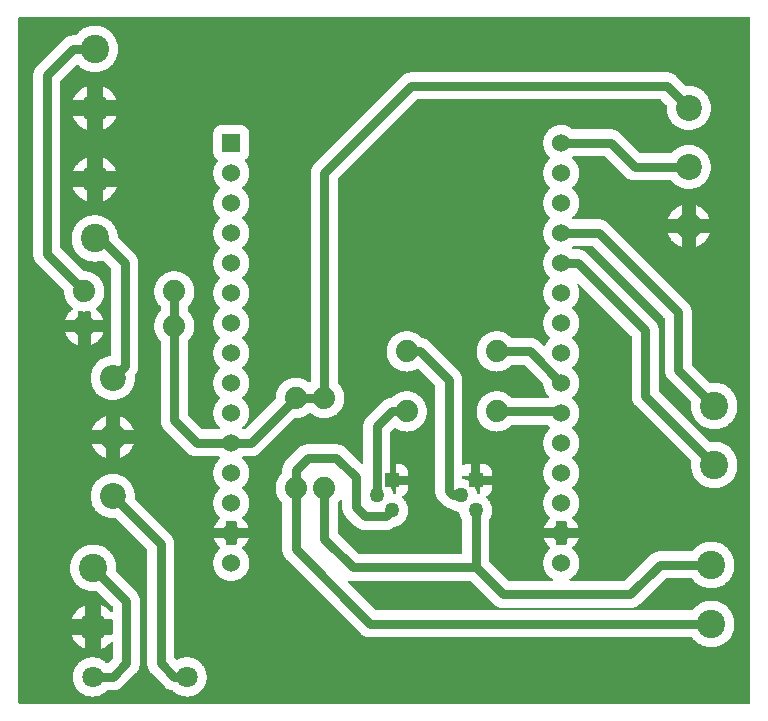
<source format=gbl>
G04 Layer: BottomLayer*
G04 EasyEDA v6.4.0, 2020-07-18T08:58:50+05:30*
G04 8da112671cf046a09353fb5968b32747,f1a86d1669934288b337f1190552c02f,10*
G04 Gerber Generator version 0.2*
G04 Scale: 100 percent, Rotated: No, Reflected: No *
G04 Dimensions in inches *
G04 leading zeros omitted , absolute positions ,2 integer and 4 decimal *
%FSLAX24Y24*%
%MOIN*%
G90*
G70D02*

%ADD11C,0.094488*%
%ADD12C,0.086614*%
%ADD13C,0.074000*%
%ADD14C,0.049500*%
%ADD15R,0.049500X0.049500*%
%ADD16C,0.070866*%
%ADD17R,0.060000X0.060000*%
%ADD18C,0.060000*%
%ADD19C,0.030000*%

%LPD*%
G36*
G01X24464Y22998D02*
G01X135Y22998D01*
G01X129Y22997D01*
G01X124Y22995D01*
G01X114Y22989D01*
G01X110Y22985D01*
G01X104Y22975D01*
G01X102Y22970D01*
G01X101Y22964D01*
G01X101Y135D01*
G01X102Y129D01*
G01X104Y124D01*
G01X110Y114D01*
G01X114Y110D01*
G01X124Y104D01*
G01X129Y102D01*
G01X135Y101D01*
G01X24464Y101D01*
G01X24470Y102D01*
G01X24475Y104D01*
G01X24485Y110D01*
G01X24489Y114D01*
G01X24495Y124D01*
G01X24497Y129D01*
G01X24498Y135D01*
G01X24498Y22964D01*
G01X24497Y22970D01*
G01X24495Y22975D01*
G01X24489Y22985D01*
G01X24485Y22989D01*
G01X24475Y22995D01*
G01X24470Y22997D01*
G01X24464Y22998D01*
G37*

%LPC*%
G36*
G01X2625Y5407D02*
G01X2574Y5407D01*
G01X2524Y5403D01*
G01X2498Y5401D01*
G01X2473Y5397D01*
G01X2449Y5392D01*
G01X2424Y5387D01*
G01X2399Y5381D01*
G01X2375Y5374D01*
G01X2327Y5358D01*
G01X2303Y5348D01*
G01X2257Y5328D01*
G01X2235Y5316D01*
G01X2191Y5290D01*
G01X2170Y5277D01*
G01X2149Y5263D01*
G01X2129Y5247D01*
G01X2109Y5232D01*
G01X2071Y5198D01*
G01X2053Y5181D01*
G01X2035Y5163D01*
G01X2018Y5144D01*
G01X2002Y5125D01*
G01X1986Y5105D01*
G01X1971Y5084D01*
G01X1943Y5042D01*
G01X1930Y5021D01*
G01X1917Y4998D01*
G01X1906Y4976D01*
G01X1895Y4953D01*
G01X1885Y4930D01*
G01X1867Y4882D01*
G01X1859Y4858D01*
G01X1853Y4834D01*
G01X1846Y4809D01*
G01X1841Y4785D01*
G01X1836Y4760D01*
G01X1833Y4735D01*
G01X1830Y4709D01*
G01X1826Y4659D01*
G01X1826Y4609D01*
G01X1828Y4583D01*
G01X1830Y4558D01*
G01X1836Y4508D01*
G01X1846Y4458D01*
G01X1853Y4434D01*
G01X1859Y4409D01*
G01X1867Y4385D01*
G01X1876Y4361D01*
G01X1885Y4338D01*
G01X1895Y4315D01*
G01X1917Y4269D01*
G01X1943Y4225D01*
G01X1971Y4183D01*
G01X1986Y4163D01*
G01X2002Y4143D01*
G01X2018Y4124D01*
G01X2035Y4105D01*
G01X2071Y4069D01*
G01X2090Y4052D01*
G01X2109Y4036D01*
G01X2129Y4020D01*
G01X2149Y4005D01*
G01X2191Y3977D01*
G01X2213Y3964D01*
G01X2257Y3940D01*
G01X2280Y3929D01*
G01X2303Y3919D01*
G01X2351Y3901D01*
G01X2399Y3887D01*
G01X2424Y3880D01*
G01X2449Y3875D01*
G01X2473Y3871D01*
G01X2498Y3867D01*
G01X2524Y3864D01*
G01X2549Y3862D01*
G01X2574Y3861D01*
G01X2600Y3860D01*
G01X2626Y3861D01*
G01X2653Y3862D01*
G01X2679Y3865D01*
G01X2705Y3867D01*
G01X2711Y3868D01*
G01X2723Y3866D01*
G01X2729Y3864D01*
G01X2739Y3856D01*
G01X3237Y3359D01*
G01X3241Y3354D01*
G01X3244Y3348D01*
G01X3246Y3343D01*
G01X3248Y3337D01*
G01X3248Y3199D01*
G01X3247Y3193D01*
G01X3245Y3188D01*
G01X3239Y3178D01*
G01X3235Y3174D01*
G01X3225Y3168D01*
G01X3220Y3166D01*
G01X3214Y3165D01*
G01X3202Y3165D01*
G01X3195Y3167D01*
G01X3189Y3169D01*
G01X3184Y3173D01*
G01X3178Y3178D01*
G01X3161Y3197D01*
G01X3124Y3234D01*
G01X3105Y3251D01*
G01X3065Y3283D01*
G01X3023Y3313D01*
G01X3001Y3326D01*
G01X2978Y3340D01*
G01X2955Y3352D01*
G01X2909Y3374D01*
G01X2885Y3384D01*
G01X2861Y3393D01*
G01X2861Y2926D01*
G01X3214Y2926D01*
G01X3220Y2925D01*
G01X3225Y2923D01*
G01X3235Y2917D01*
G01X3239Y2913D01*
G01X3245Y2903D01*
G01X3247Y2898D01*
G01X3248Y2892D01*
G01X3248Y2438D01*
G01X3247Y2433D01*
G01X3245Y2428D01*
G01X3239Y2418D01*
G01X3235Y2414D01*
G01X3230Y2410D01*
G01X3220Y2406D01*
G01X3214Y2405D01*
G01X3209Y2404D01*
G01X2861Y2404D01*
G01X2861Y1937D01*
G01X2885Y1946D01*
G01X2909Y1956D01*
G01X2955Y1978D01*
G01X3001Y2004D01*
G01X3023Y2018D01*
G01X3044Y2032D01*
G01X3065Y2047D01*
G01X3085Y2063D01*
G01X3105Y2080D01*
G01X3124Y2097D01*
G01X3143Y2115D01*
G01X3161Y2134D01*
G01X3178Y2153D01*
G01X3184Y2157D01*
G01X3189Y2161D01*
G01X3195Y2164D01*
G01X3209Y2166D01*
G01X3214Y2165D01*
G01X3220Y2164D01*
G01X3230Y2160D01*
G01X3235Y2156D01*
G01X3239Y2152D01*
G01X3242Y2148D01*
G01X3245Y2143D01*
G01X3247Y2137D01*
G01X3248Y2132D01*
G01X3248Y1647D01*
G01X3246Y1640D01*
G01X3244Y1635D01*
G01X3241Y1629D01*
G01X3085Y1473D01*
G01X3075Y1465D01*
G01X3063Y1461D01*
G01X3051Y1461D01*
G01X3044Y1463D01*
G01X3039Y1465D01*
G01X3034Y1468D01*
G01X3029Y1472D01*
G01X2993Y1504D01*
G01X2975Y1519D01*
G01X2955Y1533D01*
G01X2936Y1546D01*
G01X2915Y1559D01*
G01X2895Y1571D01*
G01X2874Y1583D01*
G01X2830Y1603D01*
G01X2808Y1612D01*
G01X2786Y1620D01*
G01X2740Y1634D01*
G01X2694Y1644D01*
G01X2670Y1648D01*
G01X2646Y1651D01*
G01X2623Y1653D01*
G01X2575Y1655D01*
G01X2551Y1655D01*
G01X2505Y1651D01*
G01X2482Y1648D01*
G01X2458Y1644D01*
G01X2436Y1640D01*
G01X2390Y1628D01*
G01X2368Y1621D01*
G01X2324Y1605D01*
G01X2303Y1596D01*
G01X2281Y1586D01*
G01X2261Y1575D01*
G01X2240Y1563D01*
G01X2221Y1551D01*
G01X2201Y1538D01*
G01X2163Y1510D01*
G01X2146Y1495D01*
G01X2128Y1479D01*
G01X2111Y1463D01*
G01X2095Y1446D01*
G01X2080Y1429D01*
G01X2065Y1411D01*
G01X2050Y1392D01*
G01X2036Y1373D01*
G01X2023Y1354D01*
G01X2011Y1334D01*
G01X2000Y1313D01*
G01X1989Y1293D01*
G01X1979Y1272D01*
G01X1969Y1250D01*
G01X1961Y1228D01*
G01X1953Y1207D01*
G01X1946Y1184D01*
G01X1940Y1161D01*
G01X1934Y1139D01*
G01X1926Y1093D01*
G01X1923Y1069D01*
G01X1921Y1046D01*
G01X1919Y1000D01*
G01X1920Y976D01*
G01X1921Y953D01*
G01X1923Y930D01*
G01X1926Y906D01*
G01X1934Y860D01*
G01X1940Y838D01*
G01X1946Y815D01*
G01X1953Y792D01*
G01X1961Y771D01*
G01X1969Y749D01*
G01X1979Y727D01*
G01X1989Y706D01*
G01X2000Y686D01*
G01X2011Y665D01*
G01X2023Y645D01*
G01X2036Y626D01*
G01X2050Y607D01*
G01X2065Y588D01*
G01X2080Y570D01*
G01X2095Y553D01*
G01X2111Y536D01*
G01X2128Y520D01*
G01X2146Y504D01*
G01X2163Y489D01*
G01X2201Y461D01*
G01X2221Y448D01*
G01X2240Y436D01*
G01X2261Y424D01*
G01X2281Y413D01*
G01X2303Y403D01*
G01X2324Y394D01*
G01X2368Y378D01*
G01X2390Y371D01*
G01X2436Y359D01*
G01X2458Y355D01*
G01X2482Y351D01*
G01X2505Y348D01*
G01X2551Y344D01*
G01X2598Y344D01*
G01X2621Y346D01*
G01X2645Y348D01*
G01X2668Y351D01*
G01X2714Y359D01*
G01X2760Y371D01*
G01X2782Y378D01*
G01X2826Y394D01*
G01X2848Y403D01*
G01X2869Y414D01*
G01X2889Y425D01*
G01X2910Y436D01*
G01X2930Y448D01*
G01X2949Y461D01*
G01X2968Y475D01*
G01X2986Y490D01*
G01X3005Y505D01*
G01X3039Y537D01*
G01X3044Y541D01*
G01X3049Y544D01*
G01X3061Y548D01*
G01X3250Y548D01*
G01X3269Y549D01*
G01X3289Y550D01*
G01X3308Y552D01*
G01X3328Y555D01*
G01X3347Y559D01*
G01X3385Y569D01*
G01X3404Y576D01*
G01X3422Y583D01*
G01X3440Y591D01*
G01X3458Y600D01*
G01X3475Y609D01*
G01X3492Y619D01*
G01X3508Y630D01*
G01X3524Y642D01*
G01X3539Y654D01*
G01X3569Y680D01*
G01X4019Y1130D01*
G01X4045Y1160D01*
G01X4057Y1175D01*
G01X4069Y1191D01*
G01X4080Y1207D01*
G01X4100Y1241D01*
G01X4116Y1277D01*
G01X4123Y1295D01*
G01X4130Y1314D01*
G01X4140Y1352D01*
G01X4144Y1371D01*
G01X4147Y1391D01*
G01X4149Y1410D01*
G01X4151Y1450D01*
G01X4151Y3534D01*
G01X4150Y3553D01*
G01X4149Y3573D01*
G01X4147Y3593D01*
G01X4144Y3612D01*
G01X4140Y3631D01*
G01X4135Y3651D01*
G01X4130Y3669D01*
G01X4123Y3688D01*
G01X4116Y3706D01*
G01X4100Y3742D01*
G01X4080Y3776D01*
G01X4069Y3792D01*
G01X4045Y3824D01*
G01X4032Y3838D01*
G01X4019Y3853D01*
G01X3377Y4494D01*
G01X3373Y4499D01*
G01X3370Y4504D01*
G01X3367Y4510D01*
G01X3365Y4522D01*
G01X3366Y4528D01*
G01X3369Y4554D01*
G01X3371Y4581D01*
G01X3373Y4607D01*
G01X3373Y4659D01*
G01X3369Y4709D01*
G01X3366Y4735D01*
G01X3363Y4760D01*
G01X3358Y4785D01*
G01X3353Y4809D01*
G01X3346Y4834D01*
G01X3340Y4858D01*
G01X3332Y4882D01*
G01X3314Y4930D01*
G01X3304Y4953D01*
G01X3293Y4976D01*
G01X3282Y4998D01*
G01X3269Y5021D01*
G01X3256Y5042D01*
G01X3228Y5084D01*
G01X3213Y5105D01*
G01X3197Y5125D01*
G01X3181Y5144D01*
G01X3164Y5163D01*
G01X3146Y5181D01*
G01X3128Y5198D01*
G01X3090Y5232D01*
G01X3070Y5247D01*
G01X3050Y5263D01*
G01X3029Y5277D01*
G01X3008Y5290D01*
G01X2964Y5316D01*
G01X2942Y5328D01*
G01X2896Y5348D01*
G01X2872Y5358D01*
G01X2824Y5374D01*
G01X2800Y5381D01*
G01X2775Y5387D01*
G01X2750Y5392D01*
G01X2726Y5397D01*
G01X2701Y5401D01*
G01X2675Y5403D01*
G01X2625Y5407D01*
G37*
G36*
G01X3274Y7765D02*
G01X3225Y7765D01*
G01X3201Y7763D01*
G01X3176Y7761D01*
G01X3152Y7759D01*
G01X3128Y7755D01*
G01X3103Y7750D01*
G01X3079Y7745D01*
G01X3055Y7739D01*
G01X3009Y7725D01*
G01X2963Y7707D01*
G01X2940Y7697D01*
G01X2919Y7686D01*
G01X2897Y7675D01*
G01X2876Y7663D01*
G01X2855Y7650D01*
G01X2834Y7636D01*
G01X2814Y7622D01*
G01X2794Y7607D01*
G01X2776Y7592D01*
G01X2757Y7576D01*
G01X2739Y7559D01*
G01X2705Y7523D01*
G01X2689Y7505D01*
G01X2673Y7486D01*
G01X2659Y7467D01*
G01X2644Y7446D01*
G01X2631Y7426D01*
G01X2618Y7405D01*
G01X2606Y7384D01*
G01X2594Y7362D01*
G01X2584Y7340D01*
G01X2574Y7317D01*
G01X2565Y7295D01*
G01X2556Y7272D01*
G01X2548Y7248D01*
G01X2542Y7225D01*
G01X2530Y7177D01*
G01X2522Y7129D01*
G01X2519Y7105D01*
G01X2517Y7080D01*
G01X2516Y7055D01*
G01X2515Y7031D01*
G01X2516Y7007D01*
G01X2517Y6982D01*
G01X2519Y6957D01*
G01X2522Y6933D01*
G01X2530Y6885D01*
G01X2548Y6813D01*
G01X2556Y6790D01*
G01X2574Y6744D01*
G01X2594Y6700D01*
G01X2606Y6678D01*
G01X2618Y6657D01*
G01X2644Y6615D01*
G01X2659Y6596D01*
G01X2673Y6576D01*
G01X2705Y6538D01*
G01X2722Y6521D01*
G01X2739Y6503D01*
G01X2757Y6486D01*
G01X2776Y6471D01*
G01X2794Y6455D01*
G01X2814Y6440D01*
G01X2834Y6426D01*
G01X2855Y6412D01*
G01X2876Y6400D01*
G01X2897Y6387D01*
G01X2919Y6376D01*
G01X2940Y6365D01*
G01X2963Y6355D01*
G01X2986Y6346D01*
G01X3032Y6330D01*
G01X3055Y6323D01*
G01X3079Y6317D01*
G01X3103Y6312D01*
G01X3128Y6307D01*
G01X3152Y6303D01*
G01X3176Y6301D01*
G01X3201Y6298D01*
G01X3225Y6297D01*
G01X3250Y6297D01*
G01X3286Y6298D01*
G01X3321Y6301D01*
G01X3326Y6301D01*
G01X3338Y6299D01*
G01X3344Y6296D01*
G01X3349Y6293D01*
G01X3354Y6289D01*
G01X4387Y5256D01*
G01X4391Y5251D01*
G01X4394Y5246D01*
G01X4398Y5234D01*
G01X4398Y1450D01*
G01X4400Y1410D01*
G01X4402Y1391D01*
G01X4405Y1371D01*
G01X4409Y1352D01*
G01X4419Y1314D01*
G01X4426Y1295D01*
G01X4433Y1277D01*
G01X4441Y1259D01*
G01X4450Y1241D01*
G01X4459Y1224D01*
G01X4469Y1207D01*
G01X4480Y1191D01*
G01X4492Y1175D01*
G01X4504Y1160D01*
G01X4530Y1130D01*
G01X4980Y680D01*
G01X4994Y667D01*
G01X5039Y631D01*
G01X5071Y611D01*
G01X5088Y601D01*
G01X5122Y585D01*
G01X5158Y571D01*
G01X5177Y566D01*
G01X5195Y561D01*
G01X5214Y557D01*
G01X5232Y553D01*
G01X5239Y552D01*
G01X5245Y550D01*
G01X5255Y542D01*
G01X5272Y525D01*
G01X5289Y509D01*
G01X5308Y494D01*
G01X5326Y479D01*
G01X5345Y465D01*
G01X5365Y451D01*
G01X5385Y439D01*
G01X5406Y427D01*
G01X5448Y405D01*
G01X5492Y387D01*
G01X5514Y379D01*
G01X5537Y371D01*
G01X5560Y365D01*
G01X5606Y355D01*
G01X5630Y351D01*
G01X5653Y348D01*
G01X5677Y346D01*
G01X5701Y345D01*
G01X5724Y344D01*
G01X5748Y344D01*
G01X5794Y348D01*
G01X5818Y351D01*
G01X5864Y359D01*
G01X5886Y365D01*
G01X5909Y371D01*
G01X5931Y378D01*
G01X5975Y394D01*
G01X5997Y403D01*
G01X6018Y413D01*
G01X6038Y424D01*
G01X6059Y436D01*
G01X6078Y448D01*
G01X6098Y461D01*
G01X6117Y475D01*
G01X6135Y489D01*
G01X6153Y504D01*
G01X6171Y520D01*
G01X6188Y536D01*
G01X6204Y553D01*
G01X6219Y570D01*
G01X6235Y588D01*
G01X6263Y626D01*
G01X6276Y645D01*
G01X6288Y665D01*
G01X6300Y686D01*
G01X6310Y706D01*
G01X6320Y727D01*
G01X6330Y749D01*
G01X6338Y771D01*
G01X6346Y792D01*
G01X6353Y815D01*
G01X6359Y838D01*
G01X6365Y860D01*
G01X6373Y906D01*
G01X6376Y930D01*
G01X6378Y953D01*
G01X6379Y976D01*
G01X6380Y1000D01*
G01X6378Y1046D01*
G01X6376Y1069D01*
G01X6373Y1093D01*
G01X6365Y1139D01*
G01X6359Y1161D01*
G01X6353Y1184D01*
G01X6346Y1207D01*
G01X6338Y1228D01*
G01X6330Y1250D01*
G01X6320Y1272D01*
G01X6310Y1293D01*
G01X6300Y1313D01*
G01X6288Y1334D01*
G01X6276Y1354D01*
G01X6263Y1373D01*
G01X6235Y1411D01*
G01X6219Y1429D01*
G01X6204Y1446D01*
G01X6188Y1463D01*
G01X6171Y1479D01*
G01X6153Y1495D01*
G01X6135Y1510D01*
G01X6117Y1524D01*
G01X6098Y1538D01*
G01X6078Y1551D01*
G01X6059Y1563D01*
G01X6038Y1575D01*
G01X6018Y1586D01*
G01X5997Y1596D01*
G01X5975Y1605D01*
G01X5931Y1621D01*
G01X5909Y1628D01*
G01X5886Y1634D01*
G01X5864Y1640D01*
G01X5818Y1648D01*
G01X5794Y1651D01*
G01X5748Y1655D01*
G01X5724Y1655D01*
G01X5701Y1654D01*
G01X5677Y1653D01*
G01X5653Y1651D01*
G01X5630Y1648D01*
G01X5606Y1644D01*
G01X5560Y1634D01*
G01X5537Y1628D01*
G01X5514Y1620D01*
G01X5492Y1612D01*
G01X5448Y1594D01*
G01X5406Y1572D01*
G01X5400Y1569D01*
G01X5386Y1567D01*
G01X5374Y1569D01*
G01X5368Y1571D01*
G01X5358Y1579D01*
G01X5308Y1629D01*
G01X5305Y1635D01*
G01X5302Y1640D01*
G01X5301Y1647D01*
G01X5301Y5431D01*
G01X5300Y5451D01*
G01X5299Y5470D01*
G01X5297Y5490D01*
G01X5294Y5509D01*
G01X5290Y5529D01*
G01X5280Y5567D01*
G01X5266Y5603D01*
G01X5250Y5639D01*
G01X5240Y5657D01*
G01X5230Y5673D01*
G01X5219Y5690D01*
G01X5207Y5705D01*
G01X5195Y5721D01*
G01X5182Y5736D01*
G01X5168Y5750D01*
G01X3992Y6927D01*
G01X3984Y6937D01*
G01X3980Y6949D01*
G01X3980Y6959D01*
G01X3983Y6995D01*
G01X3984Y7031D01*
G01X3983Y7055D01*
G01X3982Y7080D01*
G01X3980Y7105D01*
G01X3977Y7129D01*
G01X3969Y7177D01*
G01X3957Y7225D01*
G01X3951Y7248D01*
G01X3943Y7272D01*
G01X3934Y7295D01*
G01X3925Y7317D01*
G01X3915Y7340D01*
G01X3905Y7362D01*
G01X3893Y7384D01*
G01X3881Y7405D01*
G01X3868Y7426D01*
G01X3855Y7446D01*
G01X3840Y7467D01*
G01X3826Y7486D01*
G01X3810Y7505D01*
G01X3794Y7523D01*
G01X3760Y7559D01*
G01X3742Y7576D01*
G01X3723Y7592D01*
G01X3705Y7607D01*
G01X3685Y7622D01*
G01X3665Y7636D01*
G01X3644Y7650D01*
G01X3623Y7663D01*
G01X3602Y7675D01*
G01X3580Y7686D01*
G01X3559Y7697D01*
G01X3536Y7707D01*
G01X3490Y7725D01*
G01X3444Y7739D01*
G01X3420Y7745D01*
G01X3396Y7750D01*
G01X3371Y7755D01*
G01X3347Y7759D01*
G01X3323Y7761D01*
G01X3298Y7763D01*
G01X3274Y7765D01*
G37*
G36*
G01X2338Y2404D02*
G01X1871Y2404D01*
G01X1880Y2380D01*
G01X1890Y2357D01*
G01X1912Y2311D01*
G01X1936Y2267D01*
G01X1978Y2204D01*
G01X1994Y2184D01*
G01X2026Y2146D01*
G01X2044Y2127D01*
G01X2061Y2109D01*
G01X2080Y2092D01*
G01X2099Y2076D01*
G01X2119Y2059D01*
G01X2138Y2044D01*
G01X2159Y2030D01*
G01X2180Y2015D01*
G01X2201Y2002D01*
G01X2223Y1990D01*
G01X2246Y1978D01*
G01X2268Y1966D01*
G01X2291Y1956D01*
G01X2315Y1946D01*
G01X2338Y1937D01*
G01X2338Y2404D01*
G37*
G36*
G01X13073Y12520D02*
G01X13050Y12521D01*
G01X13026Y12520D01*
G01X13003Y12519D01*
G01X12979Y12517D01*
G01X12956Y12514D01*
G01X12910Y12506D01*
G01X12887Y12501D01*
G01X12864Y12494D01*
G01X12842Y12488D01*
G01X12798Y12472D01*
G01X12777Y12463D01*
G01X12755Y12453D01*
G01X12735Y12442D01*
G01X12714Y12431D01*
G01X12694Y12419D01*
G01X12674Y12406D01*
G01X12636Y12378D01*
G01X12618Y12363D01*
G01X12601Y12348D01*
G01X12583Y12332D01*
G01X12567Y12316D01*
G01X12551Y12298D01*
G01X12535Y12281D01*
G01X12521Y12263D01*
G01X12493Y12225D01*
G01X12481Y12205D01*
G01X12468Y12185D01*
G01X12457Y12165D01*
G01X12447Y12144D01*
G01X12436Y12123D01*
G01X12427Y12101D01*
G01X12411Y12057D01*
G01X12405Y12034D01*
G01X12398Y12012D01*
G01X12393Y11989D01*
G01X12385Y11943D01*
G01X12382Y11920D01*
G01X12380Y11896D01*
G01X12378Y11850D01*
G01X12379Y11826D01*
G01X12380Y11803D01*
G01X12382Y11779D01*
G01X12385Y11756D01*
G01X12393Y11710D01*
G01X12398Y11687D01*
G01X12405Y11665D01*
G01X12411Y11642D01*
G01X12427Y11598D01*
G01X12436Y11576D01*
G01X12447Y11555D01*
G01X12457Y11534D01*
G01X12468Y11514D01*
G01X12481Y11494D01*
G01X12493Y11474D01*
G01X12521Y11436D01*
G01X12535Y11418D01*
G01X12551Y11401D01*
G01X12567Y11383D01*
G01X12583Y11367D01*
G01X12601Y11351D01*
G01X12618Y11336D01*
G01X12636Y11321D01*
G01X12674Y11293D01*
G01X12694Y11280D01*
G01X12714Y11268D01*
G01X12735Y11257D01*
G01X12755Y11246D01*
G01X12777Y11236D01*
G01X12798Y11227D01*
G01X12842Y11211D01*
G01X12864Y11205D01*
G01X12887Y11198D01*
G01X12910Y11193D01*
G01X12956Y11185D01*
G01X12979Y11182D01*
G01X13003Y11180D01*
G01X13026Y11179D01*
G01X13050Y11178D01*
G01X13098Y11180D01*
G01X13122Y11182D01*
G01X13146Y11186D01*
G01X13170Y11189D01*
G01X13193Y11194D01*
G01X13217Y11200D01*
G01X13240Y11206D01*
G01X13263Y11213D01*
G01X13286Y11221D01*
G01X13308Y11230D01*
G01X13330Y11240D01*
G01X13352Y11251D01*
G01X13373Y11262D01*
G01X13394Y11274D01*
G01X13401Y11277D01*
G01X13408Y11279D01*
G01X13415Y11280D01*
G01X13427Y11278D01*
G01X13439Y11272D01*
G01X13443Y11268D01*
G01X13987Y10725D01*
G01X13991Y10720D01*
G01X13994Y10714D01*
G01X13997Y10709D01*
G01X13998Y10702D01*
G01X13998Y7200D01*
G01X14000Y7160D01*
G01X14002Y7141D01*
G01X14005Y7121D01*
G01X14009Y7102D01*
G01X14019Y7064D01*
G01X14026Y7045D01*
G01X14033Y7027D01*
G01X14041Y7009D01*
G01X14050Y6991D01*
G01X14059Y6974D01*
G01X14069Y6957D01*
G01X14080Y6941D01*
G01X14092Y6925D01*
G01X14104Y6910D01*
G01X14117Y6895D01*
G01X14131Y6880D01*
G01X14281Y6730D01*
G01X14295Y6717D01*
G01X14310Y6704D01*
G01X14325Y6692D01*
G01X14341Y6680D01*
G01X14357Y6669D01*
G01X14374Y6659D01*
G01X14391Y6650D01*
G01X14409Y6641D01*
G01X14427Y6633D01*
G01X14445Y6626D01*
G01X14464Y6619D01*
G01X14482Y6614D01*
G01X14502Y6609D01*
G01X14521Y6605D01*
G01X14527Y6604D01*
G01X14532Y6602D01*
G01X14537Y6599D01*
G01X14555Y6587D01*
G01X14591Y6565D01*
G01X14610Y6556D01*
G01X14630Y6547D01*
G01X14649Y6539D01*
G01X14689Y6525D01*
G01X14710Y6519D01*
G01X14731Y6514D01*
G01X14752Y6510D01*
G01X14772Y6507D01*
G01X14784Y6503D01*
G01X14789Y6501D01*
G01X14797Y6493D01*
G01X14801Y6488D01*
G01X14803Y6484D01*
G01X14805Y6478D01*
G01X14806Y6473D01*
G01X14814Y6429D01*
G01X14820Y6407D01*
G01X14826Y6386D01*
G01X14833Y6365D01*
G01X14849Y6325D01*
G01X14869Y6285D01*
G01X14880Y6266D01*
G01X14892Y6247D01*
G01X14895Y6242D01*
G01X14897Y6236D01*
G01X14898Y6231D01*
G01X14898Y5135D01*
G01X14897Y5129D01*
G01X14895Y5124D01*
G01X14889Y5114D01*
G01X14885Y5110D01*
G01X14875Y5104D01*
G01X14870Y5102D01*
G01X14864Y5101D01*
G01X11447Y5101D01*
G01X11440Y5103D01*
G01X11435Y5105D01*
G01X11429Y5108D01*
G01X10758Y5779D01*
G01X10755Y5785D01*
G01X10752Y5790D01*
G01X10751Y5797D01*
G01X10751Y6792D01*
G01X10752Y6798D01*
G01X10755Y6804D01*
G01X10763Y6814D01*
G01X10780Y6831D01*
G01X10796Y6848D01*
G01X10812Y6866D01*
G01X10827Y6885D01*
G01X10831Y6889D01*
G01X10836Y6893D01*
G01X10841Y6896D01*
G01X10847Y6898D01*
G01X10852Y6900D01*
G01X10864Y6900D01*
G01X10870Y6898D01*
G01X10880Y6894D01*
G01X10885Y6890D01*
G01X10889Y6886D01*
G01X10892Y6882D01*
G01X10895Y6877D01*
G01X10897Y6871D01*
G01X10898Y6866D01*
G01X10898Y6650D01*
G01X10900Y6610D01*
G01X10902Y6591D01*
G01X10905Y6571D01*
G01X10909Y6552D01*
G01X10919Y6514D01*
G01X10926Y6495D01*
G01X10933Y6477D01*
G01X10941Y6459D01*
G01X10950Y6441D01*
G01X10959Y6424D01*
G01X10969Y6407D01*
G01X10980Y6391D01*
G01X10992Y6375D01*
G01X11004Y6360D01*
G01X11017Y6345D01*
G01X11031Y6330D01*
G01X11331Y6030D01*
G01X11345Y6017D01*
G01X11360Y6004D01*
G01X11375Y5992D01*
G01X11391Y5980D01*
G01X11407Y5969D01*
G01X11424Y5959D01*
G01X11441Y5950D01*
G01X11459Y5941D01*
G01X11477Y5933D01*
G01X11495Y5926D01*
G01X11514Y5919D01*
G01X11552Y5909D01*
G01X11571Y5905D01*
G01X11591Y5902D01*
G01X11610Y5900D01*
G01X11650Y5898D01*
G01X12350Y5898D01*
G01X12369Y5899D01*
G01X12389Y5900D01*
G01X12408Y5902D01*
G01X12427Y5905D01*
G01X12447Y5909D01*
G01X12485Y5919D01*
G01X12503Y5926D01*
G01X12521Y5932D01*
G01X12539Y5940D01*
G01X12557Y5949D01*
G01X12574Y5958D01*
G01X12591Y5968D01*
G01X12607Y5979D01*
G01X12623Y5991D01*
G01X12643Y6007D01*
G01X12650Y6009D01*
G01X12656Y6011D01*
G01X12677Y6016D01*
G01X12697Y6021D01*
G01X12717Y6027D01*
G01X12737Y6034D01*
G01X12756Y6042D01*
G01X12776Y6050D01*
G01X12794Y6059D01*
G01X12813Y6068D01*
G01X12849Y6090D01*
G01X12883Y6114D01*
G01X12900Y6127D01*
G01X12915Y6141D01*
G01X12931Y6155D01*
G01X12946Y6170D01*
G01X12960Y6185D01*
G01X12973Y6201D01*
G01X12999Y6235D01*
G01X13010Y6252D01*
G01X13032Y6288D01*
G01X13059Y6345D01*
G01X13066Y6365D01*
G01X13072Y6384D01*
G01X13078Y6405D01*
G01X13084Y6425D01*
G01X13088Y6445D01*
G01X13092Y6466D01*
G01X13096Y6508D01*
G01X13097Y6528D01*
G01X13098Y6550D01*
G01X13096Y6592D01*
G01X13092Y6634D01*
G01X13088Y6655D01*
G01X13083Y6676D01*
G01X13078Y6696D01*
G01X13072Y6716D01*
G01X13065Y6736D01*
G01X13049Y6776D01*
G01X13040Y6795D01*
G01X13030Y6813D01*
G01X13020Y6832D01*
G01X13009Y6850D01*
G01X12997Y6867D01*
G01X12971Y6901D01*
G01X12957Y6917D01*
G01X12927Y6947D01*
G01X12912Y6961D01*
G01X12908Y6965D01*
G01X12904Y6970D01*
G01X12900Y6980D01*
G01X12898Y6986D01*
G01X12898Y6997D01*
G01X12900Y7003D01*
G01X12904Y7013D01*
G01X12908Y7018D01*
G01X12912Y7022D01*
G01X12922Y7028D01*
G01X12935Y7035D01*
G01X12949Y7042D01*
G01X12963Y7051D01*
G01X12976Y7059D01*
G01X12988Y7069D01*
G01X13000Y7080D01*
G01X13011Y7090D01*
G01X13022Y7102D01*
G01X13032Y7114D01*
G01X13041Y7126D01*
G01X13050Y7139D01*
G01X13058Y7152D01*
G01X13066Y7166D01*
G01X13072Y7180D01*
G01X13078Y7195D01*
G01X13084Y7209D01*
G01X13088Y7225D01*
G01X13092Y7240D01*
G01X13094Y7255D01*
G01X13096Y7271D01*
G01X13097Y7286D01*
G01X13098Y7302D01*
G01X13098Y7401D01*
G01X12698Y7401D01*
G01X12698Y7122D01*
G01X12697Y7117D01*
G01X12695Y7111D01*
G01X12692Y7106D01*
G01X12689Y7102D01*
G01X12685Y7098D01*
G01X12680Y7094D01*
G01X12675Y7092D01*
G01X12669Y7090D01*
G01X12664Y7088D01*
G01X12651Y7088D01*
G01X12627Y7092D01*
G01X12615Y7096D01*
G01X12610Y7098D01*
G01X12602Y7106D01*
G01X12598Y7111D01*
G01X12596Y7115D01*
G01X12594Y7121D01*
G01X12593Y7126D01*
G01X12585Y7170D01*
G01X12579Y7192D01*
G01X12573Y7213D01*
G01X12566Y7234D01*
G01X12558Y7254D01*
G01X12550Y7275D01*
G01X12540Y7294D01*
G01X12530Y7314D01*
G01X12519Y7333D01*
G01X12507Y7352D01*
G01X12504Y7357D01*
G01X12502Y7363D01*
G01X12501Y7368D01*
G01X12501Y9152D01*
G01X12502Y9159D01*
G01X12505Y9164D01*
G01X12508Y9170D01*
G01X12512Y9175D01*
G01X12625Y9287D01*
G01X12630Y9292D01*
G01X12635Y9295D01*
G01X12641Y9297D01*
G01X12653Y9299D01*
G01X12659Y9299D01*
G01X12671Y9295D01*
G01X12676Y9292D01*
G01X12695Y9280D01*
G01X12715Y9268D01*
G01X12736Y9256D01*
G01X12756Y9246D01*
G01X12778Y9236D01*
G01X12799Y9227D01*
G01X12843Y9211D01*
G01X12865Y9204D01*
G01X12888Y9198D01*
G01X12910Y9193D01*
G01X12934Y9189D01*
G01X12956Y9185D01*
G01X12980Y9182D01*
G01X13003Y9180D01*
G01X13026Y9179D01*
G01X13050Y9178D01*
G01X13096Y9180D01*
G01X13120Y9182D01*
G01X13143Y9185D01*
G01X13189Y9193D01*
G01X13212Y9198D01*
G01X13235Y9205D01*
G01X13257Y9211D01*
G01X13301Y9227D01*
G01X13322Y9236D01*
G01X13344Y9246D01*
G01X13364Y9257D01*
G01X13385Y9268D01*
G01X13405Y9280D01*
G01X13425Y9293D01*
G01X13463Y9321D01*
G01X13481Y9336D01*
G01X13498Y9351D01*
G01X13516Y9367D01*
G01X13532Y9383D01*
G01X13548Y9401D01*
G01X13564Y9418D01*
G01X13578Y9436D01*
G01X13606Y9474D01*
G01X13618Y9494D01*
G01X13631Y9514D01*
G01X13642Y9534D01*
G01X13652Y9555D01*
G01X13663Y9576D01*
G01X13672Y9598D01*
G01X13688Y9642D01*
G01X13694Y9665D01*
G01X13701Y9687D01*
G01X13706Y9710D01*
G01X13714Y9756D01*
G01X13717Y9779D01*
G01X13719Y9803D01*
G01X13720Y9826D01*
G01X13721Y9850D01*
G01X13719Y9896D01*
G01X13717Y9920D01*
G01X13714Y9943D01*
G01X13706Y9989D01*
G01X13701Y10012D01*
G01X13694Y10034D01*
G01X13688Y10057D01*
G01X13672Y10101D01*
G01X13663Y10123D01*
G01X13652Y10144D01*
G01X13642Y10165D01*
G01X13631Y10185D01*
G01X13618Y10205D01*
G01X13606Y10225D01*
G01X13578Y10263D01*
G01X13564Y10281D01*
G01X13548Y10298D01*
G01X13532Y10316D01*
G01X13516Y10332D01*
G01X13498Y10348D01*
G01X13481Y10363D01*
G01X13463Y10378D01*
G01X13425Y10406D01*
G01X13405Y10419D01*
G01X13385Y10431D01*
G01X13364Y10442D01*
G01X13344Y10453D01*
G01X13322Y10463D01*
G01X13301Y10472D01*
G01X13257Y10488D01*
G01X13235Y10494D01*
G01X13212Y10501D01*
G01X13189Y10506D01*
G01X13143Y10514D01*
G01X13120Y10517D01*
G01X13096Y10519D01*
G01X13050Y10521D01*
G01X13002Y10519D01*
G01X12979Y10517D01*
G01X12956Y10514D01*
G01X12932Y10510D01*
G01X12909Y10506D01*
G01X12863Y10494D01*
G01X12841Y10487D01*
G01X12818Y10480D01*
G01X12796Y10471D01*
G01X12775Y10462D01*
G01X12753Y10451D01*
G01X12732Y10441D01*
G01X12692Y10417D01*
G01X12672Y10404D01*
G01X12652Y10390D01*
G01X12634Y10376D01*
G01X12615Y10361D01*
G01X12598Y10346D01*
G01X12581Y10330D01*
G01X12564Y10313D01*
G01X12554Y10305D01*
G01X12548Y10303D01*
G01X12543Y10301D01*
G01X12536Y10300D01*
G01X12516Y10299D01*
G01X12496Y10297D01*
G01X12476Y10294D01*
G01X12457Y10291D01*
G01X12437Y10286D01*
G01X12418Y10281D01*
G01X12399Y10275D01*
G01X12380Y10267D01*
G01X12362Y10259D01*
G01X12343Y10251D01*
G01X12309Y10231D01*
G01X12292Y10220D01*
G01X12260Y10196D01*
G01X12245Y10182D01*
G01X12231Y10169D01*
G01X11731Y9669D01*
G01X11717Y9654D01*
G01X11704Y9639D01*
G01X11692Y9624D01*
G01X11680Y9608D01*
G01X11669Y9592D01*
G01X11659Y9575D01*
G01X11650Y9558D01*
G01X11641Y9540D01*
G01X11633Y9522D01*
G01X11626Y9504D01*
G01X11619Y9485D01*
G01X11609Y9447D01*
G01X11605Y9428D01*
G01X11602Y9408D01*
G01X11600Y9389D01*
G01X11599Y9369D01*
G01X11598Y9350D01*
G01X11598Y8129D01*
G01X11597Y8124D01*
G01X11595Y8118D01*
G01X11592Y8113D01*
G01X11589Y8109D01*
G01X11585Y8105D01*
G01X11580Y8101D01*
G01X11575Y8098D01*
G01X11570Y8096D01*
G01X11564Y8095D01*
G01X11552Y8095D01*
G01X11540Y8099D01*
G01X11530Y8107D01*
G01X11018Y8619D01*
G01X11004Y8632D01*
G01X10989Y8645D01*
G01X10974Y8657D01*
G01X10958Y8669D01*
G01X10942Y8680D01*
G01X10908Y8700D01*
G01X10872Y8716D01*
G01X10854Y8723D01*
G01X10835Y8730D01*
G01X10797Y8740D01*
G01X10778Y8744D01*
G01X10758Y8747D01*
G01X10739Y8749D01*
G01X10719Y8750D01*
G01X10700Y8751D01*
G01X9750Y8751D01*
G01X9710Y8749D01*
G01X9691Y8747D01*
G01X9671Y8744D01*
G01X9652Y8740D01*
G01X9614Y8730D01*
G01X9595Y8723D01*
G01X9577Y8716D01*
G01X9541Y8700D01*
G01X9507Y8680D01*
G01X9491Y8669D01*
G01X9475Y8657D01*
G01X9460Y8645D01*
G01X9445Y8632D01*
G01X9431Y8619D01*
G01X9031Y8219D01*
G01X9017Y8204D01*
G01X9004Y8189D01*
G01X8992Y8174D01*
G01X8980Y8158D01*
G01X8969Y8142D01*
G01X8959Y8125D01*
G01X8950Y8108D01*
G01X8941Y8090D01*
G01X8933Y8072D01*
G01X8926Y8054D01*
G01X8919Y8035D01*
G01X8909Y7997D01*
G01X8905Y7978D01*
G01X8902Y7958D01*
G01X8900Y7939D01*
G01X8899Y7919D01*
G01X8898Y7900D01*
G01X8898Y7807D01*
G01X8897Y7801D01*
G01X8894Y7795D01*
G01X8886Y7785D01*
G01X8869Y7768D01*
G01X8853Y7751D01*
G01X8823Y7715D01*
G01X8795Y7677D01*
G01X8782Y7657D01*
G01X8758Y7617D01*
G01X8747Y7596D01*
G01X8737Y7574D01*
G01X8728Y7553D01*
G01X8719Y7530D01*
G01X8705Y7486D01*
G01X8693Y7440D01*
G01X8685Y7394D01*
G01X8682Y7370D01*
G01X8680Y7347D01*
G01X8679Y7323D01*
G01X8678Y7300D01*
G01X8680Y7252D01*
G01X8682Y7229D01*
G01X8685Y7205D01*
G01X8693Y7159D01*
G01X8705Y7113D01*
G01X8719Y7069D01*
G01X8728Y7046D01*
G01X8737Y7025D01*
G01X8747Y7003D01*
G01X8758Y6982D01*
G01X8782Y6942D01*
G01X8795Y6922D01*
G01X8823Y6884D01*
G01X8853Y6848D01*
G01X8869Y6831D01*
G01X8886Y6814D01*
G01X8894Y6804D01*
G01X8897Y6798D01*
G01X8898Y6792D01*
G01X8898Y5250D01*
G01X8900Y5210D01*
G01X8902Y5191D01*
G01X8905Y5171D01*
G01X8909Y5152D01*
G01X8919Y5114D01*
G01X8926Y5095D01*
G01X8933Y5077D01*
G01X8941Y5059D01*
G01X8950Y5041D01*
G01X8959Y5024D01*
G01X8969Y5007D01*
G01X8980Y4991D01*
G01X8992Y4975D01*
G01X9004Y4960D01*
G01X9017Y4945D01*
G01X9031Y4930D01*
G01X11515Y2446D01*
G01X11529Y2433D01*
G01X11559Y2407D01*
G01X11575Y2396D01*
G01X11592Y2385D01*
G01X11608Y2375D01*
G01X11626Y2365D01*
G01X11643Y2357D01*
G01X11661Y2348D01*
G01X11680Y2342D01*
G01X11698Y2335D01*
G01X11736Y2325D01*
G01X11756Y2321D01*
G01X11775Y2318D01*
G01X11794Y2316D01*
G01X11834Y2314D01*
G01X22557Y2314D01*
G01X22569Y2310D01*
G01X22574Y2307D01*
G01X22579Y2303D01*
G01X22583Y2298D01*
G01X22598Y2278D01*
G01X22632Y2240D01*
G01X22650Y2221D01*
G01X22668Y2203D01*
G01X22686Y2186D01*
G01X22746Y2138D01*
G01X22767Y2124D01*
G01X22789Y2110D01*
G01X22810Y2097D01*
G01X22832Y2084D01*
G01X22878Y2062D01*
G01X22902Y2051D01*
G01X22925Y2042D01*
G01X22973Y2026D01*
G01X23023Y2012D01*
G01X23047Y2007D01*
G01X23073Y2002D01*
G01X23098Y1998D01*
G01X23148Y1994D01*
G01X23174Y1992D01*
G01X23225Y1992D01*
G01X23275Y1996D01*
G01X23301Y1998D01*
G01X23326Y2002D01*
G01X23350Y2007D01*
G01X23375Y2012D01*
G01X23400Y2018D01*
G01X23424Y2025D01*
G01X23472Y2041D01*
G01X23496Y2051D01*
G01X23542Y2071D01*
G01X23564Y2083D01*
G01X23608Y2109D01*
G01X23629Y2122D01*
G01X23650Y2136D01*
G01X23670Y2152D01*
G01X23690Y2167D01*
G01X23710Y2184D01*
G01X23728Y2201D01*
G01X23747Y2218D01*
G01X23764Y2236D01*
G01X23781Y2255D01*
G01X23797Y2275D01*
G01X23813Y2294D01*
G01X23843Y2336D01*
G01X23869Y2378D01*
G01X23882Y2401D01*
G01X23893Y2423D01*
G01X23904Y2446D01*
G01X23914Y2469D01*
G01X23932Y2517D01*
G01X23940Y2541D01*
G01X23947Y2565D01*
G01X23953Y2590D01*
G01X23958Y2614D01*
G01X23963Y2639D01*
G01X23966Y2664D01*
G01X23969Y2690D01*
G01X23971Y2715D01*
G01X23973Y2765D01*
G01X23972Y2790D01*
G01X23971Y2816D01*
G01X23969Y2841D01*
G01X23963Y2891D01*
G01X23953Y2941D01*
G01X23947Y2965D01*
G01X23940Y2990D01*
G01X23932Y3014D01*
G01X23923Y3038D01*
G01X23914Y3061D01*
G01X23904Y3084D01*
G01X23882Y3130D01*
G01X23856Y3174D01*
G01X23843Y3195D01*
G01X23828Y3216D01*
G01X23813Y3236D01*
G01X23797Y3256D01*
G01X23781Y3275D01*
G01X23764Y3294D01*
G01X23747Y3312D01*
G01X23728Y3330D01*
G01X23710Y3347D01*
G01X23670Y3379D01*
G01X23650Y3394D01*
G01X23608Y3422D01*
G01X23586Y3435D01*
G01X23542Y3459D01*
G01X23519Y3470D01*
G01X23496Y3480D01*
G01X23448Y3498D01*
G01X23400Y3512D01*
G01X23375Y3519D01*
G01X23350Y3524D01*
G01X23326Y3528D01*
G01X23301Y3532D01*
G01X23275Y3535D01*
G01X23250Y3537D01*
G01X23200Y3539D01*
G01X23148Y3537D01*
G01X23123Y3535D01*
G01X23098Y3532D01*
G01X23073Y3528D01*
G01X23047Y3524D01*
G01X23023Y3518D01*
G01X22998Y3512D01*
G01X22973Y3505D01*
G01X22949Y3497D01*
G01X22925Y3488D01*
G01X22902Y3479D01*
G01X22878Y3469D01*
G01X22855Y3458D01*
G01X22832Y3446D01*
G01X22810Y3434D01*
G01X22789Y3421D01*
G01X22767Y3407D01*
G01X22746Y3392D01*
G01X22726Y3377D01*
G01X22706Y3361D01*
G01X22686Y3344D01*
G01X22668Y3327D01*
G01X22632Y3291D01*
G01X22615Y3272D01*
G01X22598Y3252D01*
G01X22583Y3232D01*
G01X22574Y3223D01*
G01X22569Y3221D01*
G01X22563Y3218D01*
G01X22551Y3216D01*
G01X12037Y3216D01*
G01X12025Y3218D01*
G01X12019Y3221D01*
G01X12014Y3224D01*
G01X12009Y3228D01*
G01X11088Y4148D01*
G01X11084Y4153D01*
G01X11078Y4165D01*
G01X11077Y4171D01*
G01X11077Y4182D01*
G01X11078Y4188D01*
G01X11080Y4194D01*
G01X11083Y4198D01*
G01X11086Y4203D01*
G01X11090Y4207D01*
G01X11095Y4211D01*
G01X11105Y4215D01*
G01X11111Y4217D01*
G01X11117Y4217D01*
G01X11127Y4215D01*
G01X11147Y4210D01*
G01X11168Y4206D01*
G01X11208Y4200D01*
G01X11250Y4198D01*
G01X15152Y4198D01*
G01X15159Y4196D01*
G01X15164Y4194D01*
G01X15170Y4191D01*
G01X15175Y4187D01*
G01X15931Y3430D01*
G01X15945Y3417D01*
G01X15960Y3404D01*
G01X15975Y3392D01*
G01X15991Y3380D01*
G01X16007Y3369D01*
G01X16024Y3359D01*
G01X16041Y3350D01*
G01X16059Y3341D01*
G01X16077Y3333D01*
G01X16095Y3326D01*
G01X16114Y3319D01*
G01X16152Y3309D01*
G01X16171Y3305D01*
G01X16191Y3302D01*
G01X16210Y3300D01*
G01X16250Y3298D01*
G01X20500Y3298D01*
G01X20519Y3299D01*
G01X20539Y3300D01*
G01X20558Y3302D01*
G01X20578Y3305D01*
G01X20597Y3309D01*
G01X20635Y3319D01*
G01X20654Y3326D01*
G01X20672Y3333D01*
G01X20690Y3341D01*
G01X20708Y3350D01*
G01X20725Y3359D01*
G01X20742Y3369D01*
G01X20758Y3380D01*
G01X20774Y3392D01*
G01X20789Y3404D01*
G01X20804Y3417D01*
G01X20818Y3430D01*
G01X21663Y4275D01*
G01X21669Y4278D01*
G01X21681Y4282D01*
G01X22557Y4282D01*
G01X22563Y4281D01*
G01X22569Y4278D01*
G01X22574Y4275D01*
G01X22579Y4271D01*
G01X22583Y4267D01*
G01X22615Y4227D01*
G01X22632Y4208D01*
G01X22668Y4172D01*
G01X22706Y4138D01*
G01X22726Y4122D01*
G01X22746Y4107D01*
G01X22767Y4092D01*
G01X22789Y4078D01*
G01X22810Y4065D01*
G01X22833Y4053D01*
G01X22855Y4041D01*
G01X22878Y4030D01*
G01X22902Y4020D01*
G01X22925Y4011D01*
G01X22949Y4002D01*
G01X22973Y3994D01*
G01X22998Y3987D01*
G01X23048Y3975D01*
G01X23098Y3967D01*
G01X23123Y3964D01*
G01X23148Y3962D01*
G01X23200Y3960D01*
G01X23250Y3962D01*
G01X23275Y3964D01*
G01X23301Y3967D01*
G01X23326Y3971D01*
G01X23350Y3975D01*
G01X23375Y3980D01*
G01X23400Y3987D01*
G01X23448Y4001D01*
G01X23496Y4019D01*
G01X23519Y4029D01*
G01X23542Y4040D01*
G01X23586Y4064D01*
G01X23608Y4077D01*
G01X23650Y4105D01*
G01X23670Y4120D01*
G01X23710Y4152D01*
G01X23728Y4169D01*
G01X23747Y4187D01*
G01X23764Y4205D01*
G01X23781Y4224D01*
G01X23797Y4243D01*
G01X23813Y4263D01*
G01X23828Y4283D01*
G01X23843Y4304D01*
G01X23856Y4325D01*
G01X23882Y4369D01*
G01X23904Y4415D01*
G01X23914Y4438D01*
G01X23923Y4461D01*
G01X23932Y4485D01*
G01X23940Y4509D01*
G01X23947Y4534D01*
G01X23953Y4558D01*
G01X23963Y4608D01*
G01X23969Y4658D01*
G01X23971Y4683D01*
G01X23972Y4709D01*
G01X23973Y4734D01*
G01X23971Y4784D01*
G01X23969Y4809D01*
G01X23966Y4835D01*
G01X23963Y4860D01*
G01X23958Y4885D01*
G01X23953Y4909D01*
G01X23947Y4934D01*
G01X23940Y4958D01*
G01X23932Y4982D01*
G01X23914Y5030D01*
G01X23904Y5053D01*
G01X23893Y5076D01*
G01X23882Y5098D01*
G01X23869Y5121D01*
G01X23843Y5163D01*
G01X23813Y5205D01*
G01X23797Y5225D01*
G01X23781Y5244D01*
G01X23764Y5263D01*
G01X23747Y5281D01*
G01X23728Y5298D01*
G01X23710Y5315D01*
G01X23690Y5332D01*
G01X23670Y5347D01*
G01X23650Y5363D01*
G01X23629Y5377D01*
G01X23608Y5390D01*
G01X23564Y5416D01*
G01X23542Y5428D01*
G01X23496Y5448D01*
G01X23472Y5458D01*
G01X23424Y5474D01*
G01X23400Y5481D01*
G01X23375Y5487D01*
G01X23350Y5492D01*
G01X23326Y5497D01*
G01X23301Y5501D01*
G01X23275Y5503D01*
G01X23225Y5507D01*
G01X23174Y5507D01*
G01X23148Y5505D01*
G01X23098Y5501D01*
G01X23072Y5497D01*
G01X23022Y5487D01*
G01X22998Y5480D01*
G01X22973Y5473D01*
G01X22925Y5457D01*
G01X22902Y5448D01*
G01X22878Y5437D01*
G01X22832Y5415D01*
G01X22788Y5389D01*
G01X22767Y5375D01*
G01X22746Y5360D01*
G01X22726Y5345D01*
G01X22686Y5313D01*
G01X22668Y5295D01*
G01X22649Y5278D01*
G01X22598Y5221D01*
G01X22583Y5200D01*
G01X22579Y5196D01*
G01X22574Y5192D01*
G01X22568Y5189D01*
G01X22563Y5186D01*
G01X22551Y5184D01*
G01X21464Y5184D01*
G01X21444Y5183D01*
G01X21425Y5181D01*
G01X21405Y5178D01*
G01X21386Y5174D01*
G01X21348Y5164D01*
G01X21329Y5157D01*
G01X21311Y5150D01*
G01X21275Y5134D01*
G01X21241Y5114D01*
G01X21225Y5103D01*
G01X21193Y5079D01*
G01X21179Y5066D01*
G01X21164Y5053D01*
G01X20325Y4212D01*
G01X20320Y4208D01*
G01X20314Y4205D01*
G01X20309Y4203D01*
G01X20302Y4201D01*
G01X18507Y4201D01*
G01X18502Y4202D01*
G01X18497Y4204D01*
G01X18487Y4210D01*
G01X18483Y4214D01*
G01X18477Y4224D01*
G01X18475Y4229D01*
G01X18473Y4235D01*
G01X18473Y4240D01*
G01X18474Y4246D01*
G01X18475Y4253D01*
G01X18477Y4258D01*
G01X18480Y4263D01*
G01X18484Y4268D01*
G01X18489Y4272D01*
G01X18494Y4275D01*
G01X18513Y4286D01*
G01X18531Y4298D01*
G01X18567Y4324D01*
G01X18601Y4352D01*
G01X18617Y4367D01*
G01X18632Y4382D01*
G01X18647Y4398D01*
G01X18675Y4432D01*
G01X18701Y4468D01*
G01X18713Y4486D01*
G01X18723Y4505D01*
G01X18734Y4525D01*
G01X18744Y4544D01*
G01X18753Y4565D01*
G01X18761Y4585D01*
G01X18768Y4605D01*
G01X18775Y4626D01*
G01X18781Y4648D01*
G01X18786Y4669D01*
G01X18790Y4690D01*
G01X18794Y4712D01*
G01X18797Y4734D01*
G01X18799Y4756D01*
G01X18801Y4800D01*
G01X18799Y4844D01*
G01X18797Y4867D01*
G01X18794Y4889D01*
G01X18790Y4911D01*
G01X18780Y4955D01*
G01X18774Y4976D01*
G01X18767Y4997D01*
G01X18751Y5039D01*
G01X18741Y5059D01*
G01X18731Y5080D01*
G01X18721Y5099D01*
G01X18697Y5137D01*
G01X18684Y5155D01*
G01X18670Y5173D01*
G01X18656Y5190D01*
G01X18641Y5207D01*
G01X18626Y5223D01*
G01X18610Y5239D01*
G01X18593Y5254D01*
G01X18576Y5268D01*
G01X18571Y5272D01*
G01X18568Y5277D01*
G01X18564Y5282D01*
G01X18562Y5288D01*
G01X18561Y5294D01*
G01X18561Y5305D01*
G01X18562Y5311D01*
G01X18564Y5317D01*
G01X18568Y5322D01*
G01X18571Y5327D01*
G01X18576Y5331D01*
G01X18593Y5345D01*
G01X18610Y5360D01*
G01X18626Y5376D01*
G01X18641Y5392D01*
G01X18671Y5426D01*
G01X18684Y5444D01*
G01X18710Y5482D01*
G01X18721Y5501D01*
G01X18732Y5521D01*
G01X18742Y5541D01*
G01X18751Y5561D01*
G01X18760Y5582D01*
G01X18768Y5603D01*
G01X18775Y5625D01*
G01X18375Y5625D01*
G01X18375Y5426D01*
G01X18374Y5421D01*
G01X18373Y5415D01*
G01X18371Y5409D01*
G01X18368Y5405D01*
G01X18365Y5400D01*
G01X18361Y5396D01*
G01X18356Y5392D01*
G01X18346Y5388D01*
G01X18340Y5386D01*
G01X18335Y5386D01*
G01X18326Y5387D01*
G01X18301Y5392D01*
G01X18276Y5396D01*
G01X18251Y5398D01*
G01X18225Y5400D01*
G01X18200Y5401D01*
G01X18174Y5400D01*
G01X18148Y5398D01*
G01X18123Y5396D01*
G01X18098Y5392D01*
G01X18073Y5387D01*
G01X18064Y5386D01*
G01X18059Y5386D01*
G01X18053Y5388D01*
G01X18043Y5392D01*
G01X18038Y5396D01*
G01X18034Y5400D01*
G01X18031Y5405D01*
G01X18028Y5409D01*
G01X18026Y5415D01*
G01X18025Y5421D01*
G01X18025Y5625D01*
G01X17625Y5625D01*
G01X17631Y5603D01*
G01X17639Y5582D01*
G01X17648Y5561D01*
G01X17657Y5541D01*
G01X17667Y5521D01*
G01X17678Y5501D01*
G01X17689Y5482D01*
G01X17715Y5444D01*
G01X17728Y5426D01*
G01X17758Y5392D01*
G01X17773Y5376D01*
G01X17789Y5360D01*
G01X17806Y5345D01*
G01X17823Y5331D01*
G01X17828Y5327D01*
G01X17831Y5322D01*
G01X17835Y5317D01*
G01X17837Y5311D01*
G01X17838Y5305D01*
G01X17839Y5300D01*
G01X17837Y5288D01*
G01X17835Y5282D01*
G01X17831Y5277D01*
G01X17828Y5272D01*
G01X17823Y5268D01*
G01X17806Y5254D01*
G01X17789Y5239D01*
G01X17773Y5223D01*
G01X17758Y5207D01*
G01X17743Y5190D01*
G01X17729Y5173D01*
G01X17715Y5155D01*
G01X17702Y5137D01*
G01X17678Y5099D01*
G01X17668Y5080D01*
G01X17658Y5059D01*
G01X17648Y5039D01*
G01X17632Y4997D01*
G01X17625Y4976D01*
G01X17619Y4955D01*
G01X17609Y4911D01*
G01X17605Y4889D01*
G01X17602Y4867D01*
G01X17600Y4844D01*
G01X17598Y4800D01*
G01X17600Y4756D01*
G01X17602Y4734D01*
G01X17605Y4712D01*
G01X17609Y4690D01*
G01X17613Y4669D01*
G01X17618Y4648D01*
G01X17624Y4626D01*
G01X17631Y4605D01*
G01X17638Y4585D01*
G01X17646Y4565D01*
G01X17655Y4544D01*
G01X17665Y4525D01*
G01X17676Y4505D01*
G01X17686Y4486D01*
G01X17698Y4468D01*
G01X17724Y4432D01*
G01X17752Y4398D01*
G01X17767Y4382D01*
G01X17782Y4367D01*
G01X17798Y4352D01*
G01X17832Y4324D01*
G01X17868Y4298D01*
G01X17886Y4286D01*
G01X17905Y4275D01*
G01X17910Y4272D01*
G01X17915Y4268D01*
G01X17919Y4263D01*
G01X17922Y4258D01*
G01X17924Y4253D01*
G01X17925Y4246D01*
G01X17926Y4240D01*
G01X17926Y4235D01*
G01X17924Y4229D01*
G01X17922Y4224D01*
G01X17916Y4214D01*
G01X17912Y4210D01*
G01X17902Y4204D01*
G01X17897Y4202D01*
G01X17892Y4201D01*
G01X16447Y4201D01*
G01X16440Y4203D01*
G01X16435Y4205D01*
G01X16429Y4208D01*
G01X15808Y4829D01*
G01X15805Y4835D01*
G01X15802Y4840D01*
G01X15801Y4847D01*
G01X15801Y6231D01*
G01X15802Y6236D01*
G01X15804Y6242D01*
G01X15807Y6247D01*
G01X15818Y6265D01*
G01X15829Y6284D01*
G01X15839Y6303D01*
G01X15857Y6341D01*
G01X15865Y6361D01*
G01X15872Y6382D01*
G01X15878Y6402D01*
G01X15888Y6444D01*
G01X15894Y6486D01*
G01X15896Y6507D01*
G01X15897Y6528D01*
G01X15898Y6550D01*
G01X15896Y6592D01*
G01X15892Y6634D01*
G01X15888Y6655D01*
G01X15883Y6676D01*
G01X15878Y6696D01*
G01X15872Y6716D01*
G01X15865Y6736D01*
G01X15849Y6776D01*
G01X15840Y6795D01*
G01X15830Y6813D01*
G01X15820Y6832D01*
G01X15809Y6850D01*
G01X15797Y6867D01*
G01X15771Y6901D01*
G01X15757Y6917D01*
G01X15727Y6947D01*
G01X15712Y6961D01*
G01X15708Y6965D01*
G01X15704Y6970D01*
G01X15700Y6980D01*
G01X15698Y6986D01*
G01X15698Y6997D01*
G01X15700Y7003D01*
G01X15704Y7013D01*
G01X15708Y7018D01*
G01X15712Y7022D01*
G01X15722Y7028D01*
G01X15735Y7035D01*
G01X15749Y7042D01*
G01X15763Y7051D01*
G01X15776Y7059D01*
G01X15788Y7069D01*
G01X15800Y7080D01*
G01X15811Y7090D01*
G01X15822Y7102D01*
G01X15832Y7114D01*
G01X15841Y7126D01*
G01X15850Y7139D01*
G01X15858Y7152D01*
G01X15866Y7166D01*
G01X15872Y7180D01*
G01X15878Y7195D01*
G01X15884Y7209D01*
G01X15888Y7225D01*
G01X15892Y7240D01*
G01X15894Y7255D01*
G01X15896Y7271D01*
G01X15897Y7286D01*
G01X15898Y7302D01*
G01X15898Y7401D01*
G01X15498Y7401D01*
G01X15498Y7122D01*
G01X15497Y7117D01*
G01X15495Y7111D01*
G01X15492Y7106D01*
G01X15489Y7102D01*
G01X15485Y7098D01*
G01X15480Y7094D01*
G01X15475Y7092D01*
G01X15469Y7090D01*
G01X15464Y7088D01*
G01X15451Y7088D01*
G01X15427Y7092D01*
G01X15415Y7096D01*
G01X15410Y7098D01*
G01X15402Y7106D01*
G01X15398Y7111D01*
G01X15396Y7115D01*
G01X15394Y7121D01*
G01X15393Y7126D01*
G01X15389Y7148D01*
G01X15385Y7168D01*
G01X15380Y7189D01*
G01X15368Y7229D01*
G01X15352Y7269D01*
G01X15334Y7307D01*
G01X15323Y7326D01*
G01X15313Y7344D01*
G01X15289Y7378D01*
G01X15276Y7395D01*
G01X15262Y7411D01*
G01X15247Y7427D01*
G01X15233Y7442D01*
G01X15217Y7457D01*
G01X15201Y7471D01*
G01X15185Y7484D01*
G01X15168Y7496D01*
G01X15150Y7508D01*
G01X15114Y7530D01*
G01X15095Y7540D01*
G01X15076Y7549D01*
G01X15056Y7557D01*
G01X15037Y7565D01*
G01X15017Y7572D01*
G01X14996Y7578D01*
G01X14976Y7583D01*
G01X14955Y7588D01*
G01X14934Y7592D01*
G01X14929Y7593D01*
G01X14923Y7595D01*
G01X14918Y7598D01*
G01X14914Y7601D01*
G01X14910Y7605D01*
G01X14907Y7609D01*
G01X14904Y7615D01*
G01X14902Y7620D01*
G01X14901Y7625D01*
G01X14901Y7664D01*
G01X14902Y7669D01*
G01X14904Y7675D01*
G01X14907Y7680D01*
G01X14910Y7684D01*
G01X14914Y7688D01*
G01X14919Y7692D01*
G01X14924Y7695D01*
G01X14929Y7697D01*
G01X14935Y7698D01*
G01X15201Y7698D01*
G01X15201Y8098D01*
G01X15085Y8098D01*
G01X15053Y8094D01*
G01X15036Y8091D01*
G01X15021Y8087D01*
G01X15005Y8082D01*
G01X14989Y8076D01*
G01X14974Y8069D01*
G01X14960Y8062D01*
G01X14953Y8059D01*
G01X14947Y8058D01*
G01X14940Y8057D01*
G01X14935Y8058D01*
G01X14929Y8059D01*
G01X14924Y8061D01*
G01X14914Y8067D01*
G01X14910Y8071D01*
G01X14904Y8081D01*
G01X14902Y8086D01*
G01X14901Y8092D01*
G01X14901Y10900D01*
G01X14900Y10919D01*
G01X14899Y10939D01*
G01X14897Y10958D01*
G01X14894Y10978D01*
G01X14890Y10997D01*
G01X14880Y11035D01*
G01X14873Y11054D01*
G01X14866Y11072D01*
G01X14850Y11108D01*
G01X14830Y11142D01*
G01X14819Y11158D01*
G01X14807Y11174D01*
G01X14795Y11189D01*
G01X14782Y11204D01*
G01X14768Y11219D01*
G01X13805Y12182D01*
G01X13790Y12195D01*
G01X13775Y12207D01*
G01X13743Y12229D01*
G01X13727Y12239D01*
G01X13710Y12248D01*
G01X13692Y12257D01*
G01X13675Y12265D01*
G01X13656Y12272D01*
G01X13638Y12279D01*
G01X13620Y12284D01*
G01X13601Y12289D01*
G01X13582Y12293D01*
G01X13563Y12296D01*
G01X13556Y12298D01*
G01X13550Y12300D01*
G01X13544Y12304D01*
G01X13539Y12308D01*
G01X13522Y12326D01*
G01X13488Y12358D01*
G01X13450Y12388D01*
G01X13431Y12401D01*
G01X13411Y12415D01*
G01X13391Y12427D01*
G01X13370Y12439D01*
G01X13349Y12450D01*
G01X13305Y12470D01*
G01X13261Y12486D01*
G01X13238Y12494D01*
G01X13215Y12500D01*
G01X13192Y12505D01*
G01X13168Y12510D01*
G01X13145Y12514D01*
G01X13121Y12517D01*
G01X13097Y12519D01*
G01X13073Y12520D01*
G37*
G36*
G01X2338Y2926D02*
G01X2338Y3393D01*
G01X2315Y3384D01*
G01X2291Y3375D01*
G01X2268Y3364D01*
G01X2246Y3353D01*
G01X2223Y3341D01*
G01X2201Y3328D01*
G01X2180Y3315D01*
G01X2159Y3301D01*
G01X2138Y3286D01*
G01X2119Y3271D01*
G01X2099Y3255D01*
G01X2061Y3221D01*
G01X2044Y3203D01*
G01X2026Y3185D01*
G01X2010Y3166D01*
G01X1978Y3126D01*
G01X1964Y3106D01*
G01X1950Y3085D01*
G01X1936Y3063D01*
G01X1912Y3019D01*
G01X1890Y2973D01*
G01X1880Y2950D01*
G01X1871Y2926D01*
G01X2338Y2926D01*
G37*
G36*
G01X7025Y5625D02*
G01X6625Y5625D01*
G01X6631Y5603D01*
G01X6639Y5582D01*
G01X6648Y5561D01*
G01X6657Y5541D01*
G01X6667Y5521D01*
G01X6678Y5501D01*
G01X6689Y5482D01*
G01X6715Y5444D01*
G01X6728Y5426D01*
G01X6758Y5392D01*
G01X6773Y5376D01*
G01X6789Y5360D01*
G01X6806Y5345D01*
G01X6823Y5331D01*
G01X6828Y5327D01*
G01X6831Y5322D01*
G01X6835Y5317D01*
G01X6837Y5311D01*
G01X6838Y5305D01*
G01X6839Y5300D01*
G01X6837Y5288D01*
G01X6835Y5282D01*
G01X6831Y5277D01*
G01X6828Y5272D01*
G01X6823Y5268D01*
G01X6806Y5254D01*
G01X6789Y5239D01*
G01X6773Y5223D01*
G01X6758Y5207D01*
G01X6743Y5190D01*
G01X6729Y5173D01*
G01X6715Y5155D01*
G01X6702Y5137D01*
G01X6678Y5099D01*
G01X6668Y5080D01*
G01X6658Y5059D01*
G01X6648Y5039D01*
G01X6632Y4997D01*
G01X6625Y4976D01*
G01X6619Y4955D01*
G01X6609Y4911D01*
G01X6605Y4889D01*
G01X6602Y4867D01*
G01X6600Y4844D01*
G01X6598Y4800D01*
G01X6600Y4756D01*
G01X6602Y4734D01*
G01X6605Y4712D01*
G01X6609Y4690D01*
G01X6613Y4669D01*
G01X6618Y4648D01*
G01X6624Y4626D01*
G01X6631Y4605D01*
G01X6638Y4585D01*
G01X6646Y4565D01*
G01X6655Y4544D01*
G01X6665Y4525D01*
G01X6675Y4505D01*
G01X6686Y4486D01*
G01X6698Y4468D01*
G01X6724Y4432D01*
G01X6752Y4398D01*
G01X6767Y4382D01*
G01X6782Y4367D01*
G01X6798Y4352D01*
G01X6832Y4324D01*
G01X6868Y4298D01*
G01X6886Y4286D01*
G01X6905Y4275D01*
G01X6925Y4265D01*
G01X6944Y4255D01*
G01X6964Y4246D01*
G01X6985Y4238D01*
G01X7006Y4231D01*
G01X7026Y4224D01*
G01X7047Y4218D01*
G01X7069Y4213D01*
G01X7090Y4209D01*
G01X7112Y4205D01*
G01X7134Y4202D01*
G01X7156Y4200D01*
G01X7177Y4199D01*
G01X7200Y4198D01*
G01X7222Y4199D01*
G01X7243Y4200D01*
G01X7265Y4202D01*
G01X7287Y4205D01*
G01X7309Y4209D01*
G01X7330Y4213D01*
G01X7352Y4218D01*
G01X7373Y4224D01*
G01X7393Y4231D01*
G01X7414Y4238D01*
G01X7435Y4246D01*
G01X7455Y4255D01*
G01X7474Y4265D01*
G01X7494Y4275D01*
G01X7513Y4286D01*
G01X7531Y4298D01*
G01X7567Y4324D01*
G01X7601Y4352D01*
G01X7617Y4367D01*
G01X7632Y4382D01*
G01X7647Y4398D01*
G01X7675Y4432D01*
G01X7701Y4468D01*
G01X7713Y4486D01*
G01X7724Y4505D01*
G01X7734Y4525D01*
G01X7744Y4544D01*
G01X7753Y4565D01*
G01X7761Y4585D01*
G01X7768Y4605D01*
G01X7775Y4626D01*
G01X7781Y4648D01*
G01X7786Y4669D01*
G01X7790Y4690D01*
G01X7794Y4712D01*
G01X7797Y4734D01*
G01X7799Y4756D01*
G01X7801Y4800D01*
G01X7799Y4844D01*
G01X7797Y4867D01*
G01X7794Y4889D01*
G01X7790Y4911D01*
G01X7780Y4955D01*
G01X7774Y4976D01*
G01X7767Y4997D01*
G01X7751Y5039D01*
G01X7741Y5059D01*
G01X7731Y5080D01*
G01X7721Y5099D01*
G01X7697Y5137D01*
G01X7684Y5155D01*
G01X7670Y5173D01*
G01X7656Y5190D01*
G01X7641Y5207D01*
G01X7626Y5223D01*
G01X7610Y5239D01*
G01X7593Y5254D01*
G01X7576Y5268D01*
G01X7571Y5272D01*
G01X7568Y5277D01*
G01X7564Y5282D01*
G01X7562Y5288D01*
G01X7561Y5294D01*
G01X7561Y5305D01*
G01X7562Y5311D01*
G01X7564Y5317D01*
G01X7568Y5322D01*
G01X7571Y5327D01*
G01X7576Y5331D01*
G01X7593Y5345D01*
G01X7610Y5360D01*
G01X7626Y5376D01*
G01X7641Y5392D01*
G01X7671Y5426D01*
G01X7684Y5444D01*
G01X7710Y5482D01*
G01X7721Y5501D01*
G01X7732Y5521D01*
G01X7742Y5541D01*
G01X7751Y5561D01*
G01X7760Y5582D01*
G01X7768Y5603D01*
G01X7775Y5625D01*
G01X7375Y5625D01*
G01X7375Y5426D01*
G01X7374Y5421D01*
G01X7373Y5415D01*
G01X7371Y5409D01*
G01X7368Y5405D01*
G01X7365Y5400D01*
G01X7361Y5396D01*
G01X7356Y5392D01*
G01X7346Y5388D01*
G01X7340Y5386D01*
G01X7335Y5386D01*
G01X7326Y5387D01*
G01X7301Y5392D01*
G01X7276Y5396D01*
G01X7251Y5398D01*
G01X7225Y5400D01*
G01X7200Y5401D01*
G01X7174Y5400D01*
G01X7148Y5398D01*
G01X7123Y5396D01*
G01X7098Y5392D01*
G01X7073Y5387D01*
G01X7064Y5386D01*
G01X7059Y5386D01*
G01X7053Y5388D01*
G01X7043Y5392D01*
G01X7038Y5396D01*
G01X7034Y5400D01*
G01X7031Y5405D01*
G01X7028Y5409D01*
G01X7026Y5415D01*
G01X7025Y5421D01*
G01X7025Y5625D01*
G37*
G36*
G01X18244Y19399D02*
G01X18200Y19401D01*
G01X18177Y19400D01*
G01X18156Y19399D01*
G01X18134Y19397D01*
G01X18112Y19394D01*
G01X18090Y19390D01*
G01X18069Y19386D01*
G01X18047Y19381D01*
G01X18026Y19375D01*
G01X18006Y19368D01*
G01X17985Y19361D01*
G01X17964Y19353D01*
G01X17944Y19344D01*
G01X17925Y19334D01*
G01X17905Y19324D01*
G01X17886Y19313D01*
G01X17868Y19301D01*
G01X17832Y19275D01*
G01X17798Y19247D01*
G01X17782Y19232D01*
G01X17767Y19217D01*
G01X17752Y19201D01*
G01X17724Y19167D01*
G01X17698Y19131D01*
G01X17686Y19113D01*
G01X17675Y19094D01*
G01X17665Y19074D01*
G01X17655Y19055D01*
G01X17646Y19034D01*
G01X17638Y19014D01*
G01X17631Y18994D01*
G01X17624Y18973D01*
G01X17618Y18952D01*
G01X17613Y18930D01*
G01X17609Y18909D01*
G01X17605Y18887D01*
G01X17602Y18865D01*
G01X17600Y18843D01*
G01X17599Y18821D01*
G01X17598Y18800D01*
G01X17599Y18777D01*
G01X17600Y18755D01*
G01X17602Y18732D01*
G01X17605Y18710D01*
G01X17609Y18688D01*
G01X17619Y18644D01*
G01X17625Y18623D01*
G01X17632Y18602D01*
G01X17648Y18560D01*
G01X17658Y18540D01*
G01X17668Y18519D01*
G01X17678Y18500D01*
G01X17702Y18462D01*
G01X17715Y18444D01*
G01X17729Y18426D01*
G01X17743Y18409D01*
G01X17758Y18392D01*
G01X17773Y18376D01*
G01X17789Y18360D01*
G01X17806Y18345D01*
G01X17823Y18331D01*
G01X17828Y18327D01*
G01X17831Y18322D01*
G01X17835Y18317D01*
G01X17837Y18311D01*
G01X17838Y18305D01*
G01X17839Y18300D01*
G01X17837Y18288D01*
G01X17835Y18282D01*
G01X17831Y18277D01*
G01X17828Y18272D01*
G01X17823Y18268D01*
G01X17806Y18254D01*
G01X17789Y18239D01*
G01X17773Y18223D01*
G01X17758Y18207D01*
G01X17743Y18190D01*
G01X17729Y18173D01*
G01X17715Y18155D01*
G01X17702Y18137D01*
G01X17678Y18099D01*
G01X17668Y18080D01*
G01X17658Y18059D01*
G01X17648Y18039D01*
G01X17632Y17997D01*
G01X17625Y17976D01*
G01X17619Y17955D01*
G01X17609Y17911D01*
G01X17605Y17889D01*
G01X17602Y17867D01*
G01X17600Y17844D01*
G01X17598Y17800D01*
G01X17599Y17777D01*
G01X17600Y17755D01*
G01X17602Y17732D01*
G01X17605Y17710D01*
G01X17609Y17688D01*
G01X17619Y17644D01*
G01X17625Y17623D01*
G01X17632Y17602D01*
G01X17648Y17560D01*
G01X17658Y17540D01*
G01X17668Y17519D01*
G01X17678Y17500D01*
G01X17702Y17462D01*
G01X17715Y17444D01*
G01X17729Y17426D01*
G01X17743Y17409D01*
G01X17758Y17392D01*
G01X17773Y17376D01*
G01X17789Y17360D01*
G01X17806Y17345D01*
G01X17823Y17331D01*
G01X17828Y17327D01*
G01X17831Y17322D01*
G01X17835Y17317D01*
G01X17837Y17311D01*
G01X17838Y17305D01*
G01X17839Y17300D01*
G01X17837Y17288D01*
G01X17835Y17282D01*
G01X17831Y17277D01*
G01X17828Y17272D01*
G01X17823Y17268D01*
G01X17806Y17254D01*
G01X17789Y17239D01*
G01X17773Y17223D01*
G01X17758Y17207D01*
G01X17743Y17190D01*
G01X17729Y17173D01*
G01X17715Y17155D01*
G01X17702Y17137D01*
G01X17678Y17099D01*
G01X17668Y17080D01*
G01X17658Y17059D01*
G01X17648Y17039D01*
G01X17632Y16997D01*
G01X17625Y16976D01*
G01X17619Y16955D01*
G01X17609Y16911D01*
G01X17605Y16889D01*
G01X17602Y16867D01*
G01X17600Y16844D01*
G01X17598Y16800D01*
G01X17599Y16777D01*
G01X17600Y16755D01*
G01X17602Y16732D01*
G01X17605Y16710D01*
G01X17609Y16688D01*
G01X17619Y16644D01*
G01X17625Y16623D01*
G01X17632Y16602D01*
G01X17648Y16560D01*
G01X17658Y16540D01*
G01X17668Y16519D01*
G01X17678Y16500D01*
G01X17702Y16462D01*
G01X17715Y16444D01*
G01X17729Y16426D01*
G01X17743Y16409D01*
G01X17758Y16392D01*
G01X17773Y16376D01*
G01X17789Y16360D01*
G01X17806Y16345D01*
G01X17823Y16331D01*
G01X17828Y16327D01*
G01X17831Y16322D01*
G01X17835Y16317D01*
G01X17837Y16311D01*
G01X17838Y16305D01*
G01X17839Y16300D01*
G01X17837Y16288D01*
G01X17835Y16282D01*
G01X17831Y16277D01*
G01X17828Y16272D01*
G01X17823Y16268D01*
G01X17806Y16254D01*
G01X17789Y16239D01*
G01X17773Y16223D01*
G01X17758Y16207D01*
G01X17743Y16190D01*
G01X17729Y16173D01*
G01X17715Y16155D01*
G01X17702Y16137D01*
G01X17678Y16099D01*
G01X17668Y16080D01*
G01X17658Y16059D01*
G01X17648Y16039D01*
G01X17632Y15997D01*
G01X17625Y15976D01*
G01X17619Y15955D01*
G01X17609Y15911D01*
G01X17605Y15889D01*
G01X17602Y15867D01*
G01X17600Y15844D01*
G01X17598Y15800D01*
G01X17599Y15777D01*
G01X17600Y15755D01*
G01X17602Y15732D01*
G01X17605Y15710D01*
G01X17609Y15688D01*
G01X17619Y15644D01*
G01X17625Y15623D01*
G01X17632Y15602D01*
G01X17648Y15560D01*
G01X17658Y15540D01*
G01X17668Y15519D01*
G01X17678Y15500D01*
G01X17702Y15462D01*
G01X17715Y15444D01*
G01X17729Y15426D01*
G01X17743Y15409D01*
G01X17758Y15392D01*
G01X17773Y15376D01*
G01X17789Y15360D01*
G01X17806Y15345D01*
G01X17823Y15331D01*
G01X17828Y15327D01*
G01X17831Y15322D01*
G01X17835Y15317D01*
G01X17837Y15311D01*
G01X17838Y15305D01*
G01X17839Y15300D01*
G01X17837Y15288D01*
G01X17835Y15282D01*
G01X17831Y15277D01*
G01X17828Y15272D01*
G01X17823Y15268D01*
G01X17806Y15254D01*
G01X17789Y15239D01*
G01X17773Y15223D01*
G01X17758Y15207D01*
G01X17743Y15190D01*
G01X17729Y15173D01*
G01X17715Y15155D01*
G01X17702Y15137D01*
G01X17678Y15099D01*
G01X17668Y15080D01*
G01X17658Y15059D01*
G01X17648Y15039D01*
G01X17632Y14997D01*
G01X17625Y14976D01*
G01X17619Y14955D01*
G01X17609Y14911D01*
G01X17605Y14889D01*
G01X17602Y14867D01*
G01X17600Y14844D01*
G01X17598Y14800D01*
G01X17599Y14777D01*
G01X17600Y14755D01*
G01X17602Y14732D01*
G01X17605Y14710D01*
G01X17609Y14688D01*
G01X17619Y14644D01*
G01X17625Y14623D01*
G01X17632Y14602D01*
G01X17648Y14560D01*
G01X17658Y14540D01*
G01X17668Y14519D01*
G01X17678Y14500D01*
G01X17702Y14462D01*
G01X17715Y14444D01*
G01X17729Y14426D01*
G01X17743Y14409D01*
G01X17758Y14392D01*
G01X17773Y14376D01*
G01X17789Y14360D01*
G01X17806Y14345D01*
G01X17823Y14331D01*
G01X17828Y14327D01*
G01X17831Y14322D01*
G01X17835Y14317D01*
G01X17837Y14311D01*
G01X17838Y14305D01*
G01X17839Y14300D01*
G01X17837Y14288D01*
G01X17835Y14282D01*
G01X17831Y14277D01*
G01X17828Y14272D01*
G01X17823Y14268D01*
G01X17806Y14254D01*
G01X17789Y14239D01*
G01X17773Y14223D01*
G01X17758Y14207D01*
G01X17743Y14190D01*
G01X17729Y14173D01*
G01X17715Y14155D01*
G01X17702Y14137D01*
G01X17678Y14099D01*
G01X17668Y14080D01*
G01X17658Y14059D01*
G01X17648Y14039D01*
G01X17632Y13997D01*
G01X17625Y13976D01*
G01X17619Y13955D01*
G01X17609Y13911D01*
G01X17605Y13889D01*
G01X17602Y13867D01*
G01X17600Y13844D01*
G01X17598Y13800D01*
G01X17599Y13777D01*
G01X17600Y13755D01*
G01X17602Y13732D01*
G01X17605Y13710D01*
G01X17609Y13688D01*
G01X17619Y13644D01*
G01X17625Y13623D01*
G01X17632Y13602D01*
G01X17648Y13560D01*
G01X17658Y13540D01*
G01X17668Y13519D01*
G01X17678Y13500D01*
G01X17702Y13462D01*
G01X17715Y13444D01*
G01X17729Y13426D01*
G01X17743Y13409D01*
G01X17758Y13392D01*
G01X17773Y13376D01*
G01X17789Y13360D01*
G01X17806Y13345D01*
G01X17823Y13331D01*
G01X17828Y13327D01*
G01X17831Y13322D01*
G01X17835Y13317D01*
G01X17837Y13311D01*
G01X17838Y13305D01*
G01X17839Y13300D01*
G01X17837Y13288D01*
G01X17835Y13282D01*
G01X17831Y13277D01*
G01X17828Y13272D01*
G01X17823Y13268D01*
G01X17806Y13254D01*
G01X17789Y13239D01*
G01X17773Y13223D01*
G01X17758Y13207D01*
G01X17743Y13190D01*
G01X17729Y13173D01*
G01X17715Y13155D01*
G01X17702Y13137D01*
G01X17678Y13099D01*
G01X17668Y13080D01*
G01X17658Y13059D01*
G01X17648Y13039D01*
G01X17632Y12997D01*
G01X17625Y12976D01*
G01X17619Y12955D01*
G01X17609Y12911D01*
G01X17605Y12889D01*
G01X17602Y12867D01*
G01X17600Y12844D01*
G01X17598Y12800D01*
G01X17599Y12777D01*
G01X17600Y12755D01*
G01X17602Y12732D01*
G01X17605Y12710D01*
G01X17609Y12688D01*
G01X17619Y12644D01*
G01X17625Y12623D01*
G01X17632Y12602D01*
G01X17648Y12560D01*
G01X17658Y12540D01*
G01X17668Y12519D01*
G01X17678Y12500D01*
G01X17702Y12462D01*
G01X17715Y12444D01*
G01X17729Y12426D01*
G01X17743Y12409D01*
G01X17758Y12392D01*
G01X17773Y12376D01*
G01X17789Y12360D01*
G01X17806Y12345D01*
G01X17823Y12331D01*
G01X17828Y12327D01*
G01X17831Y12322D01*
G01X17835Y12317D01*
G01X17837Y12311D01*
G01X17838Y12305D01*
G01X17839Y12300D01*
G01X17837Y12288D01*
G01X17835Y12282D01*
G01X17831Y12277D01*
G01X17828Y12272D01*
G01X17823Y12268D01*
G01X17806Y12254D01*
G01X17789Y12238D01*
G01X17773Y12223D01*
G01X17757Y12206D01*
G01X17742Y12189D01*
G01X17728Y12172D01*
G01X17714Y12154D01*
G01X17701Y12135D01*
G01X17689Y12116D01*
G01X17677Y12096D01*
G01X17666Y12077D01*
G01X17656Y12056D01*
G01X17653Y12051D01*
G01X17649Y12046D01*
G01X17639Y12038D01*
G01X17633Y12036D01*
G01X17626Y12034D01*
G01X17614Y12034D01*
G01X17608Y12035D01*
G01X17602Y12038D01*
G01X17597Y12041D01*
G01X17592Y12045D01*
G01X17468Y12169D01*
G01X17454Y12182D01*
G01X17439Y12195D01*
G01X17424Y12207D01*
G01X17408Y12219D01*
G01X17392Y12230D01*
G01X17358Y12250D01*
G01X17322Y12266D01*
G01X17304Y12273D01*
G01X17285Y12280D01*
G01X17247Y12290D01*
G01X17228Y12294D01*
G01X17208Y12297D01*
G01X17189Y12299D01*
G01X17169Y12300D01*
G01X17150Y12301D01*
G01X16557Y12301D01*
G01X16545Y12305D01*
G01X16535Y12313D01*
G01X16518Y12330D01*
G01X16501Y12346D01*
G01X16465Y12376D01*
G01X16427Y12404D01*
G01X16407Y12417D01*
G01X16367Y12441D01*
G01X16346Y12452D01*
G01X16324Y12462D01*
G01X16302Y12471D01*
G01X16281Y12480D01*
G01X16258Y12487D01*
G01X16236Y12494D01*
G01X16190Y12506D01*
G01X16167Y12510D01*
G01X16143Y12514D01*
G01X16120Y12517D01*
G01X16097Y12519D01*
G01X16073Y12520D01*
G01X16050Y12521D01*
G01X16026Y12520D01*
G01X16003Y12519D01*
G01X15979Y12517D01*
G01X15956Y12514D01*
G01X15910Y12506D01*
G01X15887Y12501D01*
G01X15864Y12494D01*
G01X15842Y12488D01*
G01X15798Y12472D01*
G01X15777Y12463D01*
G01X15755Y12453D01*
G01X15735Y12442D01*
G01X15714Y12431D01*
G01X15694Y12419D01*
G01X15674Y12406D01*
G01X15636Y12378D01*
G01X15618Y12363D01*
G01X15601Y12348D01*
G01X15583Y12332D01*
G01X15567Y12316D01*
G01X15551Y12298D01*
G01X15535Y12281D01*
G01X15521Y12263D01*
G01X15493Y12225D01*
G01X15481Y12205D01*
G01X15468Y12185D01*
G01X15457Y12165D01*
G01X15447Y12144D01*
G01X15436Y12123D01*
G01X15427Y12101D01*
G01X15411Y12057D01*
G01X15405Y12034D01*
G01X15398Y12012D01*
G01X15393Y11989D01*
G01X15385Y11943D01*
G01X15382Y11920D01*
G01X15380Y11896D01*
G01X15378Y11850D01*
G01X15379Y11826D01*
G01X15380Y11803D01*
G01X15382Y11779D01*
G01X15385Y11756D01*
G01X15393Y11710D01*
G01X15398Y11687D01*
G01X15405Y11665D01*
G01X15411Y11642D01*
G01X15427Y11598D01*
G01X15436Y11576D01*
G01X15447Y11555D01*
G01X15457Y11534D01*
G01X15468Y11514D01*
G01X15481Y11494D01*
G01X15493Y11474D01*
G01X15521Y11436D01*
G01X15535Y11418D01*
G01X15551Y11401D01*
G01X15567Y11383D01*
G01X15583Y11367D01*
G01X15601Y11351D01*
G01X15618Y11336D01*
G01X15636Y11321D01*
G01X15674Y11293D01*
G01X15694Y11280D01*
G01X15714Y11268D01*
G01X15735Y11257D01*
G01X15755Y11246D01*
G01X15777Y11236D01*
G01X15798Y11227D01*
G01X15842Y11211D01*
G01X15864Y11205D01*
G01X15887Y11198D01*
G01X15910Y11193D01*
G01X15956Y11185D01*
G01X15979Y11182D01*
G01X16003Y11180D01*
G01X16026Y11179D01*
G01X16050Y11178D01*
G01X16073Y11179D01*
G01X16097Y11180D01*
G01X16120Y11182D01*
G01X16143Y11185D01*
G01X16167Y11189D01*
G01X16190Y11193D01*
G01X16236Y11205D01*
G01X16258Y11212D01*
G01X16281Y11219D01*
G01X16302Y11228D01*
G01X16324Y11237D01*
G01X16346Y11247D01*
G01X16367Y11258D01*
G01X16407Y11282D01*
G01X16427Y11295D01*
G01X16465Y11323D01*
G01X16501Y11353D01*
G01X16518Y11369D01*
G01X16535Y11386D01*
G01X16545Y11394D01*
G01X16557Y11398D01*
G01X16952Y11398D01*
G01X16959Y11396D01*
G01X16964Y11394D01*
G01X16970Y11391D01*
G01X16975Y11387D01*
G01X17589Y10772D01*
G01X17594Y10767D01*
G01X17597Y10761D01*
G01X17600Y10754D01*
G01X17601Y10747D01*
G01X17603Y10725D01*
G01X17606Y10703D01*
G01X17610Y10680D01*
G01X17615Y10659D01*
G01X17627Y10615D01*
G01X17643Y10573D01*
G01X17652Y10552D01*
G01X17661Y10532D01*
G01X17683Y10492D01*
G01X17695Y10473D01*
G01X17707Y10455D01*
G01X17721Y10436D01*
G01X17749Y10402D01*
G01X17764Y10385D01*
G01X17780Y10369D01*
G01X17788Y10359D01*
G01X17792Y10347D01*
G01X17792Y10335D01*
G01X17790Y10329D01*
G01X17789Y10324D01*
G01X17786Y10319D01*
G01X17782Y10314D01*
G01X17778Y10310D01*
G01X17774Y10307D01*
G01X17769Y10304D01*
G01X17763Y10302D01*
G01X17758Y10301D01*
G01X16557Y10301D01*
G01X16545Y10305D01*
G01X16535Y10313D01*
G01X16518Y10330D01*
G01X16501Y10346D01*
G01X16465Y10376D01*
G01X16427Y10404D01*
G01X16407Y10417D01*
G01X16367Y10441D01*
G01X16346Y10452D01*
G01X16324Y10462D01*
G01X16302Y10471D01*
G01X16281Y10480D01*
G01X16258Y10487D01*
G01X16236Y10494D01*
G01X16190Y10506D01*
G01X16167Y10510D01*
G01X16143Y10514D01*
G01X16120Y10517D01*
G01X16097Y10519D01*
G01X16073Y10520D01*
G01X16050Y10521D01*
G01X16026Y10520D01*
G01X16003Y10519D01*
G01X15979Y10517D01*
G01X15956Y10514D01*
G01X15910Y10506D01*
G01X15887Y10501D01*
G01X15864Y10494D01*
G01X15842Y10488D01*
G01X15798Y10472D01*
G01X15777Y10463D01*
G01X15755Y10453D01*
G01X15735Y10442D01*
G01X15714Y10431D01*
G01X15694Y10419D01*
G01X15674Y10406D01*
G01X15636Y10378D01*
G01X15618Y10363D01*
G01X15601Y10348D01*
G01X15583Y10332D01*
G01X15567Y10316D01*
G01X15551Y10298D01*
G01X15535Y10281D01*
G01X15521Y10263D01*
G01X15493Y10225D01*
G01X15481Y10205D01*
G01X15468Y10185D01*
G01X15457Y10165D01*
G01X15447Y10144D01*
G01X15436Y10123D01*
G01X15427Y10101D01*
G01X15411Y10057D01*
G01X15405Y10034D01*
G01X15398Y10012D01*
G01X15393Y9989D01*
G01X15385Y9943D01*
G01X15382Y9920D01*
G01X15380Y9896D01*
G01X15378Y9850D01*
G01X15379Y9826D01*
G01X15380Y9803D01*
G01X15382Y9779D01*
G01X15385Y9756D01*
G01X15393Y9710D01*
G01X15398Y9687D01*
G01X15405Y9665D01*
G01X15411Y9642D01*
G01X15427Y9598D01*
G01X15436Y9576D01*
G01X15447Y9555D01*
G01X15457Y9534D01*
G01X15468Y9514D01*
G01X15481Y9494D01*
G01X15493Y9474D01*
G01X15521Y9436D01*
G01X15535Y9418D01*
G01X15551Y9401D01*
G01X15567Y9383D01*
G01X15583Y9367D01*
G01X15601Y9351D01*
G01X15618Y9336D01*
G01X15636Y9321D01*
G01X15674Y9293D01*
G01X15694Y9280D01*
G01X15714Y9268D01*
G01X15735Y9257D01*
G01X15755Y9246D01*
G01X15777Y9236D01*
G01X15798Y9227D01*
G01X15842Y9211D01*
G01X15864Y9205D01*
G01X15887Y9198D01*
G01X15910Y9193D01*
G01X15956Y9185D01*
G01X15979Y9182D01*
G01X16003Y9180D01*
G01X16026Y9179D01*
G01X16050Y9178D01*
G01X16073Y9179D01*
G01X16097Y9180D01*
G01X16120Y9182D01*
G01X16143Y9185D01*
G01X16167Y9189D01*
G01X16190Y9193D01*
G01X16236Y9205D01*
G01X16258Y9212D01*
G01X16281Y9219D01*
G01X16302Y9228D01*
G01X16324Y9237D01*
G01X16346Y9247D01*
G01X16367Y9258D01*
G01X16407Y9282D01*
G01X16427Y9295D01*
G01X16465Y9323D01*
G01X16501Y9353D01*
G01X16518Y9369D01*
G01X16535Y9386D01*
G01X16545Y9394D01*
G01X16557Y9398D01*
G01X17741Y9398D01*
G01X17753Y9394D01*
G01X17759Y9390D01*
G01X17782Y9367D01*
G01X17802Y9348D01*
G01X17823Y9331D01*
G01X17828Y9327D01*
G01X17831Y9322D01*
G01X17835Y9317D01*
G01X17837Y9311D01*
G01X17838Y9305D01*
G01X17839Y9300D01*
G01X17837Y9288D01*
G01X17835Y9282D01*
G01X17831Y9277D01*
G01X17828Y9272D01*
G01X17823Y9268D01*
G01X17806Y9254D01*
G01X17789Y9239D01*
G01X17773Y9223D01*
G01X17758Y9207D01*
G01X17743Y9190D01*
G01X17729Y9173D01*
G01X17715Y9155D01*
G01X17702Y9137D01*
G01X17678Y9099D01*
G01X17668Y9080D01*
G01X17658Y9059D01*
G01X17648Y9039D01*
G01X17632Y8997D01*
G01X17625Y8976D01*
G01X17619Y8955D01*
G01X17609Y8911D01*
G01X17605Y8889D01*
G01X17602Y8867D01*
G01X17600Y8844D01*
G01X17598Y8800D01*
G01X17599Y8777D01*
G01X17600Y8755D01*
G01X17602Y8732D01*
G01X17605Y8710D01*
G01X17609Y8688D01*
G01X17619Y8644D01*
G01X17625Y8623D01*
G01X17632Y8602D01*
G01X17648Y8560D01*
G01X17658Y8540D01*
G01X17668Y8519D01*
G01X17678Y8500D01*
G01X17702Y8462D01*
G01X17715Y8444D01*
G01X17729Y8426D01*
G01X17743Y8409D01*
G01X17758Y8392D01*
G01X17773Y8376D01*
G01X17789Y8360D01*
G01X17806Y8345D01*
G01X17823Y8331D01*
G01X17828Y8327D01*
G01X17831Y8322D01*
G01X17835Y8317D01*
G01X17837Y8311D01*
G01X17838Y8305D01*
G01X17839Y8300D01*
G01X17837Y8288D01*
G01X17835Y8282D01*
G01X17831Y8277D01*
G01X17828Y8272D01*
G01X17823Y8268D01*
G01X17806Y8254D01*
G01X17789Y8239D01*
G01X17773Y8223D01*
G01X17758Y8207D01*
G01X17743Y8190D01*
G01X17729Y8173D01*
G01X17715Y8155D01*
G01X17702Y8137D01*
G01X17678Y8099D01*
G01X17668Y8080D01*
G01X17658Y8059D01*
G01X17648Y8039D01*
G01X17632Y7997D01*
G01X17625Y7976D01*
G01X17619Y7955D01*
G01X17609Y7911D01*
G01X17605Y7889D01*
G01X17602Y7867D01*
G01X17600Y7844D01*
G01X17598Y7800D01*
G01X17599Y7777D01*
G01X17600Y7755D01*
G01X17602Y7732D01*
G01X17605Y7710D01*
G01X17609Y7688D01*
G01X17619Y7644D01*
G01X17625Y7623D01*
G01X17632Y7602D01*
G01X17648Y7560D01*
G01X17658Y7540D01*
G01X17668Y7519D01*
G01X17678Y7500D01*
G01X17702Y7462D01*
G01X17715Y7444D01*
G01X17729Y7426D01*
G01X17743Y7409D01*
G01X17758Y7392D01*
G01X17773Y7376D01*
G01X17789Y7360D01*
G01X17806Y7345D01*
G01X17823Y7331D01*
G01X17828Y7327D01*
G01X17831Y7322D01*
G01X17835Y7317D01*
G01X17837Y7311D01*
G01X17838Y7305D01*
G01X17839Y7300D01*
G01X17837Y7288D01*
G01X17835Y7282D01*
G01X17831Y7277D01*
G01X17828Y7272D01*
G01X17823Y7268D01*
G01X17806Y7254D01*
G01X17789Y7239D01*
G01X17773Y7223D01*
G01X17758Y7207D01*
G01X17743Y7190D01*
G01X17729Y7173D01*
G01X17715Y7155D01*
G01X17702Y7137D01*
G01X17678Y7099D01*
G01X17668Y7080D01*
G01X17658Y7059D01*
G01X17648Y7039D01*
G01X17632Y6997D01*
G01X17625Y6976D01*
G01X17619Y6955D01*
G01X17609Y6911D01*
G01X17605Y6889D01*
G01X17602Y6867D01*
G01X17600Y6844D01*
G01X17598Y6800D01*
G01X17599Y6777D01*
G01X17600Y6755D01*
G01X17602Y6732D01*
G01X17605Y6710D01*
G01X17609Y6688D01*
G01X17619Y6644D01*
G01X17625Y6623D01*
G01X17632Y6602D01*
G01X17648Y6560D01*
G01X17658Y6540D01*
G01X17668Y6519D01*
G01X17678Y6500D01*
G01X17702Y6462D01*
G01X17715Y6444D01*
G01X17729Y6426D01*
G01X17743Y6409D01*
G01X17758Y6392D01*
G01X17773Y6376D01*
G01X17789Y6360D01*
G01X17806Y6345D01*
G01X17823Y6331D01*
G01X17828Y6327D01*
G01X17831Y6322D01*
G01X17835Y6317D01*
G01X17837Y6311D01*
G01X17838Y6305D01*
G01X17839Y6300D01*
G01X17837Y6288D01*
G01X17835Y6282D01*
G01X17831Y6277D01*
G01X17828Y6272D01*
G01X17823Y6268D01*
G01X17806Y6254D01*
G01X17789Y6239D01*
G01X17773Y6223D01*
G01X17758Y6207D01*
G01X17728Y6173D01*
G01X17715Y6155D01*
G01X17689Y6117D01*
G01X17678Y6098D01*
G01X17667Y6078D01*
G01X17657Y6058D01*
G01X17648Y6038D01*
G01X17639Y6017D01*
G01X17631Y5996D01*
G01X17625Y5975D01*
G01X18025Y5975D01*
G01X18025Y6178D01*
G01X18026Y6184D01*
G01X18028Y6190D01*
G01X18031Y6194D01*
G01X18034Y6199D01*
G01X18038Y6203D01*
G01X18043Y6207D01*
G01X18053Y6211D01*
G01X18059Y6213D01*
G01X18064Y6213D01*
G01X18073Y6212D01*
G01X18098Y6207D01*
G01X18123Y6203D01*
G01X18148Y6201D01*
G01X18174Y6199D01*
G01X18200Y6198D01*
G01X18225Y6199D01*
G01X18251Y6201D01*
G01X18276Y6203D01*
G01X18301Y6207D01*
G01X18326Y6212D01*
G01X18335Y6213D01*
G01X18340Y6213D01*
G01X18346Y6211D01*
G01X18356Y6207D01*
G01X18361Y6203D01*
G01X18365Y6199D01*
G01X18368Y6194D01*
G01X18371Y6190D01*
G01X18373Y6184D01*
G01X18374Y6178D01*
G01X18375Y6173D01*
G01X18375Y5975D01*
G01X18775Y5975D01*
G01X18768Y5996D01*
G01X18760Y6017D01*
G01X18751Y6038D01*
G01X18742Y6058D01*
G01X18732Y6078D01*
G01X18721Y6098D01*
G01X18710Y6117D01*
G01X18684Y6155D01*
G01X18671Y6173D01*
G01X18641Y6207D01*
G01X18626Y6223D01*
G01X18610Y6239D01*
G01X18593Y6254D01*
G01X18576Y6268D01*
G01X18571Y6272D01*
G01X18568Y6277D01*
G01X18564Y6282D01*
G01X18562Y6288D01*
G01X18561Y6294D01*
G01X18561Y6305D01*
G01X18562Y6311D01*
G01X18564Y6317D01*
G01X18568Y6322D01*
G01X18571Y6327D01*
G01X18576Y6331D01*
G01X18593Y6345D01*
G01X18610Y6360D01*
G01X18626Y6376D01*
G01X18641Y6392D01*
G01X18656Y6409D01*
G01X18670Y6426D01*
G01X18684Y6444D01*
G01X18697Y6462D01*
G01X18721Y6500D01*
G01X18731Y6519D01*
G01X18741Y6540D01*
G01X18751Y6560D01*
G01X18767Y6602D01*
G01X18774Y6623D01*
G01X18780Y6644D01*
G01X18790Y6688D01*
G01X18794Y6710D01*
G01X18797Y6732D01*
G01X18799Y6755D01*
G01X18800Y6777D01*
G01X18801Y6800D01*
G01X18799Y6844D01*
G01X18797Y6867D01*
G01X18794Y6889D01*
G01X18790Y6911D01*
G01X18780Y6955D01*
G01X18774Y6976D01*
G01X18767Y6997D01*
G01X18751Y7039D01*
G01X18741Y7059D01*
G01X18731Y7080D01*
G01X18721Y7099D01*
G01X18697Y7137D01*
G01X18684Y7155D01*
G01X18670Y7173D01*
G01X18656Y7190D01*
G01X18641Y7207D01*
G01X18626Y7223D01*
G01X18610Y7239D01*
G01X18593Y7254D01*
G01X18576Y7268D01*
G01X18571Y7272D01*
G01X18568Y7277D01*
G01X18564Y7282D01*
G01X18562Y7288D01*
G01X18561Y7294D01*
G01X18561Y7305D01*
G01X18562Y7311D01*
G01X18564Y7317D01*
G01X18568Y7322D01*
G01X18571Y7327D01*
G01X18576Y7331D01*
G01X18593Y7345D01*
G01X18610Y7360D01*
G01X18626Y7376D01*
G01X18641Y7392D01*
G01X18656Y7409D01*
G01X18670Y7426D01*
G01X18684Y7444D01*
G01X18697Y7462D01*
G01X18721Y7500D01*
G01X18731Y7519D01*
G01X18741Y7540D01*
G01X18751Y7560D01*
G01X18767Y7602D01*
G01X18774Y7623D01*
G01X18780Y7644D01*
G01X18790Y7688D01*
G01X18794Y7710D01*
G01X18797Y7732D01*
G01X18799Y7755D01*
G01X18800Y7777D01*
G01X18801Y7800D01*
G01X18799Y7844D01*
G01X18797Y7867D01*
G01X18794Y7889D01*
G01X18790Y7911D01*
G01X18780Y7955D01*
G01X18774Y7976D01*
G01X18767Y7997D01*
G01X18751Y8039D01*
G01X18741Y8059D01*
G01X18731Y8080D01*
G01X18721Y8099D01*
G01X18697Y8137D01*
G01X18684Y8155D01*
G01X18670Y8173D01*
G01X18656Y8190D01*
G01X18641Y8207D01*
G01X18626Y8223D01*
G01X18610Y8239D01*
G01X18593Y8254D01*
G01X18576Y8268D01*
G01X18571Y8272D01*
G01X18568Y8277D01*
G01X18564Y8282D01*
G01X18562Y8288D01*
G01X18561Y8294D01*
G01X18561Y8305D01*
G01X18562Y8311D01*
G01X18564Y8317D01*
G01X18568Y8322D01*
G01X18571Y8327D01*
G01X18576Y8331D01*
G01X18593Y8345D01*
G01X18610Y8360D01*
G01X18626Y8376D01*
G01X18641Y8392D01*
G01X18656Y8409D01*
G01X18670Y8426D01*
G01X18684Y8444D01*
G01X18697Y8462D01*
G01X18721Y8500D01*
G01X18731Y8519D01*
G01X18741Y8540D01*
G01X18751Y8560D01*
G01X18767Y8602D01*
G01X18774Y8623D01*
G01X18780Y8644D01*
G01X18790Y8688D01*
G01X18794Y8710D01*
G01X18797Y8732D01*
G01X18799Y8755D01*
G01X18800Y8777D01*
G01X18801Y8800D01*
G01X18799Y8844D01*
G01X18797Y8867D01*
G01X18794Y8889D01*
G01X18790Y8911D01*
G01X18780Y8955D01*
G01X18774Y8976D01*
G01X18767Y8997D01*
G01X18751Y9039D01*
G01X18741Y9059D01*
G01X18731Y9080D01*
G01X18721Y9099D01*
G01X18697Y9137D01*
G01X18684Y9155D01*
G01X18670Y9173D01*
G01X18656Y9190D01*
G01X18641Y9207D01*
G01X18626Y9223D01*
G01X18610Y9239D01*
G01X18593Y9254D01*
G01X18576Y9268D01*
G01X18571Y9272D01*
G01X18568Y9277D01*
G01X18564Y9282D01*
G01X18562Y9288D01*
G01X18561Y9294D01*
G01X18561Y9305D01*
G01X18562Y9311D01*
G01X18564Y9317D01*
G01X18568Y9322D01*
G01X18571Y9327D01*
G01X18576Y9331D01*
G01X18593Y9345D01*
G01X18610Y9360D01*
G01X18626Y9376D01*
G01X18641Y9392D01*
G01X18656Y9409D01*
G01X18670Y9426D01*
G01X18684Y9444D01*
G01X18697Y9462D01*
G01X18721Y9500D01*
G01X18731Y9519D01*
G01X18741Y9540D01*
G01X18751Y9560D01*
G01X18767Y9602D01*
G01X18774Y9623D01*
G01X18780Y9644D01*
G01X18790Y9688D01*
G01X18794Y9710D01*
G01X18797Y9732D01*
G01X18799Y9755D01*
G01X18800Y9777D01*
G01X18801Y9800D01*
G01X18799Y9844D01*
G01X18797Y9867D01*
G01X18794Y9889D01*
G01X18790Y9911D01*
G01X18780Y9955D01*
G01X18774Y9976D01*
G01X18767Y9997D01*
G01X18751Y10039D01*
G01X18741Y10059D01*
G01X18731Y10080D01*
G01X18721Y10099D01*
G01X18697Y10137D01*
G01X18684Y10155D01*
G01X18670Y10173D01*
G01X18656Y10190D01*
G01X18641Y10207D01*
G01X18626Y10223D01*
G01X18610Y10239D01*
G01X18593Y10254D01*
G01X18576Y10268D01*
G01X18571Y10272D01*
G01X18568Y10277D01*
G01X18564Y10282D01*
G01X18562Y10288D01*
G01X18561Y10294D01*
G01X18561Y10305D01*
G01X18562Y10311D01*
G01X18564Y10317D01*
G01X18568Y10322D01*
G01X18571Y10327D01*
G01X18576Y10331D01*
G01X18593Y10345D01*
G01X18610Y10360D01*
G01X18626Y10376D01*
G01X18641Y10392D01*
G01X18656Y10409D01*
G01X18670Y10426D01*
G01X18684Y10444D01*
G01X18697Y10462D01*
G01X18721Y10500D01*
G01X18731Y10519D01*
G01X18741Y10540D01*
G01X18751Y10560D01*
G01X18767Y10602D01*
G01X18774Y10623D01*
G01X18780Y10644D01*
G01X18790Y10688D01*
G01X18794Y10710D01*
G01X18797Y10732D01*
G01X18799Y10755D01*
G01X18800Y10777D01*
G01X18801Y10800D01*
G01X18799Y10844D01*
G01X18797Y10867D01*
G01X18794Y10889D01*
G01X18790Y10911D01*
G01X18780Y10955D01*
G01X18774Y10976D01*
G01X18767Y10997D01*
G01X18751Y11039D01*
G01X18741Y11059D01*
G01X18731Y11080D01*
G01X18721Y11099D01*
G01X18697Y11137D01*
G01X18684Y11155D01*
G01X18670Y11173D01*
G01X18656Y11190D01*
G01X18641Y11207D01*
G01X18626Y11223D01*
G01X18610Y11239D01*
G01X18593Y11254D01*
G01X18576Y11268D01*
G01X18571Y11272D01*
G01X18568Y11277D01*
G01X18564Y11282D01*
G01X18562Y11288D01*
G01X18561Y11294D01*
G01X18561Y11305D01*
G01X18562Y11311D01*
G01X18564Y11317D01*
G01X18568Y11322D01*
G01X18571Y11327D01*
G01X18576Y11331D01*
G01X18593Y11345D01*
G01X18610Y11360D01*
G01X18626Y11376D01*
G01X18641Y11392D01*
G01X18656Y11409D01*
G01X18670Y11426D01*
G01X18684Y11444D01*
G01X18697Y11462D01*
G01X18721Y11500D01*
G01X18731Y11519D01*
G01X18741Y11540D01*
G01X18751Y11560D01*
G01X18767Y11602D01*
G01X18774Y11623D01*
G01X18780Y11644D01*
G01X18790Y11688D01*
G01X18794Y11710D01*
G01X18797Y11732D01*
G01X18799Y11755D01*
G01X18800Y11777D01*
G01X18801Y11800D01*
G01X18799Y11844D01*
G01X18797Y11867D01*
G01X18794Y11889D01*
G01X18790Y11911D01*
G01X18780Y11955D01*
G01X18774Y11976D01*
G01X18767Y11997D01*
G01X18751Y12039D01*
G01X18741Y12059D01*
G01X18731Y12080D01*
G01X18721Y12099D01*
G01X18697Y12137D01*
G01X18684Y12155D01*
G01X18670Y12173D01*
G01X18656Y12190D01*
G01X18641Y12207D01*
G01X18626Y12223D01*
G01X18610Y12239D01*
G01X18593Y12254D01*
G01X18576Y12268D01*
G01X18571Y12272D01*
G01X18568Y12277D01*
G01X18564Y12282D01*
G01X18562Y12288D01*
G01X18561Y12294D01*
G01X18561Y12305D01*
G01X18562Y12311D01*
G01X18564Y12317D01*
G01X18568Y12322D01*
G01X18571Y12327D01*
G01X18576Y12331D01*
G01X18593Y12345D01*
G01X18610Y12360D01*
G01X18626Y12376D01*
G01X18641Y12392D01*
G01X18656Y12409D01*
G01X18670Y12426D01*
G01X18684Y12444D01*
G01X18697Y12462D01*
G01X18721Y12500D01*
G01X18731Y12519D01*
G01X18741Y12540D01*
G01X18751Y12560D01*
G01X18767Y12602D01*
G01X18774Y12623D01*
G01X18780Y12644D01*
G01X18790Y12688D01*
G01X18794Y12710D01*
G01X18797Y12732D01*
G01X18799Y12755D01*
G01X18800Y12777D01*
G01X18801Y12800D01*
G01X18799Y12844D01*
G01X18797Y12867D01*
G01X18794Y12889D01*
G01X18790Y12911D01*
G01X18780Y12955D01*
G01X18774Y12976D01*
G01X18767Y12997D01*
G01X18751Y13039D01*
G01X18741Y13059D01*
G01X18731Y13080D01*
G01X18721Y13099D01*
G01X18697Y13137D01*
G01X18684Y13155D01*
G01X18670Y13173D01*
G01X18656Y13190D01*
G01X18641Y13207D01*
G01X18626Y13223D01*
G01X18610Y13239D01*
G01X18593Y13254D01*
G01X18576Y13268D01*
G01X18571Y13272D01*
G01X18568Y13277D01*
G01X18564Y13282D01*
G01X18562Y13288D01*
G01X18561Y13294D01*
G01X18561Y13305D01*
G01X18562Y13311D01*
G01X18564Y13317D01*
G01X18568Y13322D01*
G01X18571Y13327D01*
G01X18576Y13331D01*
G01X18593Y13345D01*
G01X18610Y13360D01*
G01X18626Y13376D01*
G01X18641Y13392D01*
G01X18656Y13409D01*
G01X18670Y13426D01*
G01X18684Y13444D01*
G01X18697Y13462D01*
G01X18721Y13500D01*
G01X18731Y13519D01*
G01X18741Y13540D01*
G01X18751Y13560D01*
G01X18767Y13602D01*
G01X18774Y13623D01*
G01X18780Y13644D01*
G01X18790Y13688D01*
G01X18794Y13710D01*
G01X18797Y13732D01*
G01X18799Y13755D01*
G01X18800Y13777D01*
G01X18801Y13800D01*
G01X18799Y13844D01*
G01X18797Y13867D01*
G01X18794Y13889D01*
G01X18790Y13911D01*
G01X18780Y13955D01*
G01X18774Y13977D01*
G01X18767Y13998D01*
G01X18759Y14019D01*
G01X18750Y14040D01*
G01X18741Y14060D01*
G01X18739Y14066D01*
G01X18737Y14078D01*
G01X18738Y14083D01*
G01X18739Y14089D01*
G01X18743Y14099D01*
G01X18747Y14104D01*
G01X18751Y14108D01*
G01X18756Y14111D01*
G01X18760Y14114D01*
G01X18766Y14116D01*
G01X18771Y14117D01*
G01X18783Y14117D01*
G01X18789Y14116D01*
G01X18801Y14110D01*
G01X18805Y14106D01*
G01X20537Y12375D01*
G01X20541Y12370D01*
G01X20544Y12364D01*
G01X20547Y12359D01*
G01X20548Y12352D01*
G01X20548Y10365D01*
G01X20549Y10346D01*
G01X20550Y10326D01*
G01X20552Y10306D01*
G01X20555Y10287D01*
G01X20559Y10268D01*
G01X20564Y10248D01*
G01X20569Y10230D01*
G01X20576Y10211D01*
G01X20583Y10193D01*
G01X20591Y10175D01*
G01X20600Y10157D01*
G01X20609Y10140D01*
G01X20619Y10123D01*
G01X20630Y10107D01*
G01X20654Y10075D01*
G01X20667Y10061D01*
G01X20681Y10046D01*
G01X22522Y8205D01*
G01X22526Y8200D01*
G01X22529Y8195D01*
G01X22532Y8189D01*
G01X22534Y8177D01*
G01X22533Y8171D01*
G01X22530Y8145D01*
G01X22528Y8118D01*
G01X22527Y8092D01*
G01X22526Y8065D01*
G01X22528Y8015D01*
G01X22530Y7990D01*
G01X22533Y7964D01*
G01X22536Y7939D01*
G01X22541Y7914D01*
G01X22546Y7890D01*
G01X22552Y7865D01*
G01X22559Y7841D01*
G01X22567Y7817D01*
G01X22585Y7769D01*
G01X22595Y7746D01*
G01X22606Y7723D01*
G01X22617Y7701D01*
G01X22630Y7678D01*
G01X22656Y7636D01*
G01X22686Y7594D01*
G01X22702Y7575D01*
G01X22718Y7555D01*
G01X22735Y7536D01*
G01X22752Y7518D01*
G01X22771Y7501D01*
G01X22789Y7484D01*
G01X22809Y7467D01*
G01X22829Y7452D01*
G01X22849Y7436D01*
G01X22870Y7422D01*
G01X22891Y7409D01*
G01X22935Y7383D01*
G01X22957Y7371D01*
G01X23003Y7351D01*
G01X23027Y7341D01*
G01X23075Y7325D01*
G01X23099Y7318D01*
G01X23124Y7312D01*
G01X23149Y7307D01*
G01X23173Y7302D01*
G01X23198Y7298D01*
G01X23224Y7296D01*
G01X23274Y7292D01*
G01X23325Y7292D01*
G01X23375Y7296D01*
G01X23401Y7298D01*
G01X23426Y7302D01*
G01X23450Y7307D01*
G01X23475Y7312D01*
G01X23500Y7318D01*
G01X23524Y7325D01*
G01X23572Y7341D01*
G01X23596Y7351D01*
G01X23642Y7371D01*
G01X23664Y7383D01*
G01X23708Y7409D01*
G01X23729Y7422D01*
G01X23750Y7436D01*
G01X23770Y7452D01*
G01X23790Y7467D01*
G01X23810Y7484D01*
G01X23828Y7501D01*
G01X23847Y7518D01*
G01X23864Y7536D01*
G01X23881Y7555D01*
G01X23897Y7575D01*
G01X23913Y7594D01*
G01X23943Y7636D01*
G01X23969Y7678D01*
G01X23982Y7701D01*
G01X23993Y7723D01*
G01X24004Y7746D01*
G01X24014Y7769D01*
G01X24032Y7817D01*
G01X24040Y7841D01*
G01X24047Y7865D01*
G01X24053Y7890D01*
G01X24058Y7914D01*
G01X24063Y7939D01*
G01X24066Y7964D01*
G01X24069Y7990D01*
G01X24071Y8015D01*
G01X24073Y8065D01*
G01X24072Y8090D01*
G01X24071Y8116D01*
G01X24069Y8141D01*
G01X24063Y8191D01*
G01X24053Y8241D01*
G01X24047Y8265D01*
G01X24040Y8290D01*
G01X24032Y8314D01*
G01X24023Y8338D01*
G01X24014Y8361D01*
G01X24004Y8384D01*
G01X23982Y8430D01*
G01X23956Y8474D01*
G01X23943Y8495D01*
G01X23928Y8516D01*
G01X23913Y8536D01*
G01X23897Y8556D01*
G01X23881Y8575D01*
G01X23864Y8594D01*
G01X23847Y8612D01*
G01X23828Y8630D01*
G01X23810Y8647D01*
G01X23770Y8679D01*
G01X23750Y8694D01*
G01X23708Y8722D01*
G01X23686Y8735D01*
G01X23642Y8759D01*
G01X23619Y8770D01*
G01X23596Y8780D01*
G01X23548Y8798D01*
G01X23500Y8812D01*
G01X23475Y8819D01*
G01X23450Y8824D01*
G01X23426Y8828D01*
G01X23401Y8832D01*
G01X23375Y8835D01*
G01X23350Y8837D01*
G01X23300Y8839D01*
G01X23273Y8838D01*
G01X23247Y8837D01*
G01X23220Y8834D01*
G01X23193Y8832D01*
G01X23188Y8831D01*
G01X23176Y8833D01*
G01X23170Y8835D01*
G01X23164Y8839D01*
G01X23160Y8843D01*
G01X21462Y10540D01*
G01X21458Y10545D01*
G01X21455Y10551D01*
G01X21452Y10556D01*
G01X21451Y10562D01*
G01X21451Y12550D01*
G01X21450Y12569D01*
G01X21449Y12589D01*
G01X21447Y12608D01*
G01X21444Y12628D01*
G01X21440Y12647D01*
G01X21430Y12685D01*
G01X21423Y12704D01*
G01X21416Y12722D01*
G01X21400Y12758D01*
G01X21380Y12792D01*
G01X21369Y12808D01*
G01X21357Y12824D01*
G01X21345Y12839D01*
G01X21332Y12854D01*
G01X21318Y12869D01*
G01X19068Y15119D01*
G01X19054Y15132D01*
G01X19039Y15145D01*
G01X19024Y15157D01*
G01X19008Y15169D01*
G01X18992Y15180D01*
G01X18958Y15200D01*
G01X18922Y15216D01*
G01X18904Y15223D01*
G01X18885Y15230D01*
G01X18847Y15240D01*
G01X18828Y15244D01*
G01X18808Y15247D01*
G01X18789Y15249D01*
G01X18769Y15250D01*
G01X18750Y15251D01*
G01X18605Y15251D01*
G01X18598Y15253D01*
G01X18592Y15256D01*
G01X18586Y15260D01*
G01X18571Y15272D01*
G01X18568Y15277D01*
G01X18564Y15282D01*
G01X18562Y15288D01*
G01X18561Y15294D01*
G01X18561Y15305D01*
G01X18562Y15311D01*
G01X18564Y15317D01*
G01X18568Y15322D01*
G01X18571Y15327D01*
G01X18586Y15339D01*
G01X18592Y15343D01*
G01X18598Y15346D01*
G01X18605Y15348D01*
G01X19252Y15348D01*
G01X19259Y15346D01*
G01X19264Y15344D01*
G01X19270Y15341D01*
G01X19275Y15337D01*
G01X21637Y12975D01*
G01X21641Y12970D01*
G01X21644Y12964D01*
G01X21647Y12959D01*
G01X21648Y12952D01*
G01X21648Y11234D01*
G01X21650Y11194D01*
G01X21652Y11175D01*
G01X21655Y11155D01*
G01X21659Y11136D01*
G01X21669Y11098D01*
G01X21676Y11080D01*
G01X21683Y11061D01*
G01X21691Y11043D01*
G01X21700Y11026D01*
G01X21709Y11008D01*
G01X21719Y10992D01*
G01X21730Y10975D01*
G01X21742Y10959D01*
G01X21754Y10944D01*
G01X21767Y10929D01*
G01X21781Y10915D01*
G01X22522Y10173D01*
G01X22526Y10169D01*
G01X22532Y10157D01*
G01X22534Y10145D01*
G01X22533Y10140D01*
G01X22530Y10113D01*
G01X22528Y10087D01*
G01X22527Y10060D01*
G01X22526Y10034D01*
G01X22527Y10009D01*
G01X22528Y9983D01*
G01X22530Y9958D01*
G01X22536Y9908D01*
G01X22546Y9858D01*
G01X22552Y9834D01*
G01X22559Y9809D01*
G01X22567Y9785D01*
G01X22576Y9761D01*
G01X22585Y9738D01*
G01X22595Y9715D01*
G01X22617Y9669D01*
G01X22643Y9625D01*
G01X22656Y9604D01*
G01X22671Y9583D01*
G01X22686Y9563D01*
G01X22702Y9543D01*
G01X22718Y9524D01*
G01X22735Y9505D01*
G01X22752Y9487D01*
G01X22771Y9469D01*
G01X22789Y9452D01*
G01X22829Y9420D01*
G01X22849Y9405D01*
G01X22891Y9377D01*
G01X22913Y9364D01*
G01X22957Y9340D01*
G01X22980Y9329D01*
G01X23003Y9319D01*
G01X23051Y9301D01*
G01X23099Y9287D01*
G01X23124Y9280D01*
G01X23149Y9275D01*
G01X23173Y9271D01*
G01X23198Y9267D01*
G01X23224Y9264D01*
G01X23249Y9262D01*
G01X23274Y9261D01*
G01X23300Y9260D01*
G01X23350Y9262D01*
G01X23375Y9264D01*
G01X23401Y9267D01*
G01X23426Y9271D01*
G01X23450Y9275D01*
G01X23475Y9280D01*
G01X23500Y9287D01*
G01X23548Y9301D01*
G01X23596Y9319D01*
G01X23619Y9329D01*
G01X23642Y9340D01*
G01X23686Y9364D01*
G01X23708Y9377D01*
G01X23750Y9405D01*
G01X23770Y9420D01*
G01X23810Y9452D01*
G01X23828Y9469D01*
G01X23847Y9487D01*
G01X23864Y9505D01*
G01X23881Y9524D01*
G01X23897Y9543D01*
G01X23913Y9563D01*
G01X23928Y9583D01*
G01X23943Y9604D01*
G01X23956Y9625D01*
G01X23982Y9669D01*
G01X24004Y9715D01*
G01X24014Y9738D01*
G01X24023Y9761D01*
G01X24032Y9785D01*
G01X24040Y9809D01*
G01X24047Y9834D01*
G01X24053Y9858D01*
G01X24063Y9908D01*
G01X24069Y9958D01*
G01X24071Y9983D01*
G01X24072Y10009D01*
G01X24073Y10034D01*
G01X24071Y10084D01*
G01X24069Y10109D01*
G01X24066Y10135D01*
G01X24063Y10160D01*
G01X24058Y10185D01*
G01X24053Y10209D01*
G01X24047Y10234D01*
G01X24040Y10258D01*
G01X24032Y10282D01*
G01X24014Y10330D01*
G01X24004Y10353D01*
G01X23993Y10376D01*
G01X23982Y10398D01*
G01X23969Y10421D01*
G01X23943Y10463D01*
G01X23913Y10505D01*
G01X23897Y10525D01*
G01X23881Y10544D01*
G01X23864Y10563D01*
G01X23847Y10581D01*
G01X23828Y10598D01*
G01X23810Y10615D01*
G01X23790Y10632D01*
G01X23770Y10647D01*
G01X23750Y10663D01*
G01X23729Y10677D01*
G01X23708Y10690D01*
G01X23664Y10716D01*
G01X23642Y10728D01*
G01X23596Y10748D01*
G01X23572Y10758D01*
G01X23524Y10774D01*
G01X23500Y10781D01*
G01X23475Y10787D01*
G01X23450Y10792D01*
G01X23426Y10797D01*
G01X23401Y10801D01*
G01X23375Y10803D01*
G01X23325Y10807D01*
G01X23273Y10807D01*
G01X23247Y10805D01*
G01X23220Y10803D01*
G01X23193Y10800D01*
G01X23182Y10800D01*
G01X23176Y10801D01*
G01X23164Y10807D01*
G01X22562Y11409D01*
G01X22558Y11414D01*
G01X22555Y11419D01*
G01X22552Y11425D01*
G01X22551Y11431D01*
G01X22551Y13150D01*
G01X22550Y13169D01*
G01X22549Y13189D01*
G01X22547Y13208D01*
G01X22544Y13228D01*
G01X22540Y13247D01*
G01X22530Y13285D01*
G01X22523Y13304D01*
G01X22516Y13322D01*
G01X22500Y13358D01*
G01X22480Y13392D01*
G01X22469Y13408D01*
G01X22457Y13424D01*
G01X22445Y13439D01*
G01X22432Y13454D01*
G01X22418Y13469D01*
G01X19768Y16119D01*
G01X19754Y16132D01*
G01X19739Y16145D01*
G01X19724Y16157D01*
G01X19708Y16169D01*
G01X19692Y16180D01*
G01X19658Y16200D01*
G01X19622Y16216D01*
G01X19604Y16223D01*
G01X19585Y16230D01*
G01X19547Y16240D01*
G01X19528Y16244D01*
G01X19508Y16247D01*
G01X19489Y16249D01*
G01X19469Y16250D01*
G01X19450Y16251D01*
G01X18605Y16251D01*
G01X18598Y16253D01*
G01X18592Y16256D01*
G01X18586Y16260D01*
G01X18571Y16272D01*
G01X18568Y16277D01*
G01X18564Y16282D01*
G01X18562Y16288D01*
G01X18561Y16294D01*
G01X18561Y16305D01*
G01X18562Y16311D01*
G01X18564Y16317D01*
G01X18568Y16322D01*
G01X18571Y16327D01*
G01X18576Y16331D01*
G01X18593Y16345D01*
G01X18610Y16360D01*
G01X18626Y16376D01*
G01X18641Y16392D01*
G01X18656Y16409D01*
G01X18670Y16426D01*
G01X18684Y16444D01*
G01X18697Y16462D01*
G01X18721Y16500D01*
G01X18731Y16519D01*
G01X18741Y16540D01*
G01X18751Y16560D01*
G01X18767Y16602D01*
G01X18774Y16623D01*
G01X18780Y16644D01*
G01X18790Y16688D01*
G01X18794Y16710D01*
G01X18797Y16732D01*
G01X18799Y16755D01*
G01X18800Y16777D01*
G01X18801Y16800D01*
G01X18799Y16844D01*
G01X18797Y16867D01*
G01X18794Y16889D01*
G01X18790Y16911D01*
G01X18780Y16955D01*
G01X18774Y16976D01*
G01X18767Y16997D01*
G01X18751Y17039D01*
G01X18741Y17059D01*
G01X18731Y17080D01*
G01X18721Y17099D01*
G01X18697Y17137D01*
G01X18684Y17155D01*
G01X18670Y17173D01*
G01X18656Y17190D01*
G01X18641Y17207D01*
G01X18626Y17223D01*
G01X18610Y17239D01*
G01X18593Y17254D01*
G01X18576Y17268D01*
G01X18571Y17272D01*
G01X18568Y17277D01*
G01X18564Y17282D01*
G01X18562Y17288D01*
G01X18561Y17294D01*
G01X18561Y17305D01*
G01X18562Y17311D01*
G01X18564Y17317D01*
G01X18568Y17322D01*
G01X18571Y17327D01*
G01X18576Y17331D01*
G01X18593Y17345D01*
G01X18610Y17360D01*
G01X18626Y17376D01*
G01X18641Y17392D01*
G01X18656Y17409D01*
G01X18670Y17426D01*
G01X18684Y17444D01*
G01X18697Y17462D01*
G01X18721Y17500D01*
G01X18731Y17519D01*
G01X18741Y17540D01*
G01X18751Y17560D01*
G01X18767Y17602D01*
G01X18774Y17623D01*
G01X18780Y17644D01*
G01X18790Y17688D01*
G01X18794Y17710D01*
G01X18797Y17732D01*
G01X18799Y17755D01*
G01X18800Y17777D01*
G01X18801Y17800D01*
G01X18799Y17844D01*
G01X18797Y17867D01*
G01X18794Y17889D01*
G01X18790Y17911D01*
G01X18780Y17955D01*
G01X18774Y17976D01*
G01X18767Y17997D01*
G01X18751Y18039D01*
G01X18741Y18059D01*
G01X18731Y18080D01*
G01X18721Y18099D01*
G01X18697Y18137D01*
G01X18684Y18155D01*
G01X18670Y18173D01*
G01X18656Y18190D01*
G01X18641Y18207D01*
G01X18626Y18223D01*
G01X18610Y18239D01*
G01X18593Y18254D01*
G01X18576Y18268D01*
G01X18571Y18272D01*
G01X18568Y18277D01*
G01X18564Y18282D01*
G01X18562Y18288D01*
G01X18561Y18294D01*
G01X18561Y18305D01*
G01X18562Y18311D01*
G01X18564Y18317D01*
G01X18568Y18322D01*
G01X18571Y18327D01*
G01X18586Y18339D01*
G01X18592Y18343D01*
G01X18598Y18346D01*
G01X18605Y18348D01*
G01X19652Y18348D01*
G01X19659Y18346D01*
G01X19664Y18344D01*
G01X19670Y18341D01*
G01X19675Y18337D01*
G01X20331Y17680D01*
G01X20345Y17667D01*
G01X20360Y17654D01*
G01X20375Y17642D01*
G01X20391Y17630D01*
G01X20407Y17619D01*
G01X20424Y17609D01*
G01X20441Y17600D01*
G01X20459Y17591D01*
G01X20477Y17583D01*
G01X20495Y17576D01*
G01X20514Y17569D01*
G01X20552Y17559D01*
G01X20571Y17555D01*
G01X20591Y17552D01*
G01X20610Y17550D01*
G01X20650Y17548D01*
G01X21857Y17548D01*
G01X21863Y17547D01*
G01X21868Y17545D01*
G01X21873Y17542D01*
G01X21878Y17538D01*
G01X21882Y17534D01*
G01X21898Y17515D01*
G01X21915Y17496D01*
G01X21932Y17478D01*
G01X21950Y17461D01*
G01X21969Y17445D01*
G01X21988Y17428D01*
G01X22028Y17398D01*
G01X22048Y17384D01*
G01X22070Y17371D01*
G01X22091Y17359D01*
G01X22113Y17347D01*
G01X22136Y17336D01*
G01X22158Y17326D01*
G01X22181Y17316D01*
G01X22205Y17307D01*
G01X22228Y17300D01*
G01X22252Y17292D01*
G01X22277Y17286D01*
G01X22325Y17276D01*
G01X22350Y17272D01*
G01X22375Y17269D01*
G01X22400Y17267D01*
G01X22450Y17265D01*
G01X22498Y17267D01*
G01X22523Y17269D01*
G01X22547Y17272D01*
G01X22572Y17276D01*
G01X22596Y17280D01*
G01X22620Y17286D01*
G01X22643Y17292D01*
G01X22667Y17298D01*
G01X22690Y17306D01*
G01X22736Y17324D01*
G01X22759Y17334D01*
G01X22781Y17344D01*
G01X22823Y17368D01*
G01X22865Y17394D01*
G01X22885Y17409D01*
G01X22905Y17423D01*
G01X22923Y17439D01*
G01X22942Y17455D01*
G01X22960Y17472D01*
G01X22977Y17489D01*
G01X22994Y17507D01*
G01X23010Y17526D01*
G01X23026Y17544D01*
G01X23040Y17564D01*
G01X23055Y17584D01*
G01X23081Y17626D01*
G01X23093Y17647D01*
G01X23105Y17669D01*
G01X23115Y17690D01*
G01X23135Y17736D01*
G01X23151Y17782D01*
G01X23157Y17805D01*
G01X23164Y17829D01*
G01X23169Y17853D01*
G01X23173Y17878D01*
G01X23177Y17902D01*
G01X23180Y17926D01*
G01X23182Y17951D01*
G01X23183Y17975D01*
G01X23184Y18000D01*
G01X23182Y18048D01*
G01X23180Y18073D01*
G01X23177Y18097D01*
G01X23173Y18121D01*
G01X23169Y18146D01*
G01X23164Y18170D01*
G01X23157Y18194D01*
G01X23151Y18217D01*
G01X23135Y18263D01*
G01X23115Y18309D01*
G01X23105Y18330D01*
G01X23093Y18352D01*
G01X23081Y18373D01*
G01X23055Y18415D01*
G01X23040Y18435D01*
G01X23026Y18455D01*
G01X23010Y18473D01*
G01X22994Y18492D01*
G01X22977Y18510D01*
G01X22960Y18527D01*
G01X22942Y18544D01*
G01X22923Y18560D01*
G01X22905Y18576D01*
G01X22885Y18590D01*
G01X22865Y18605D01*
G01X22823Y18631D01*
G01X22781Y18655D01*
G01X22759Y18665D01*
G01X22736Y18675D01*
G01X22690Y18693D01*
G01X22667Y18701D01*
G01X22643Y18707D01*
G01X22620Y18713D01*
G01X22596Y18719D01*
G01X22572Y18723D01*
G01X22547Y18727D01*
G01X22523Y18730D01*
G01X22498Y18732D01*
G01X22450Y18734D01*
G01X22400Y18732D01*
G01X22375Y18730D01*
G01X22350Y18727D01*
G01X22325Y18723D01*
G01X22277Y18713D01*
G01X22252Y18707D01*
G01X22228Y18700D01*
G01X22205Y18692D01*
G01X22181Y18683D01*
G01X22158Y18673D01*
G01X22136Y18663D01*
G01X22113Y18652D01*
G01X22091Y18640D01*
G01X22070Y18628D01*
G01X22048Y18615D01*
G01X22028Y18601D01*
G01X21988Y18571D01*
G01X21969Y18554D01*
G01X21950Y18538D01*
G01X21932Y18521D01*
G01X21915Y18503D01*
G01X21898Y18484D01*
G01X21882Y18465D01*
G01X21878Y18461D01*
G01X21873Y18457D01*
G01X21868Y18454D01*
G01X21863Y18452D01*
G01X21857Y18451D01*
G01X20847Y18451D01*
G01X20840Y18453D01*
G01X20835Y18455D01*
G01X20829Y18458D01*
G01X20168Y19119D01*
G01X20154Y19132D01*
G01X20139Y19145D01*
G01X20124Y19157D01*
G01X20108Y19169D01*
G01X20092Y19180D01*
G01X20058Y19200D01*
G01X20022Y19216D01*
G01X20004Y19223D01*
G01X19985Y19230D01*
G01X19947Y19240D01*
G01X19928Y19244D01*
G01X19908Y19247D01*
G01X19889Y19249D01*
G01X19869Y19250D01*
G01X19850Y19251D01*
G01X18605Y19251D01*
G01X18598Y19253D01*
G01X18592Y19256D01*
G01X18586Y19260D01*
G01X18569Y19274D01*
G01X18533Y19300D01*
G01X18514Y19311D01*
G01X18495Y19323D01*
G01X18476Y19333D01*
G01X18456Y19343D01*
G01X18436Y19352D01*
G01X18415Y19360D01*
G01X18395Y19368D01*
G01X18374Y19375D01*
G01X18352Y19381D01*
G01X18331Y19386D01*
G01X18309Y19390D01*
G01X18288Y19394D01*
G01X18266Y19397D01*
G01X18244Y19399D01*
G37*
G36*
G01X21718Y21151D02*
G01X13200Y21151D01*
G01X13160Y21149D01*
G01X13141Y21147D01*
G01X13121Y21144D01*
G01X13102Y21140D01*
G01X13064Y21130D01*
G01X13045Y21123D01*
G01X13027Y21116D01*
G01X12991Y21100D01*
G01X12957Y21080D01*
G01X12941Y21069D01*
G01X12925Y21057D01*
G01X12910Y21045D01*
G01X12895Y21032D01*
G01X12881Y21019D01*
G01X9981Y18119D01*
G01X9967Y18104D01*
G01X9954Y18089D01*
G01X9942Y18074D01*
G01X9930Y18058D01*
G01X9919Y18042D01*
G01X9909Y18025D01*
G01X9900Y18008D01*
G01X9891Y17990D01*
G01X9883Y17972D01*
G01X9876Y17954D01*
G01X9869Y17935D01*
G01X9859Y17897D01*
G01X9855Y17878D01*
G01X9852Y17858D01*
G01X9850Y17839D01*
G01X9849Y17819D01*
G01X9848Y17800D01*
G01X9848Y10837D01*
G01X9847Y10831D01*
G01X9845Y10826D01*
G01X9839Y10816D01*
G01X9835Y10812D01*
G01X9825Y10806D01*
G01X9820Y10804D01*
G01X9814Y10803D01*
G01X9802Y10803D01*
G01X9795Y10805D01*
G01X9789Y10808D01*
G01X9783Y10812D01*
G01X9764Y10827D01*
G01X9746Y10841D01*
G01X9727Y10855D01*
G01X9707Y10867D01*
G01X9686Y10880D01*
G01X9666Y10891D01*
G01X9645Y10902D01*
G01X9624Y10912D01*
G01X9580Y10930D01*
G01X9558Y10937D01*
G01X9535Y10944D01*
G01X9513Y10950D01*
G01X9490Y10956D01*
G01X9467Y10960D01*
G01X9443Y10964D01*
G01X9420Y10967D01*
G01X9397Y10969D01*
G01X9373Y10970D01*
G01X9350Y10971D01*
G01X9326Y10970D01*
G01X9303Y10969D01*
G01X9279Y10967D01*
G01X9256Y10964D01*
G01X9210Y10956D01*
G01X9187Y10951D01*
G01X9164Y10944D01*
G01X9142Y10938D01*
G01X9098Y10922D01*
G01X9077Y10913D01*
G01X9055Y10903D01*
G01X9035Y10892D01*
G01X9014Y10881D01*
G01X8994Y10869D01*
G01X8974Y10856D01*
G01X8936Y10828D01*
G01X8918Y10813D01*
G01X8901Y10798D01*
G01X8883Y10782D01*
G01X8867Y10766D01*
G01X8851Y10748D01*
G01X8835Y10731D01*
G01X8821Y10713D01*
G01X8793Y10675D01*
G01X8781Y10655D01*
G01X8768Y10635D01*
G01X8757Y10615D01*
G01X8747Y10594D01*
G01X8736Y10573D01*
G01X8727Y10551D01*
G01X8711Y10507D01*
G01X8705Y10484D01*
G01X8698Y10462D01*
G01X8693Y10439D01*
G01X8685Y10393D01*
G01X8682Y10370D01*
G01X8680Y10346D01*
G01X8678Y10300D01*
G01X8679Y10284D01*
G01X8679Y10283D01*
G01X8677Y10271D01*
G01X8671Y10259D01*
G01X8667Y10255D01*
G01X7675Y9262D01*
G01X7670Y9258D01*
G01X7664Y9255D01*
G01X7659Y9253D01*
G01X7652Y9251D01*
G01X7605Y9251D01*
G01X7598Y9253D01*
G01X7592Y9256D01*
G01X7586Y9260D01*
G01X7571Y9272D01*
G01X7568Y9277D01*
G01X7564Y9282D01*
G01X7562Y9288D01*
G01X7561Y9294D01*
G01X7561Y9305D01*
G01X7562Y9311D01*
G01X7564Y9317D01*
G01X7568Y9322D01*
G01X7571Y9327D01*
G01X7576Y9331D01*
G01X7593Y9345D01*
G01X7610Y9360D01*
G01X7626Y9376D01*
G01X7641Y9392D01*
G01X7656Y9409D01*
G01X7670Y9426D01*
G01X7684Y9444D01*
G01X7697Y9462D01*
G01X7721Y9500D01*
G01X7731Y9519D01*
G01X7741Y9540D01*
G01X7751Y9560D01*
G01X7767Y9602D01*
G01X7774Y9623D01*
G01X7780Y9644D01*
G01X7790Y9688D01*
G01X7794Y9710D01*
G01X7797Y9732D01*
G01X7799Y9755D01*
G01X7800Y9777D01*
G01X7801Y9800D01*
G01X7799Y9844D01*
G01X7797Y9867D01*
G01X7794Y9889D01*
G01X7790Y9911D01*
G01X7780Y9955D01*
G01X7774Y9976D01*
G01X7767Y9997D01*
G01X7751Y10039D01*
G01X7741Y10059D01*
G01X7731Y10080D01*
G01X7721Y10099D01*
G01X7697Y10137D01*
G01X7684Y10155D01*
G01X7670Y10173D01*
G01X7656Y10190D01*
G01X7641Y10207D01*
G01X7626Y10223D01*
G01X7610Y10239D01*
G01X7593Y10254D01*
G01X7576Y10268D01*
G01X7571Y10272D01*
G01X7568Y10277D01*
G01X7564Y10282D01*
G01X7562Y10288D01*
G01X7561Y10294D01*
G01X7561Y10305D01*
G01X7562Y10311D01*
G01X7564Y10317D01*
G01X7568Y10322D01*
G01X7571Y10327D01*
G01X7576Y10331D01*
G01X7593Y10345D01*
G01X7610Y10360D01*
G01X7626Y10376D01*
G01X7641Y10392D01*
G01X7656Y10409D01*
G01X7670Y10426D01*
G01X7684Y10444D01*
G01X7697Y10462D01*
G01X7721Y10500D01*
G01X7731Y10519D01*
G01X7741Y10540D01*
G01X7751Y10560D01*
G01X7767Y10602D01*
G01X7774Y10623D01*
G01X7780Y10644D01*
G01X7790Y10688D01*
G01X7794Y10710D01*
G01X7797Y10732D01*
G01X7799Y10755D01*
G01X7800Y10777D01*
G01X7801Y10800D01*
G01X7799Y10844D01*
G01X7797Y10867D01*
G01X7794Y10889D01*
G01X7790Y10911D01*
G01X7780Y10955D01*
G01X7774Y10976D01*
G01X7767Y10997D01*
G01X7751Y11039D01*
G01X7741Y11059D01*
G01X7731Y11080D01*
G01X7721Y11099D01*
G01X7697Y11137D01*
G01X7684Y11155D01*
G01X7670Y11173D01*
G01X7656Y11190D01*
G01X7641Y11207D01*
G01X7626Y11223D01*
G01X7610Y11239D01*
G01X7593Y11254D01*
G01X7576Y11268D01*
G01X7571Y11272D01*
G01X7568Y11277D01*
G01X7564Y11282D01*
G01X7562Y11288D01*
G01X7561Y11294D01*
G01X7561Y11305D01*
G01X7562Y11311D01*
G01X7564Y11317D01*
G01X7568Y11322D01*
G01X7571Y11327D01*
G01X7576Y11331D01*
G01X7593Y11345D01*
G01X7610Y11360D01*
G01X7626Y11376D01*
G01X7641Y11392D01*
G01X7656Y11409D01*
G01X7670Y11426D01*
G01X7684Y11444D01*
G01X7697Y11462D01*
G01X7721Y11500D01*
G01X7731Y11519D01*
G01X7741Y11540D01*
G01X7751Y11560D01*
G01X7767Y11602D01*
G01X7774Y11623D01*
G01X7780Y11644D01*
G01X7790Y11688D01*
G01X7794Y11710D01*
G01X7797Y11732D01*
G01X7799Y11755D01*
G01X7800Y11777D01*
G01X7801Y11800D01*
G01X7799Y11844D01*
G01X7797Y11867D01*
G01X7794Y11889D01*
G01X7790Y11911D01*
G01X7780Y11955D01*
G01X7774Y11976D01*
G01X7767Y11997D01*
G01X7751Y12039D01*
G01X7741Y12059D01*
G01X7731Y12080D01*
G01X7721Y12099D01*
G01X7697Y12137D01*
G01X7684Y12155D01*
G01X7670Y12173D01*
G01X7656Y12190D01*
G01X7641Y12207D01*
G01X7626Y12223D01*
G01X7610Y12239D01*
G01X7593Y12254D01*
G01X7576Y12268D01*
G01X7571Y12272D01*
G01X7568Y12277D01*
G01X7564Y12282D01*
G01X7562Y12288D01*
G01X7561Y12294D01*
G01X7561Y12305D01*
G01X7562Y12311D01*
G01X7564Y12317D01*
G01X7568Y12322D01*
G01X7571Y12327D01*
G01X7576Y12331D01*
G01X7593Y12345D01*
G01X7610Y12360D01*
G01X7626Y12376D01*
G01X7641Y12392D01*
G01X7656Y12409D01*
G01X7670Y12426D01*
G01X7684Y12444D01*
G01X7697Y12462D01*
G01X7721Y12500D01*
G01X7731Y12519D01*
G01X7741Y12540D01*
G01X7751Y12560D01*
G01X7767Y12602D01*
G01X7774Y12623D01*
G01X7780Y12644D01*
G01X7790Y12688D01*
G01X7794Y12710D01*
G01X7797Y12732D01*
G01X7799Y12755D01*
G01X7800Y12777D01*
G01X7801Y12800D01*
G01X7799Y12844D01*
G01X7797Y12867D01*
G01X7794Y12889D01*
G01X7790Y12911D01*
G01X7780Y12955D01*
G01X7774Y12976D01*
G01X7767Y12997D01*
G01X7751Y13039D01*
G01X7741Y13059D01*
G01X7731Y13080D01*
G01X7721Y13099D01*
G01X7697Y13137D01*
G01X7684Y13155D01*
G01X7670Y13173D01*
G01X7656Y13190D01*
G01X7641Y13207D01*
G01X7626Y13223D01*
G01X7610Y13239D01*
G01X7593Y13254D01*
G01X7576Y13268D01*
G01X7571Y13272D01*
G01X7568Y13277D01*
G01X7564Y13282D01*
G01X7562Y13288D01*
G01X7561Y13294D01*
G01X7561Y13305D01*
G01X7562Y13311D01*
G01X7564Y13317D01*
G01X7568Y13322D01*
G01X7571Y13327D01*
G01X7576Y13331D01*
G01X7593Y13345D01*
G01X7610Y13360D01*
G01X7626Y13376D01*
G01X7641Y13392D01*
G01X7656Y13409D01*
G01X7670Y13426D01*
G01X7684Y13444D01*
G01X7697Y13462D01*
G01X7721Y13500D01*
G01X7731Y13519D01*
G01X7741Y13540D01*
G01X7751Y13560D01*
G01X7767Y13602D01*
G01X7774Y13623D01*
G01X7780Y13644D01*
G01X7790Y13688D01*
G01X7794Y13710D01*
G01X7797Y13732D01*
G01X7799Y13755D01*
G01X7800Y13777D01*
G01X7801Y13800D01*
G01X7799Y13844D01*
G01X7797Y13867D01*
G01X7794Y13889D01*
G01X7790Y13911D01*
G01X7780Y13955D01*
G01X7774Y13976D01*
G01X7767Y13997D01*
G01X7751Y14039D01*
G01X7741Y14059D01*
G01X7731Y14080D01*
G01X7721Y14099D01*
G01X7697Y14137D01*
G01X7684Y14155D01*
G01X7670Y14173D01*
G01X7656Y14190D01*
G01X7641Y14207D01*
G01X7626Y14223D01*
G01X7610Y14239D01*
G01X7593Y14254D01*
G01X7576Y14268D01*
G01X7571Y14272D01*
G01X7568Y14277D01*
G01X7564Y14282D01*
G01X7562Y14288D01*
G01X7561Y14294D01*
G01X7561Y14305D01*
G01X7562Y14311D01*
G01X7564Y14317D01*
G01X7568Y14322D01*
G01X7571Y14327D01*
G01X7576Y14331D01*
G01X7593Y14345D01*
G01X7610Y14360D01*
G01X7626Y14376D01*
G01X7641Y14392D01*
G01X7656Y14409D01*
G01X7670Y14426D01*
G01X7684Y14444D01*
G01X7697Y14462D01*
G01X7721Y14500D01*
G01X7731Y14519D01*
G01X7741Y14540D01*
G01X7751Y14560D01*
G01X7767Y14602D01*
G01X7774Y14623D01*
G01X7780Y14644D01*
G01X7790Y14688D01*
G01X7794Y14710D01*
G01X7797Y14732D01*
G01X7799Y14755D01*
G01X7800Y14777D01*
G01X7801Y14800D01*
G01X7799Y14844D01*
G01X7797Y14867D01*
G01X7794Y14889D01*
G01X7790Y14911D01*
G01X7780Y14955D01*
G01X7774Y14976D01*
G01X7767Y14997D01*
G01X7751Y15039D01*
G01X7741Y15059D01*
G01X7731Y15080D01*
G01X7721Y15099D01*
G01X7697Y15137D01*
G01X7684Y15155D01*
G01X7670Y15173D01*
G01X7656Y15190D01*
G01X7641Y15207D01*
G01X7626Y15223D01*
G01X7610Y15239D01*
G01X7593Y15254D01*
G01X7576Y15268D01*
G01X7571Y15272D01*
G01X7568Y15277D01*
G01X7564Y15282D01*
G01X7562Y15288D01*
G01X7561Y15294D01*
G01X7561Y15305D01*
G01X7562Y15311D01*
G01X7564Y15317D01*
G01X7568Y15322D01*
G01X7571Y15327D01*
G01X7576Y15331D01*
G01X7593Y15345D01*
G01X7610Y15360D01*
G01X7626Y15376D01*
G01X7641Y15392D01*
G01X7656Y15409D01*
G01X7670Y15426D01*
G01X7684Y15444D01*
G01X7697Y15462D01*
G01X7721Y15500D01*
G01X7731Y15519D01*
G01X7741Y15540D01*
G01X7751Y15560D01*
G01X7767Y15602D01*
G01X7774Y15623D01*
G01X7780Y15644D01*
G01X7790Y15688D01*
G01X7794Y15710D01*
G01X7797Y15732D01*
G01X7799Y15755D01*
G01X7800Y15777D01*
G01X7801Y15800D01*
G01X7799Y15844D01*
G01X7797Y15867D01*
G01X7794Y15889D01*
G01X7790Y15911D01*
G01X7780Y15955D01*
G01X7774Y15976D01*
G01X7767Y15997D01*
G01X7751Y16039D01*
G01X7741Y16059D01*
G01X7731Y16080D01*
G01X7721Y16099D01*
G01X7697Y16137D01*
G01X7684Y16155D01*
G01X7670Y16173D01*
G01X7656Y16190D01*
G01X7641Y16207D01*
G01X7626Y16223D01*
G01X7610Y16239D01*
G01X7593Y16254D01*
G01X7576Y16268D01*
G01X7571Y16272D01*
G01X7568Y16277D01*
G01X7564Y16282D01*
G01X7562Y16288D01*
G01X7561Y16294D01*
G01X7561Y16305D01*
G01X7562Y16311D01*
G01X7564Y16317D01*
G01X7568Y16322D01*
G01X7571Y16327D01*
G01X7576Y16331D01*
G01X7593Y16345D01*
G01X7610Y16360D01*
G01X7626Y16376D01*
G01X7641Y16392D01*
G01X7656Y16409D01*
G01X7670Y16426D01*
G01X7684Y16444D01*
G01X7697Y16462D01*
G01X7721Y16500D01*
G01X7731Y16519D01*
G01X7741Y16540D01*
G01X7751Y16560D01*
G01X7767Y16602D01*
G01X7774Y16623D01*
G01X7780Y16644D01*
G01X7790Y16688D01*
G01X7794Y16710D01*
G01X7797Y16732D01*
G01X7799Y16755D01*
G01X7800Y16777D01*
G01X7801Y16800D01*
G01X7799Y16844D01*
G01X7797Y16867D01*
G01X7794Y16889D01*
G01X7790Y16911D01*
G01X7780Y16955D01*
G01X7774Y16976D01*
G01X7767Y16997D01*
G01X7751Y17039D01*
G01X7741Y17059D01*
G01X7731Y17080D01*
G01X7721Y17099D01*
G01X7697Y17137D01*
G01X7684Y17155D01*
G01X7670Y17173D01*
G01X7656Y17190D01*
G01X7641Y17207D01*
G01X7626Y17223D01*
G01X7610Y17239D01*
G01X7593Y17254D01*
G01X7576Y17268D01*
G01X7571Y17272D01*
G01X7568Y17277D01*
G01X7564Y17282D01*
G01X7562Y17288D01*
G01X7561Y17294D01*
G01X7561Y17305D01*
G01X7562Y17311D01*
G01X7564Y17317D01*
G01X7568Y17322D01*
G01X7571Y17327D01*
G01X7576Y17331D01*
G01X7593Y17345D01*
G01X7610Y17360D01*
G01X7626Y17376D01*
G01X7641Y17392D01*
G01X7656Y17409D01*
G01X7670Y17426D01*
G01X7684Y17444D01*
G01X7697Y17462D01*
G01X7721Y17500D01*
G01X7731Y17519D01*
G01X7741Y17540D01*
G01X7751Y17560D01*
G01X7767Y17602D01*
G01X7774Y17623D01*
G01X7780Y17644D01*
G01X7790Y17688D01*
G01X7794Y17710D01*
G01X7797Y17732D01*
G01X7799Y17755D01*
G01X7800Y17777D01*
G01X7801Y17800D01*
G01X7799Y17844D01*
G01X7797Y17866D01*
G01X7794Y17888D01*
G01X7790Y17911D01*
G01X7786Y17932D01*
G01X7780Y17954D01*
G01X7774Y17975D01*
G01X7760Y18017D01*
G01X7742Y18059D01*
G01X7732Y18078D01*
G01X7721Y18098D01*
G01X7710Y18117D01*
G01X7697Y18136D01*
G01X7685Y18154D01*
G01X7671Y18172D01*
G01X7657Y18189D01*
G01X7653Y18195D01*
G01X7650Y18201D01*
G01X7648Y18208D01*
G01X7647Y18215D01*
G01X7648Y18221D01*
G01X7650Y18228D01*
G01X7652Y18234D01*
G01X7656Y18240D01*
G01X7660Y18244D01*
G01X7665Y18248D01*
G01X7678Y18257D01*
G01X7691Y18267D01*
G01X7702Y18277D01*
G01X7714Y18288D01*
G01X7724Y18300D01*
G01X7735Y18311D01*
G01X7753Y18337D01*
G01X7761Y18350D01*
G01X7775Y18378D01*
G01X7781Y18392D01*
G01X7786Y18407D01*
G01X7790Y18422D01*
G01X7794Y18438D01*
G01X7797Y18453D01*
G01X7799Y18468D01*
G01X7801Y18500D01*
G01X7801Y19100D01*
G01X7800Y19115D01*
G01X7799Y19131D01*
G01X7797Y19146D01*
G01X7794Y19162D01*
G01X7790Y19178D01*
G01X7786Y19192D01*
G01X7781Y19207D01*
G01X7775Y19222D01*
G01X7768Y19236D01*
G01X7760Y19250D01*
G01X7752Y19263D01*
G01X7743Y19277D01*
G01X7734Y19289D01*
G01X7723Y19301D01*
G01X7701Y19323D01*
G01X7689Y19334D01*
G01X7677Y19343D01*
G01X7664Y19352D01*
G01X7636Y19368D01*
G01X7622Y19375D01*
G01X7607Y19380D01*
G01X7593Y19386D01*
G01X7577Y19390D01*
G01X7562Y19394D01*
G01X7547Y19397D01*
G01X7531Y19399D01*
G01X7515Y19400D01*
G01X7500Y19401D01*
G01X6900Y19401D01*
G01X6868Y19399D01*
G01X6852Y19397D01*
G01X6837Y19394D01*
G01X6822Y19390D01*
G01X6806Y19386D01*
G01X6792Y19380D01*
G01X6777Y19375D01*
G01X6763Y19368D01*
G01X6735Y19352D01*
G01X6722Y19343D01*
G01X6710Y19334D01*
G01X6698Y19323D01*
G01X6676Y19301D01*
G01X6665Y19289D01*
G01X6656Y19277D01*
G01X6647Y19263D01*
G01X6639Y19250D01*
G01X6631Y19236D01*
G01X6625Y19222D01*
G01X6618Y19207D01*
G01X6613Y19192D01*
G01X6609Y19178D01*
G01X6605Y19162D01*
G01X6602Y19146D01*
G01X6600Y19131D01*
G01X6599Y19115D01*
G01X6598Y19100D01*
G01X6598Y18500D01*
G01X6600Y18468D01*
G01X6602Y18453D01*
G01X6605Y18438D01*
G01X6609Y18422D01*
G01X6613Y18407D01*
G01X6618Y18392D01*
G01X6624Y18378D01*
G01X6638Y18350D01*
G01X6646Y18337D01*
G01X6664Y18311D01*
G01X6675Y18300D01*
G01X6685Y18288D01*
G01X6697Y18277D01*
G01X6708Y18267D01*
G01X6721Y18257D01*
G01X6734Y18248D01*
G01X6739Y18244D01*
G01X6743Y18240D01*
G01X6747Y18234D01*
G01X6749Y18228D01*
G01X6751Y18221D01*
G01X6752Y18215D01*
G01X6751Y18208D01*
G01X6749Y18201D01*
G01X6746Y18195D01*
G01X6742Y18189D01*
G01X6728Y18172D01*
G01X6714Y18154D01*
G01X6702Y18136D01*
G01X6689Y18117D01*
G01X6678Y18098D01*
G01X6667Y18078D01*
G01X6657Y18059D01*
G01X6639Y18017D01*
G01X6625Y17975D01*
G01X6619Y17954D01*
G01X6613Y17932D01*
G01X6609Y17911D01*
G01X6605Y17888D01*
G01X6602Y17866D01*
G01X6600Y17844D01*
G01X6598Y17800D01*
G01X6599Y17777D01*
G01X6600Y17755D01*
G01X6602Y17732D01*
G01X6605Y17710D01*
G01X6609Y17688D01*
G01X6619Y17644D01*
G01X6625Y17623D01*
G01X6632Y17602D01*
G01X6648Y17560D01*
G01X6658Y17540D01*
G01X6668Y17519D01*
G01X6678Y17500D01*
G01X6702Y17462D01*
G01X6715Y17444D01*
G01X6729Y17426D01*
G01X6743Y17409D01*
G01X6758Y17392D01*
G01X6773Y17376D01*
G01X6789Y17360D01*
G01X6806Y17345D01*
G01X6823Y17331D01*
G01X6828Y17327D01*
G01X6831Y17322D01*
G01X6835Y17317D01*
G01X6837Y17311D01*
G01X6838Y17305D01*
G01X6839Y17300D01*
G01X6837Y17288D01*
G01X6835Y17282D01*
G01X6831Y17277D01*
G01X6828Y17272D01*
G01X6823Y17268D01*
G01X6806Y17254D01*
G01X6789Y17239D01*
G01X6773Y17223D01*
G01X6758Y17207D01*
G01X6743Y17190D01*
G01X6729Y17173D01*
G01X6715Y17155D01*
G01X6702Y17137D01*
G01X6678Y17099D01*
G01X6668Y17080D01*
G01X6658Y17059D01*
G01X6648Y17039D01*
G01X6632Y16997D01*
G01X6625Y16976D01*
G01X6619Y16955D01*
G01X6609Y16911D01*
G01X6605Y16889D01*
G01X6602Y16867D01*
G01X6600Y16844D01*
G01X6598Y16800D01*
G01X6599Y16777D01*
G01X6600Y16755D01*
G01X6602Y16732D01*
G01X6605Y16710D01*
G01X6609Y16688D01*
G01X6619Y16644D01*
G01X6625Y16623D01*
G01X6632Y16602D01*
G01X6648Y16560D01*
G01X6658Y16540D01*
G01X6668Y16519D01*
G01X6678Y16500D01*
G01X6702Y16462D01*
G01X6715Y16444D01*
G01X6729Y16426D01*
G01X6743Y16409D01*
G01X6758Y16392D01*
G01X6773Y16376D01*
G01X6789Y16360D01*
G01X6806Y16345D01*
G01X6823Y16331D01*
G01X6828Y16327D01*
G01X6831Y16322D01*
G01X6835Y16317D01*
G01X6837Y16311D01*
G01X6838Y16305D01*
G01X6839Y16300D01*
G01X6837Y16288D01*
G01X6835Y16282D01*
G01X6831Y16277D01*
G01X6828Y16272D01*
G01X6823Y16268D01*
G01X6806Y16254D01*
G01X6789Y16239D01*
G01X6773Y16223D01*
G01X6758Y16207D01*
G01X6743Y16190D01*
G01X6729Y16173D01*
G01X6715Y16155D01*
G01X6702Y16137D01*
G01X6678Y16099D01*
G01X6668Y16080D01*
G01X6658Y16059D01*
G01X6648Y16039D01*
G01X6632Y15997D01*
G01X6625Y15976D01*
G01X6619Y15955D01*
G01X6609Y15911D01*
G01X6605Y15889D01*
G01X6602Y15867D01*
G01X6600Y15844D01*
G01X6598Y15800D01*
G01X6599Y15777D01*
G01X6600Y15755D01*
G01X6602Y15732D01*
G01X6605Y15710D01*
G01X6609Y15688D01*
G01X6619Y15644D01*
G01X6625Y15623D01*
G01X6632Y15602D01*
G01X6648Y15560D01*
G01X6658Y15540D01*
G01X6668Y15519D01*
G01X6678Y15500D01*
G01X6702Y15462D01*
G01X6715Y15444D01*
G01X6729Y15426D01*
G01X6743Y15409D01*
G01X6758Y15392D01*
G01X6773Y15376D01*
G01X6789Y15360D01*
G01X6806Y15345D01*
G01X6823Y15331D01*
G01X6828Y15327D01*
G01X6831Y15322D01*
G01X6835Y15317D01*
G01X6837Y15311D01*
G01X6838Y15305D01*
G01X6839Y15300D01*
G01X6837Y15288D01*
G01X6835Y15282D01*
G01X6831Y15277D01*
G01X6828Y15272D01*
G01X6823Y15268D01*
G01X6806Y15254D01*
G01X6789Y15239D01*
G01X6773Y15223D01*
G01X6758Y15207D01*
G01X6743Y15190D01*
G01X6729Y15173D01*
G01X6715Y15155D01*
G01X6702Y15137D01*
G01X6678Y15099D01*
G01X6668Y15080D01*
G01X6658Y15059D01*
G01X6648Y15039D01*
G01X6632Y14997D01*
G01X6625Y14976D01*
G01X6619Y14955D01*
G01X6609Y14911D01*
G01X6605Y14889D01*
G01X6602Y14867D01*
G01X6600Y14844D01*
G01X6598Y14800D01*
G01X6599Y14777D01*
G01X6600Y14755D01*
G01X6602Y14732D01*
G01X6605Y14710D01*
G01X6609Y14688D01*
G01X6619Y14644D01*
G01X6625Y14623D01*
G01X6632Y14602D01*
G01X6648Y14560D01*
G01X6658Y14540D01*
G01X6668Y14519D01*
G01X6678Y14500D01*
G01X6702Y14462D01*
G01X6715Y14444D01*
G01X6729Y14426D01*
G01X6743Y14409D01*
G01X6758Y14392D01*
G01X6773Y14376D01*
G01X6789Y14360D01*
G01X6806Y14345D01*
G01X6823Y14331D01*
G01X6828Y14327D01*
G01X6831Y14322D01*
G01X6835Y14317D01*
G01X6837Y14311D01*
G01X6838Y14305D01*
G01X6839Y14300D01*
G01X6837Y14288D01*
G01X6835Y14282D01*
G01X6831Y14277D01*
G01X6828Y14272D01*
G01X6823Y14268D01*
G01X6806Y14254D01*
G01X6789Y14239D01*
G01X6773Y14223D01*
G01X6758Y14207D01*
G01X6743Y14190D01*
G01X6729Y14173D01*
G01X6715Y14155D01*
G01X6702Y14137D01*
G01X6678Y14099D01*
G01X6668Y14080D01*
G01X6658Y14059D01*
G01X6648Y14039D01*
G01X6632Y13997D01*
G01X6625Y13976D01*
G01X6619Y13955D01*
G01X6609Y13911D01*
G01X6605Y13889D01*
G01X6602Y13867D01*
G01X6600Y13844D01*
G01X6598Y13800D01*
G01X6599Y13777D01*
G01X6600Y13755D01*
G01X6602Y13732D01*
G01X6605Y13710D01*
G01X6609Y13688D01*
G01X6619Y13644D01*
G01X6625Y13623D01*
G01X6632Y13602D01*
G01X6648Y13560D01*
G01X6658Y13540D01*
G01X6668Y13519D01*
G01X6678Y13500D01*
G01X6702Y13462D01*
G01X6715Y13444D01*
G01X6729Y13426D01*
G01X6743Y13409D01*
G01X6758Y13392D01*
G01X6773Y13376D01*
G01X6789Y13360D01*
G01X6806Y13345D01*
G01X6823Y13331D01*
G01X6828Y13327D01*
G01X6831Y13322D01*
G01X6835Y13317D01*
G01X6837Y13311D01*
G01X6838Y13305D01*
G01X6839Y13300D01*
G01X6837Y13288D01*
G01X6835Y13282D01*
G01X6831Y13277D01*
G01X6828Y13272D01*
G01X6823Y13268D01*
G01X6806Y13254D01*
G01X6789Y13239D01*
G01X6773Y13223D01*
G01X6758Y13207D01*
G01X6743Y13190D01*
G01X6729Y13173D01*
G01X6715Y13155D01*
G01X6702Y13137D01*
G01X6678Y13099D01*
G01X6668Y13080D01*
G01X6658Y13059D01*
G01X6648Y13039D01*
G01X6632Y12997D01*
G01X6625Y12976D01*
G01X6619Y12955D01*
G01X6609Y12911D01*
G01X6605Y12889D01*
G01X6602Y12867D01*
G01X6600Y12844D01*
G01X6598Y12800D01*
G01X6599Y12777D01*
G01X6600Y12755D01*
G01X6602Y12732D01*
G01X6605Y12710D01*
G01X6609Y12688D01*
G01X6619Y12644D01*
G01X6625Y12623D01*
G01X6632Y12602D01*
G01X6648Y12560D01*
G01X6658Y12540D01*
G01X6668Y12519D01*
G01X6678Y12500D01*
G01X6702Y12462D01*
G01X6715Y12444D01*
G01X6729Y12426D01*
G01X6743Y12409D01*
G01X6758Y12392D01*
G01X6773Y12376D01*
G01X6789Y12360D01*
G01X6806Y12345D01*
G01X6823Y12331D01*
G01X6828Y12327D01*
G01X6831Y12322D01*
G01X6835Y12317D01*
G01X6837Y12311D01*
G01X6838Y12305D01*
G01X6839Y12300D01*
G01X6837Y12288D01*
G01X6835Y12282D01*
G01X6831Y12277D01*
G01X6828Y12272D01*
G01X6823Y12268D01*
G01X6806Y12254D01*
G01X6789Y12239D01*
G01X6773Y12223D01*
G01X6758Y12207D01*
G01X6743Y12190D01*
G01X6729Y12173D01*
G01X6715Y12155D01*
G01X6702Y12137D01*
G01X6678Y12099D01*
G01X6668Y12080D01*
G01X6658Y12059D01*
G01X6648Y12039D01*
G01X6632Y11997D01*
G01X6625Y11976D01*
G01X6619Y11955D01*
G01X6609Y11911D01*
G01X6605Y11889D01*
G01X6602Y11867D01*
G01X6600Y11844D01*
G01X6598Y11800D01*
G01X6599Y11777D01*
G01X6600Y11755D01*
G01X6602Y11732D01*
G01X6605Y11710D01*
G01X6609Y11688D01*
G01X6619Y11644D01*
G01X6625Y11623D01*
G01X6632Y11602D01*
G01X6648Y11560D01*
G01X6658Y11540D01*
G01X6668Y11519D01*
G01X6678Y11500D01*
G01X6702Y11462D01*
G01X6715Y11444D01*
G01X6729Y11426D01*
G01X6743Y11409D01*
G01X6758Y11392D01*
G01X6773Y11376D01*
G01X6789Y11360D01*
G01X6806Y11345D01*
G01X6823Y11331D01*
G01X6828Y11327D01*
G01X6831Y11322D01*
G01X6835Y11317D01*
G01X6837Y11311D01*
G01X6838Y11305D01*
G01X6839Y11300D01*
G01X6837Y11288D01*
G01X6835Y11282D01*
G01X6831Y11277D01*
G01X6828Y11272D01*
G01X6823Y11268D01*
G01X6806Y11254D01*
G01X6789Y11239D01*
G01X6773Y11223D01*
G01X6758Y11207D01*
G01X6743Y11190D01*
G01X6729Y11173D01*
G01X6715Y11155D01*
G01X6702Y11137D01*
G01X6678Y11099D01*
G01X6668Y11080D01*
G01X6658Y11059D01*
G01X6648Y11039D01*
G01X6632Y10997D01*
G01X6625Y10976D01*
G01X6619Y10955D01*
G01X6609Y10911D01*
G01X6605Y10889D01*
G01X6602Y10867D01*
G01X6600Y10844D01*
G01X6598Y10800D01*
G01X6599Y10777D01*
G01X6600Y10755D01*
G01X6602Y10732D01*
G01X6605Y10710D01*
G01X6609Y10688D01*
G01X6619Y10644D01*
G01X6625Y10623D01*
G01X6632Y10602D01*
G01X6648Y10560D01*
G01X6658Y10540D01*
G01X6668Y10519D01*
G01X6678Y10500D01*
G01X6702Y10462D01*
G01X6715Y10444D01*
G01X6729Y10426D01*
G01X6743Y10409D01*
G01X6758Y10392D01*
G01X6773Y10376D01*
G01X6789Y10360D01*
G01X6806Y10345D01*
G01X6823Y10331D01*
G01X6828Y10327D01*
G01X6831Y10322D01*
G01X6835Y10317D01*
G01X6837Y10311D01*
G01X6838Y10305D01*
G01X6839Y10300D01*
G01X6837Y10288D01*
G01X6835Y10282D01*
G01X6831Y10277D01*
G01X6828Y10272D01*
G01X6823Y10268D01*
G01X6806Y10254D01*
G01X6789Y10239D01*
G01X6773Y10223D01*
G01X6758Y10207D01*
G01X6743Y10190D01*
G01X6729Y10173D01*
G01X6715Y10155D01*
G01X6702Y10137D01*
G01X6678Y10099D01*
G01X6668Y10080D01*
G01X6658Y10059D01*
G01X6648Y10039D01*
G01X6632Y9997D01*
G01X6625Y9976D01*
G01X6619Y9955D01*
G01X6609Y9911D01*
G01X6605Y9889D01*
G01X6602Y9867D01*
G01X6600Y9844D01*
G01X6598Y9800D01*
G01X6599Y9777D01*
G01X6600Y9755D01*
G01X6602Y9732D01*
G01X6605Y9710D01*
G01X6609Y9688D01*
G01X6619Y9644D01*
G01X6625Y9623D01*
G01X6632Y9602D01*
G01X6648Y9560D01*
G01X6658Y9540D01*
G01X6668Y9519D01*
G01X6678Y9500D01*
G01X6702Y9462D01*
G01X6715Y9444D01*
G01X6729Y9426D01*
G01X6743Y9409D01*
G01X6758Y9392D01*
G01X6773Y9376D01*
G01X6789Y9360D01*
G01X6806Y9345D01*
G01X6823Y9331D01*
G01X6828Y9327D01*
G01X6831Y9322D01*
G01X6835Y9317D01*
G01X6837Y9311D01*
G01X6838Y9305D01*
G01X6839Y9300D01*
G01X6837Y9288D01*
G01X6835Y9282D01*
G01X6831Y9277D01*
G01X6828Y9272D01*
G01X6813Y9260D01*
G01X6807Y9256D01*
G01X6801Y9253D01*
G01X6794Y9251D01*
G01X6247Y9251D01*
G01X6240Y9253D01*
G01X6235Y9255D01*
G01X6229Y9258D01*
G01X5758Y9729D01*
G01X5755Y9735D01*
G01X5752Y9740D01*
G01X5751Y9747D01*
G01X5751Y12192D01*
G01X5752Y12198D01*
G01X5755Y12204D01*
G01X5763Y12214D01*
G01X5780Y12231D01*
G01X5796Y12248D01*
G01X5826Y12284D01*
G01X5854Y12322D01*
G01X5867Y12342D01*
G01X5891Y12382D01*
G01X5902Y12403D01*
G01X5912Y12425D01*
G01X5921Y12446D01*
G01X5930Y12469D01*
G01X5944Y12513D01*
G01X5956Y12559D01*
G01X5964Y12605D01*
G01X5967Y12629D01*
G01X5969Y12652D01*
G01X5971Y12700D01*
G01X5970Y12723D01*
G01X5969Y12747D01*
G01X5967Y12770D01*
G01X5964Y12794D01*
G01X5956Y12840D01*
G01X5944Y12886D01*
G01X5930Y12930D01*
G01X5921Y12953D01*
G01X5912Y12974D01*
G01X5902Y12996D01*
G01X5891Y13017D01*
G01X5867Y13057D01*
G01X5854Y13077D01*
G01X5826Y13115D01*
G01X5796Y13151D01*
G01X5780Y13168D01*
G01X5763Y13185D01*
G01X5755Y13195D01*
G01X5752Y13201D01*
G01X5751Y13207D01*
G01X5751Y13342D01*
G01X5752Y13348D01*
G01X5755Y13354D01*
G01X5763Y13364D01*
G01X5780Y13381D01*
G01X5796Y13398D01*
G01X5826Y13434D01*
G01X5854Y13472D01*
G01X5867Y13492D01*
G01X5891Y13532D01*
G01X5902Y13553D01*
G01X5912Y13575D01*
G01X5921Y13596D01*
G01X5930Y13619D01*
G01X5944Y13663D01*
G01X5956Y13709D01*
G01X5964Y13755D01*
G01X5967Y13779D01*
G01X5969Y13802D01*
G01X5971Y13850D01*
G01X5969Y13896D01*
G01X5967Y13920D01*
G01X5964Y13943D01*
G01X5956Y13989D01*
G01X5951Y14012D01*
G01X5944Y14034D01*
G01X5938Y14057D01*
G01X5922Y14101D01*
G01X5913Y14123D01*
G01X5902Y14144D01*
G01X5892Y14165D01*
G01X5881Y14185D01*
G01X5868Y14205D01*
G01X5856Y14225D01*
G01X5828Y14263D01*
G01X5814Y14281D01*
G01X5798Y14298D01*
G01X5782Y14316D01*
G01X5766Y14332D01*
G01X5748Y14348D01*
G01X5731Y14363D01*
G01X5713Y14378D01*
G01X5675Y14406D01*
G01X5655Y14419D01*
G01X5635Y14431D01*
G01X5614Y14442D01*
G01X5594Y14453D01*
G01X5572Y14463D01*
G01X5551Y14472D01*
G01X5507Y14488D01*
G01X5485Y14494D01*
G01X5462Y14501D01*
G01X5439Y14506D01*
G01X5393Y14514D01*
G01X5370Y14517D01*
G01X5346Y14519D01*
G01X5300Y14521D01*
G01X5276Y14520D01*
G01X5253Y14519D01*
G01X5229Y14517D01*
G01X5206Y14514D01*
G01X5160Y14506D01*
G01X5137Y14501D01*
G01X5114Y14494D01*
G01X5092Y14488D01*
G01X5048Y14472D01*
G01X5027Y14463D01*
G01X5005Y14453D01*
G01X4984Y14442D01*
G01X4964Y14431D01*
G01X4944Y14419D01*
G01X4924Y14406D01*
G01X4886Y14378D01*
G01X4868Y14363D01*
G01X4851Y14348D01*
G01X4833Y14332D01*
G01X4817Y14316D01*
G01X4801Y14298D01*
G01X4786Y14281D01*
G01X4771Y14263D01*
G01X4743Y14225D01*
G01X4730Y14205D01*
G01X4718Y14185D01*
G01X4707Y14165D01*
G01X4696Y14144D01*
G01X4686Y14123D01*
G01X4677Y14101D01*
G01X4661Y14057D01*
G01X4655Y14034D01*
G01X4648Y14012D01*
G01X4643Y13989D01*
G01X4635Y13943D01*
G01X4632Y13920D01*
G01X4630Y13896D01*
G01X4628Y13850D01*
G01X4630Y13802D01*
G01X4632Y13779D01*
G01X4635Y13755D01*
G01X4643Y13709D01*
G01X4655Y13663D01*
G01X4669Y13619D01*
G01X4678Y13596D01*
G01X4687Y13575D01*
G01X4697Y13553D01*
G01X4708Y13532D01*
G01X4732Y13492D01*
G01X4745Y13472D01*
G01X4773Y13434D01*
G01X4803Y13398D01*
G01X4819Y13381D01*
G01X4836Y13364D01*
G01X4844Y13354D01*
G01X4848Y13342D01*
G01X4848Y13207D01*
G01X4844Y13195D01*
G01X4836Y13185D01*
G01X4819Y13168D01*
G01X4803Y13151D01*
G01X4773Y13115D01*
G01X4745Y13077D01*
G01X4732Y13057D01*
G01X4708Y13017D01*
G01X4697Y12996D01*
G01X4687Y12974D01*
G01X4678Y12953D01*
G01X4669Y12930D01*
G01X4655Y12886D01*
G01X4643Y12840D01*
G01X4635Y12794D01*
G01X4632Y12770D01*
G01X4630Y12747D01*
G01X4629Y12723D01*
G01X4628Y12700D01*
G01X4630Y12652D01*
G01X4632Y12629D01*
G01X4635Y12605D01*
G01X4643Y12559D01*
G01X4655Y12513D01*
G01X4669Y12469D01*
G01X4678Y12446D01*
G01X4687Y12425D01*
G01X4697Y12403D01*
G01X4708Y12382D01*
G01X4732Y12342D01*
G01X4745Y12322D01*
G01X4773Y12284D01*
G01X4803Y12248D01*
G01X4819Y12231D01*
G01X4836Y12214D01*
G01X4844Y12204D01*
G01X4848Y12192D01*
G01X4848Y9550D01*
G01X4850Y9510D01*
G01X4852Y9491D01*
G01X4855Y9471D01*
G01X4859Y9452D01*
G01X4869Y9414D01*
G01X4876Y9395D01*
G01X4883Y9377D01*
G01X4891Y9359D01*
G01X4900Y9341D01*
G01X4909Y9324D01*
G01X4919Y9307D01*
G01X4930Y9291D01*
G01X4942Y9275D01*
G01X4954Y9260D01*
G01X4980Y9230D01*
G01X5731Y8480D01*
G01X5745Y8467D01*
G01X5760Y8454D01*
G01X5775Y8442D01*
G01X5791Y8430D01*
G01X5807Y8419D01*
G01X5824Y8409D01*
G01X5841Y8400D01*
G01X5859Y8391D01*
G01X5877Y8383D01*
G01X5895Y8376D01*
G01X5914Y8369D01*
G01X5952Y8359D01*
G01X5971Y8355D01*
G01X5991Y8352D01*
G01X6010Y8350D01*
G01X6050Y8348D01*
G01X6794Y8348D01*
G01X6801Y8346D01*
G01X6807Y8343D01*
G01X6813Y8339D01*
G01X6828Y8327D01*
G01X6831Y8322D01*
G01X6835Y8317D01*
G01X6837Y8311D01*
G01X6838Y8305D01*
G01X6839Y8300D01*
G01X6837Y8288D01*
G01X6835Y8282D01*
G01X6831Y8277D01*
G01X6828Y8272D01*
G01X6823Y8268D01*
G01X6806Y8254D01*
G01X6789Y8239D01*
G01X6773Y8223D01*
G01X6758Y8207D01*
G01X6743Y8190D01*
G01X6729Y8173D01*
G01X6715Y8155D01*
G01X6702Y8137D01*
G01X6678Y8099D01*
G01X6668Y8080D01*
G01X6658Y8059D01*
G01X6648Y8039D01*
G01X6632Y7997D01*
G01X6625Y7976D01*
G01X6619Y7955D01*
G01X6609Y7911D01*
G01X6605Y7889D01*
G01X6602Y7867D01*
G01X6600Y7844D01*
G01X6598Y7800D01*
G01X6599Y7777D01*
G01X6600Y7755D01*
G01X6602Y7732D01*
G01X6605Y7710D01*
G01X6609Y7688D01*
G01X6619Y7644D01*
G01X6625Y7623D01*
G01X6632Y7602D01*
G01X6648Y7560D01*
G01X6658Y7540D01*
G01X6668Y7519D01*
G01X6678Y7500D01*
G01X6702Y7462D01*
G01X6715Y7444D01*
G01X6729Y7426D01*
G01X6743Y7409D01*
G01X6758Y7392D01*
G01X6773Y7376D01*
G01X6789Y7360D01*
G01X6806Y7345D01*
G01X6823Y7331D01*
G01X6828Y7327D01*
G01X6831Y7322D01*
G01X6835Y7317D01*
G01X6837Y7311D01*
G01X6838Y7305D01*
G01X6839Y7300D01*
G01X6837Y7288D01*
G01X6835Y7282D01*
G01X6831Y7277D01*
G01X6828Y7272D01*
G01X6823Y7268D01*
G01X6806Y7254D01*
G01X6789Y7239D01*
G01X6773Y7223D01*
G01X6758Y7207D01*
G01X6743Y7190D01*
G01X6729Y7173D01*
G01X6715Y7155D01*
G01X6702Y7137D01*
G01X6678Y7099D01*
G01X6668Y7080D01*
G01X6658Y7059D01*
G01X6648Y7039D01*
G01X6632Y6997D01*
G01X6625Y6976D01*
G01X6619Y6955D01*
G01X6609Y6911D01*
G01X6605Y6889D01*
G01X6602Y6867D01*
G01X6600Y6844D01*
G01X6598Y6800D01*
G01X6599Y6777D01*
G01X6600Y6755D01*
G01X6602Y6732D01*
G01X6605Y6710D01*
G01X6609Y6688D01*
G01X6619Y6644D01*
G01X6625Y6623D01*
G01X6632Y6602D01*
G01X6648Y6560D01*
G01X6658Y6540D01*
G01X6668Y6519D01*
G01X6678Y6500D01*
G01X6702Y6462D01*
G01X6715Y6444D01*
G01X6729Y6426D01*
G01X6743Y6409D01*
G01X6758Y6392D01*
G01X6773Y6376D01*
G01X6789Y6360D01*
G01X6806Y6345D01*
G01X6823Y6331D01*
G01X6828Y6327D01*
G01X6831Y6322D01*
G01X6835Y6317D01*
G01X6837Y6311D01*
G01X6838Y6305D01*
G01X6839Y6300D01*
G01X6837Y6288D01*
G01X6835Y6282D01*
G01X6831Y6277D01*
G01X6828Y6272D01*
G01X6823Y6268D01*
G01X6806Y6254D01*
G01X6789Y6239D01*
G01X6773Y6223D01*
G01X6758Y6207D01*
G01X6728Y6173D01*
G01X6715Y6155D01*
G01X6689Y6117D01*
G01X6678Y6098D01*
G01X6667Y6078D01*
G01X6657Y6058D01*
G01X6648Y6038D01*
G01X6639Y6017D01*
G01X6631Y5996D01*
G01X6625Y5975D01*
G01X7025Y5975D01*
G01X7025Y6178D01*
G01X7026Y6184D01*
G01X7028Y6190D01*
G01X7031Y6194D01*
G01X7034Y6199D01*
G01X7038Y6203D01*
G01X7043Y6207D01*
G01X7053Y6211D01*
G01X7059Y6213D01*
G01X7064Y6213D01*
G01X7073Y6212D01*
G01X7098Y6207D01*
G01X7123Y6203D01*
G01X7148Y6201D01*
G01X7174Y6199D01*
G01X7200Y6198D01*
G01X7225Y6199D01*
G01X7251Y6201D01*
G01X7276Y6203D01*
G01X7301Y6207D01*
G01X7326Y6212D01*
G01X7335Y6213D01*
G01X7340Y6213D01*
G01X7346Y6211D01*
G01X7356Y6207D01*
G01X7361Y6203D01*
G01X7365Y6199D01*
G01X7368Y6194D01*
G01X7371Y6190D01*
G01X7373Y6184D01*
G01X7374Y6178D01*
G01X7375Y6173D01*
G01X7375Y5975D01*
G01X7775Y5975D01*
G01X7768Y5996D01*
G01X7760Y6017D01*
G01X7751Y6038D01*
G01X7742Y6058D01*
G01X7732Y6078D01*
G01X7721Y6098D01*
G01X7710Y6117D01*
G01X7684Y6155D01*
G01X7671Y6173D01*
G01X7641Y6207D01*
G01X7626Y6223D01*
G01X7610Y6239D01*
G01X7593Y6254D01*
G01X7576Y6268D01*
G01X7571Y6272D01*
G01X7568Y6277D01*
G01X7564Y6282D01*
G01X7562Y6288D01*
G01X7561Y6294D01*
G01X7561Y6305D01*
G01X7562Y6311D01*
G01X7564Y6317D01*
G01X7568Y6322D01*
G01X7571Y6327D01*
G01X7576Y6331D01*
G01X7593Y6345D01*
G01X7610Y6360D01*
G01X7626Y6376D01*
G01X7641Y6392D01*
G01X7656Y6409D01*
G01X7670Y6426D01*
G01X7684Y6444D01*
G01X7697Y6462D01*
G01X7721Y6500D01*
G01X7731Y6519D01*
G01X7741Y6540D01*
G01X7751Y6560D01*
G01X7767Y6602D01*
G01X7774Y6623D01*
G01X7780Y6644D01*
G01X7790Y6688D01*
G01X7794Y6710D01*
G01X7797Y6732D01*
G01X7799Y6755D01*
G01X7800Y6777D01*
G01X7801Y6800D01*
G01X7799Y6844D01*
G01X7797Y6867D01*
G01X7794Y6889D01*
G01X7790Y6911D01*
G01X7780Y6955D01*
G01X7774Y6976D01*
G01X7767Y6997D01*
G01X7751Y7039D01*
G01X7741Y7059D01*
G01X7731Y7080D01*
G01X7721Y7099D01*
G01X7697Y7137D01*
G01X7684Y7155D01*
G01X7670Y7173D01*
G01X7656Y7190D01*
G01X7641Y7207D01*
G01X7626Y7223D01*
G01X7610Y7239D01*
G01X7593Y7254D01*
G01X7576Y7268D01*
G01X7571Y7272D01*
G01X7568Y7277D01*
G01X7564Y7282D01*
G01X7562Y7288D01*
G01X7561Y7294D01*
G01X7561Y7305D01*
G01X7562Y7311D01*
G01X7564Y7317D01*
G01X7568Y7322D01*
G01X7571Y7327D01*
G01X7576Y7331D01*
G01X7593Y7345D01*
G01X7610Y7360D01*
G01X7626Y7376D01*
G01X7641Y7392D01*
G01X7656Y7409D01*
G01X7670Y7426D01*
G01X7684Y7444D01*
G01X7697Y7462D01*
G01X7721Y7500D01*
G01X7731Y7519D01*
G01X7741Y7540D01*
G01X7751Y7560D01*
G01X7767Y7602D01*
G01X7774Y7623D01*
G01X7780Y7644D01*
G01X7790Y7688D01*
G01X7794Y7710D01*
G01X7797Y7732D01*
G01X7799Y7755D01*
G01X7800Y7777D01*
G01X7801Y7800D01*
G01X7799Y7844D01*
G01X7797Y7867D01*
G01X7794Y7889D01*
G01X7790Y7911D01*
G01X7780Y7955D01*
G01X7774Y7976D01*
G01X7767Y7997D01*
G01X7751Y8039D01*
G01X7741Y8059D01*
G01X7731Y8080D01*
G01X7721Y8099D01*
G01X7697Y8137D01*
G01X7684Y8155D01*
G01X7670Y8173D01*
G01X7656Y8190D01*
G01X7641Y8207D01*
G01X7626Y8223D01*
G01X7610Y8239D01*
G01X7593Y8254D01*
G01X7576Y8268D01*
G01X7571Y8272D01*
G01X7568Y8277D01*
G01X7564Y8282D01*
G01X7562Y8288D01*
G01X7561Y8294D01*
G01X7561Y8305D01*
G01X7562Y8311D01*
G01X7564Y8317D01*
G01X7568Y8322D01*
G01X7571Y8327D01*
G01X7586Y8339D01*
G01X7592Y8343D01*
G01X7598Y8346D01*
G01X7605Y8348D01*
G01X7850Y8348D01*
G01X7869Y8349D01*
G01X7889Y8350D01*
G01X7908Y8352D01*
G01X7928Y8355D01*
G01X7947Y8359D01*
G01X7985Y8369D01*
G01X8004Y8376D01*
G01X8022Y8383D01*
G01X8040Y8391D01*
G01X8058Y8400D01*
G01X8075Y8409D01*
G01X8092Y8419D01*
G01X8108Y8430D01*
G01X8124Y8442D01*
G01X8139Y8454D01*
G01X8154Y8467D01*
G01X8168Y8480D01*
G01X9305Y9617D01*
G01X9310Y9621D01*
G01X9315Y9624D01*
G01X9321Y9627D01*
G01X9333Y9629D01*
G01X9334Y9629D01*
G01X9350Y9628D01*
G01X9396Y9630D01*
G01X9419Y9632D01*
G01X9443Y9635D01*
G01X9489Y9643D01*
G01X9511Y9648D01*
G01X9534Y9654D01*
G01X9556Y9661D01*
G01X9600Y9677D01*
G01X9622Y9686D01*
G01X9643Y9696D01*
G01X9685Y9718D01*
G01X9705Y9730D01*
G01X9743Y9756D01*
G01X9762Y9770D01*
G01X9798Y9800D01*
G01X9802Y9804D01*
G01X9807Y9807D01*
G01X9813Y9809D01*
G01X9825Y9811D01*
G01X9830Y9810D01*
G01X9836Y9809D01*
G01X9842Y9807D01*
G01X9847Y9804D01*
G01X9851Y9800D01*
G01X9887Y9770D01*
G01X9906Y9756D01*
G01X9944Y9730D01*
G01X9964Y9718D01*
G01X10006Y9696D01*
G01X10027Y9686D01*
G01X10049Y9677D01*
G01X10093Y9661D01*
G01X10115Y9654D01*
G01X10138Y9648D01*
G01X10160Y9643D01*
G01X10206Y9635D01*
G01X10230Y9632D01*
G01X10253Y9630D01*
G01X10276Y9629D01*
G01X10300Y9628D01*
G01X10346Y9630D01*
G01X10370Y9632D01*
G01X10393Y9635D01*
G01X10439Y9643D01*
G01X10462Y9648D01*
G01X10485Y9655D01*
G01X10507Y9661D01*
G01X10551Y9677D01*
G01X10572Y9686D01*
G01X10594Y9696D01*
G01X10614Y9707D01*
G01X10635Y9718D01*
G01X10655Y9730D01*
G01X10675Y9743D01*
G01X10713Y9771D01*
G01X10731Y9786D01*
G01X10748Y9801D01*
G01X10766Y9817D01*
G01X10782Y9833D01*
G01X10798Y9851D01*
G01X10814Y9868D01*
G01X10828Y9886D01*
G01X10856Y9924D01*
G01X10868Y9944D01*
G01X10881Y9964D01*
G01X10892Y9984D01*
G01X10902Y10005D01*
G01X10913Y10026D01*
G01X10922Y10048D01*
G01X10938Y10092D01*
G01X10944Y10115D01*
G01X10951Y10137D01*
G01X10956Y10160D01*
G01X10964Y10206D01*
G01X10967Y10229D01*
G01X10969Y10253D01*
G01X10970Y10276D01*
G01X10971Y10300D01*
G01X10970Y10323D01*
G01X10969Y10347D01*
G01X10967Y10370D01*
G01X10964Y10394D01*
G01X10956Y10440D01*
G01X10944Y10486D01*
G01X10930Y10530D01*
G01X10921Y10553D01*
G01X10912Y10574D01*
G01X10902Y10596D01*
G01X10891Y10617D01*
G01X10867Y10657D01*
G01X10854Y10677D01*
G01X10826Y10715D01*
G01X10796Y10751D01*
G01X10780Y10768D01*
G01X10763Y10785D01*
G01X10755Y10795D01*
G01X10752Y10801D01*
G01X10751Y10807D01*
G01X10751Y17602D01*
G01X10752Y17609D01*
G01X10755Y17614D01*
G01X10758Y17620D01*
G01X10762Y17625D01*
G01X13375Y20237D01*
G01X13379Y20241D01*
G01X13385Y20244D01*
G01X13390Y20246D01*
G01X13397Y20248D01*
G01X21521Y20248D01*
G01X21533Y20244D01*
G01X21539Y20241D01*
G01X21707Y20073D01*
G01X21715Y20063D01*
G01X21719Y20051D01*
G01X21719Y20040D01*
G01X21716Y20004D01*
G01X21715Y19968D01*
G01X21716Y19944D01*
G01X21717Y19919D01*
G01X21719Y19894D01*
G01X21722Y19870D01*
G01X21730Y19822D01*
G01X21735Y19798D01*
G01X21742Y19774D01*
G01X21748Y19751D01*
G01X21756Y19727D01*
G01X21764Y19704D01*
G01X21774Y19682D01*
G01X21784Y19659D01*
G01X21794Y19637D01*
G01X21806Y19615D01*
G01X21818Y19594D01*
G01X21831Y19573D01*
G01X21844Y19553D01*
G01X21859Y19532D01*
G01X21873Y19513D01*
G01X21889Y19494D01*
G01X21905Y19476D01*
G01X21939Y19440D01*
G01X21957Y19423D01*
G01X21976Y19407D01*
G01X21994Y19392D01*
G01X22014Y19377D01*
G01X22034Y19363D01*
G01X22055Y19349D01*
G01X22076Y19336D01*
G01X22097Y19324D01*
G01X22118Y19313D01*
G01X22140Y19302D01*
G01X22163Y19292D01*
G01X22186Y19283D01*
G01X22232Y19267D01*
G01X22256Y19260D01*
G01X22279Y19254D01*
G01X22327Y19244D01*
G01X22352Y19240D01*
G01X22376Y19238D01*
G01X22401Y19236D01*
G01X22425Y19234D01*
G01X22474Y19234D01*
G01X22498Y19236D01*
G01X22523Y19238D01*
G01X22547Y19240D01*
G01X22572Y19244D01*
G01X22620Y19254D01*
G01X22643Y19260D01*
G01X22667Y19267D01*
G01X22713Y19283D01*
G01X22736Y19292D01*
G01X22759Y19302D01*
G01X22781Y19313D01*
G01X22802Y19324D01*
G01X22823Y19336D01*
G01X22844Y19349D01*
G01X22865Y19363D01*
G01X22885Y19377D01*
G01X22905Y19392D01*
G01X22923Y19407D01*
G01X22942Y19423D01*
G01X22960Y19440D01*
G01X22994Y19476D01*
G01X23010Y19494D01*
G01X23026Y19513D01*
G01X23040Y19532D01*
G01X23055Y19553D01*
G01X23068Y19573D01*
G01X23081Y19594D01*
G01X23093Y19615D01*
G01X23105Y19637D01*
G01X23115Y19659D01*
G01X23125Y19682D01*
G01X23135Y19704D01*
G01X23143Y19727D01*
G01X23151Y19751D01*
G01X23157Y19774D01*
G01X23164Y19798D01*
G01X23169Y19822D01*
G01X23177Y19870D01*
G01X23180Y19894D01*
G01X23182Y19919D01*
G01X23183Y19944D01*
G01X23184Y19968D01*
G01X23183Y19992D01*
G01X23182Y20017D01*
G01X23180Y20042D01*
G01X23177Y20066D01*
G01X23169Y20114D01*
G01X23164Y20138D01*
G01X23157Y20162D01*
G01X23151Y20186D01*
G01X23135Y20232D01*
G01X23125Y20255D01*
G01X23105Y20299D01*
G01X23093Y20321D01*
G01X23081Y20342D01*
G01X23055Y20384D01*
G01X23040Y20403D01*
G01X23026Y20423D01*
G01X22994Y20461D01*
G01X22977Y20478D01*
G01X22960Y20496D01*
G01X22942Y20513D01*
G01X22923Y20528D01*
G01X22905Y20544D01*
G01X22885Y20559D01*
G01X22865Y20573D01*
G01X22844Y20587D01*
G01X22823Y20600D01*
G01X22802Y20612D01*
G01X22781Y20623D01*
G01X22759Y20634D01*
G01X22736Y20644D01*
G01X22713Y20653D01*
G01X22667Y20669D01*
G01X22643Y20676D01*
G01X22620Y20682D01*
G01X22572Y20692D01*
G01X22547Y20696D01*
G01X22523Y20698D01*
G01X22498Y20701D01*
G01X22474Y20702D01*
G01X22450Y20702D01*
G01X22414Y20701D01*
G01X22378Y20698D01*
G01X22374Y20698D01*
G01X22362Y20700D01*
G01X22356Y20703D01*
G01X22351Y20706D01*
G01X22346Y20710D01*
G01X22037Y21019D01*
G01X22023Y21032D01*
G01X22008Y21045D01*
G01X21993Y21057D01*
G01X21977Y21069D01*
G01X21961Y21080D01*
G01X21927Y21100D01*
G01X21891Y21116D01*
G01X21873Y21123D01*
G01X21854Y21130D01*
G01X21816Y21140D01*
G01X21797Y21144D01*
G01X21777Y21147D01*
G01X21758Y21149D01*
G01X21718Y21151D01*
G37*
G36*
G01X15613Y8098D02*
G01X15498Y8098D01*
G01X15498Y7698D01*
G01X15898Y7698D01*
G01X15898Y7797D01*
G01X15897Y7813D01*
G01X15896Y7828D01*
G01X15894Y7844D01*
G01X15892Y7859D01*
G01X15888Y7875D01*
G01X15878Y7905D01*
G01X15872Y7919D01*
G01X15865Y7934D01*
G01X15858Y7948D01*
G01X15850Y7961D01*
G01X15840Y7974D01*
G01X15831Y7986D01*
G01X15821Y7998D01*
G01X15810Y8010D01*
G01X15798Y8021D01*
G01X15786Y8031D01*
G01X15774Y8040D01*
G01X15761Y8050D01*
G01X15747Y8058D01*
G01X15734Y8065D01*
G01X15719Y8072D01*
G01X15705Y8078D01*
G01X15675Y8088D01*
G01X15660Y8092D01*
G01X15628Y8096D01*
G01X15613Y8098D01*
G37*
G36*
G01X12813Y8098D02*
G01X12698Y8098D01*
G01X12698Y7698D01*
G01X13098Y7698D01*
G01X13098Y7797D01*
G01X13097Y7813D01*
G01X13096Y7828D01*
G01X13094Y7844D01*
G01X13092Y7859D01*
G01X13088Y7875D01*
G01X13078Y7905D01*
G01X13072Y7919D01*
G01X13065Y7934D01*
G01X13058Y7948D01*
G01X13050Y7961D01*
G01X13040Y7974D01*
G01X13031Y7986D01*
G01X13021Y7998D01*
G01X13010Y8010D01*
G01X12998Y8021D01*
G01X12986Y8031D01*
G01X12974Y8040D01*
G01X12961Y8050D01*
G01X12947Y8058D01*
G01X12934Y8065D01*
G01X12919Y8072D01*
G01X12905Y8078D01*
G01X12875Y8088D01*
G01X12860Y8092D01*
G01X12828Y8096D01*
G01X12813Y8098D01*
G37*
G36*
G01X3943Y8758D02*
G01X3491Y8758D01*
G01X3491Y8306D01*
G01X3537Y8324D01*
G01X3581Y8344D01*
G01X3603Y8356D01*
G01X3624Y8368D01*
G01X3645Y8381D01*
G01X3665Y8394D01*
G01X3685Y8409D01*
G01X3705Y8423D01*
G01X3723Y8439D01*
G01X3742Y8455D01*
G01X3760Y8472D01*
G01X3777Y8489D01*
G01X3794Y8507D01*
G01X3810Y8526D01*
G01X3826Y8544D01*
G01X3840Y8564D01*
G01X3855Y8584D01*
G01X3868Y8604D01*
G01X3881Y8625D01*
G01X3893Y8646D01*
G01X3905Y8668D01*
G01X3925Y8712D01*
G01X3943Y8758D01*
G37*
G36*
G01X3008Y8758D02*
G01X2556Y8758D01*
G01X2574Y8712D01*
G01X2594Y8668D01*
G01X2606Y8646D01*
G01X2618Y8625D01*
G01X2631Y8604D01*
G01X2644Y8584D01*
G01X2659Y8564D01*
G01X2673Y8544D01*
G01X2689Y8526D01*
G01X2705Y8507D01*
G01X2722Y8489D01*
G01X2739Y8472D01*
G01X2757Y8455D01*
G01X2776Y8439D01*
G01X2794Y8423D01*
G01X2814Y8409D01*
G01X2834Y8394D01*
G01X2854Y8381D01*
G01X2875Y8368D01*
G01X2896Y8356D01*
G01X2918Y8344D01*
G01X2962Y8324D01*
G01X3008Y8306D01*
G01X3008Y8758D01*
G37*
G36*
G01X3008Y9241D02*
G01X3008Y9693D01*
G01X2962Y9675D01*
G01X2918Y9655D01*
G01X2896Y9643D01*
G01X2875Y9631D01*
G01X2854Y9618D01*
G01X2834Y9605D01*
G01X2814Y9590D01*
G01X2794Y9576D01*
G01X2776Y9560D01*
G01X2757Y9544D01*
G01X2739Y9527D01*
G01X2722Y9510D01*
G01X2705Y9492D01*
G01X2689Y9473D01*
G01X2673Y9455D01*
G01X2659Y9435D01*
G01X2644Y9415D01*
G01X2631Y9395D01*
G01X2618Y9374D01*
G01X2606Y9353D01*
G01X2594Y9331D01*
G01X2574Y9287D01*
G01X2556Y9241D01*
G01X3008Y9241D01*
G37*
G36*
G01X3537Y9675D02*
G01X3491Y9693D01*
G01X3491Y9241D01*
G01X3943Y9241D01*
G01X3925Y9287D01*
G01X3905Y9331D01*
G01X3893Y9353D01*
G01X3881Y9374D01*
G01X3868Y9395D01*
G01X3855Y9415D01*
G01X3840Y9435D01*
G01X3826Y9455D01*
G01X3810Y9473D01*
G01X3794Y9492D01*
G01X3777Y9510D01*
G01X3760Y9527D01*
G01X3742Y9544D01*
G01X3723Y9560D01*
G01X3705Y9576D01*
G01X3685Y9590D01*
G01X3665Y9605D01*
G01X3645Y9618D01*
G01X3624Y9631D01*
G01X3603Y9643D01*
G01X3581Y9655D01*
G01X3537Y9675D01*
G37*
G36*
G01X2700Y16387D02*
G01X2650Y16389D01*
G01X2624Y16388D01*
G01X2599Y16387D01*
G01X2574Y16385D01*
G01X2548Y16382D01*
G01X2523Y16378D01*
G01X2499Y16374D01*
G01X2474Y16369D01*
G01X2449Y16362D01*
G01X2401Y16348D01*
G01X2353Y16330D01*
G01X2330Y16320D01*
G01X2307Y16309D01*
G01X2263Y16285D01*
G01X2241Y16272D01*
G01X2199Y16244D01*
G01X2179Y16229D01*
G01X2159Y16213D01*
G01X2140Y16197D01*
G01X2121Y16180D01*
G01X2085Y16144D01*
G01X2068Y16125D01*
G01X2052Y16106D01*
G01X2036Y16086D01*
G01X2021Y16066D01*
G01X1993Y16024D01*
G01X1967Y15980D01*
G01X1945Y15934D01*
G01X1935Y15911D01*
G01X1926Y15888D01*
G01X1917Y15864D01*
G01X1909Y15840D01*
G01X1903Y15815D01*
G01X1896Y15791D01*
G01X1886Y15741D01*
G01X1880Y15691D01*
G01X1878Y15666D01*
G01X1876Y15640D01*
G01X1876Y15590D01*
G01X1880Y15540D01*
G01X1883Y15514D01*
G01X1886Y15489D01*
G01X1891Y15464D01*
G01X1896Y15440D01*
G01X1903Y15415D01*
G01X1909Y15391D01*
G01X1917Y15367D01*
G01X1935Y15319D01*
G01X1945Y15296D01*
G01X1956Y15273D01*
G01X1967Y15251D01*
G01X1980Y15228D01*
G01X1993Y15207D01*
G01X2021Y15165D01*
G01X2036Y15144D01*
G01X2052Y15125D01*
G01X2068Y15105D01*
G01X2085Y15086D01*
G01X2103Y15068D01*
G01X2121Y15051D01*
G01X2159Y15017D01*
G01X2179Y15002D01*
G01X2199Y14986D01*
G01X2220Y14972D01*
G01X2241Y14959D01*
G01X2285Y14933D01*
G01X2307Y14921D01*
G01X2353Y14901D01*
G01X2377Y14891D01*
G01X2425Y14875D01*
G01X2449Y14868D01*
G01X2474Y14862D01*
G01X2499Y14857D01*
G01X2523Y14852D01*
G01X2548Y14848D01*
G01X2574Y14846D01*
G01X2624Y14842D01*
G01X2675Y14842D01*
G01X2750Y14848D01*
G01X2775Y14852D01*
G01X2825Y14862D01*
G01X2849Y14868D01*
G01X2897Y14882D01*
G01X2903Y14884D01*
G01X2910Y14885D01*
G01X2922Y14883D01*
G01X2934Y14877D01*
G01X2938Y14873D01*
G01X3187Y14625D01*
G01X3191Y14620D01*
G01X3194Y14614D01*
G01X3196Y14609D01*
G01X3198Y14602D01*
G01X3198Y11731D01*
G01X3197Y11725D01*
G01X3195Y11720D01*
G01X3192Y11715D01*
G01X3188Y11710D01*
G01X3184Y11706D01*
G01X3180Y11703D01*
G01X3174Y11700D01*
G01X3169Y11698D01*
G01X3163Y11697D01*
G01X3139Y11694D01*
G01X3115Y11690D01*
G01X3092Y11685D01*
G01X3044Y11673D01*
G01X3021Y11666D01*
G01X2998Y11658D01*
G01X2976Y11649D01*
G01X2953Y11640D01*
G01X2932Y11630D01*
G01X2910Y11619D01*
G01X2888Y11607D01*
G01X2868Y11595D01*
G01X2847Y11582D01*
G01X2807Y11554D01*
G01X2788Y11539D01*
G01X2770Y11524D01*
G01X2752Y11507D01*
G01X2734Y11491D01*
G01X2717Y11473D01*
G01X2701Y11456D01*
G01X2685Y11437D01*
G01X2655Y11399D01*
G01X2641Y11379D01*
G01X2628Y11359D01*
G01X2615Y11338D01*
G01X2604Y11317D01*
G01X2592Y11296D01*
G01X2582Y11273D01*
G01X2572Y11251D01*
G01X2563Y11229D01*
G01X2555Y11206D01*
G01X2541Y11160D01*
G01X2535Y11136D01*
G01X2530Y11113D01*
G01X2522Y11065D01*
G01X2519Y11041D01*
G01X2517Y11017D01*
G01X2516Y10992D01*
G01X2515Y10968D01*
G01X2516Y10944D01*
G01X2517Y10919D01*
G01X2519Y10894D01*
G01X2522Y10870D01*
G01X2530Y10822D01*
G01X2542Y10774D01*
G01X2548Y10751D01*
G01X2556Y10727D01*
G01X2565Y10704D01*
G01X2574Y10682D01*
G01X2584Y10659D01*
G01X2594Y10637D01*
G01X2606Y10615D01*
G01X2618Y10594D01*
G01X2631Y10573D01*
G01X2644Y10553D01*
G01X2659Y10532D01*
G01X2673Y10513D01*
G01X2689Y10494D01*
G01X2705Y10476D01*
G01X2739Y10440D01*
G01X2757Y10423D01*
G01X2776Y10407D01*
G01X2794Y10392D01*
G01X2814Y10377D01*
G01X2834Y10363D01*
G01X2855Y10349D01*
G01X2876Y10336D01*
G01X2897Y10324D01*
G01X2919Y10313D01*
G01X2940Y10302D01*
G01X2963Y10292D01*
G01X2986Y10283D01*
G01X3032Y10267D01*
G01X3055Y10260D01*
G01X3079Y10254D01*
G01X3103Y10249D01*
G01X3128Y10244D01*
G01X3152Y10240D01*
G01X3176Y10238D01*
G01X3201Y10236D01*
G01X3225Y10234D01*
G01X3274Y10234D01*
G01X3298Y10236D01*
G01X3323Y10238D01*
G01X3347Y10240D01*
G01X3371Y10244D01*
G01X3396Y10249D01*
G01X3420Y10254D01*
G01X3444Y10260D01*
G01X3467Y10267D01*
G01X3513Y10283D01*
G01X3536Y10292D01*
G01X3559Y10302D01*
G01X3580Y10313D01*
G01X3602Y10324D01*
G01X3623Y10336D01*
G01X3644Y10349D01*
G01X3665Y10363D01*
G01X3685Y10377D01*
G01X3705Y10392D01*
G01X3723Y10407D01*
G01X3742Y10423D01*
G01X3760Y10440D01*
G01X3794Y10476D01*
G01X3810Y10494D01*
G01X3826Y10513D01*
G01X3840Y10532D01*
G01X3855Y10553D01*
G01X3868Y10573D01*
G01X3881Y10594D01*
G01X3893Y10615D01*
G01X3905Y10637D01*
G01X3915Y10659D01*
G01X3925Y10682D01*
G01X3934Y10704D01*
G01X3943Y10727D01*
G01X3951Y10751D01*
G01X3957Y10774D01*
G01X3969Y10822D01*
G01X3977Y10870D01*
G01X3980Y10894D01*
G01X3982Y10919D01*
G01X3983Y10944D01*
G01X3984Y10968D01*
G01X3983Y10992D01*
G01X3982Y11017D01*
G01X3980Y11042D01*
G01X3980Y11051D01*
G01X3981Y11057D01*
G01X3983Y11062D01*
G01X3986Y11067D01*
G01X3990Y11072D01*
G01X4002Y11086D01*
G01X4013Y11101D01*
G01X4024Y11117D01*
G01X4034Y11133D01*
G01X4044Y11150D01*
G01X4053Y11166D01*
G01X4061Y11184D01*
G01X4069Y11201D01*
G01X4081Y11237D01*
G01X4086Y11255D01*
G01X4090Y11274D01*
G01X4094Y11292D01*
G01X4097Y11311D01*
G01X4099Y11330D01*
G01X4101Y11368D01*
G01X4101Y14800D01*
G01X4100Y14819D01*
G01X4099Y14839D01*
G01X4097Y14858D01*
G01X4094Y14878D01*
G01X4090Y14897D01*
G01X4080Y14935D01*
G01X4073Y14954D01*
G01X4066Y14972D01*
G01X4050Y15008D01*
G01X4030Y15042D01*
G01X4019Y15058D01*
G01X4007Y15074D01*
G01X3995Y15089D01*
G01X3969Y15119D01*
G01X3432Y15655D01*
G01X3427Y15660D01*
G01X3424Y15667D01*
G01X3421Y15673D01*
G01X3420Y15680D01*
G01X3418Y15705D01*
G01X3415Y15730D01*
G01X3410Y15754D01*
G01X3405Y15779D01*
G01X3400Y15803D01*
G01X3386Y15851D01*
G01X3378Y15875D01*
G01X3360Y15921D01*
G01X3350Y15944D01*
G01X3338Y15967D01*
G01X3327Y15989D01*
G01X3314Y16011D01*
G01X3288Y16053D01*
G01X3258Y16093D01*
G01X3226Y16131D01*
G01X3209Y16150D01*
G01X3173Y16184D01*
G01X3154Y16201D01*
G01X3135Y16217D01*
G01X3095Y16247D01*
G01X3075Y16261D01*
G01X3053Y16275D01*
G01X3032Y16288D01*
G01X3010Y16300D01*
G01X2988Y16311D01*
G01X2942Y16331D01*
G01X2919Y16340D01*
G01X2895Y16349D01*
G01X2847Y16363D01*
G01X2823Y16369D01*
G01X2798Y16374D01*
G01X2774Y16379D01*
G01X2724Y16385D01*
G01X2700Y16387D01*
G37*
G36*
G01X2090Y12490D02*
G01X1662Y12490D01*
G01X1670Y12467D01*
G01X1678Y12446D01*
G01X1687Y12425D01*
G01X1697Y12403D01*
G01X1719Y12363D01*
G01X1731Y12343D01*
G01X1744Y12323D01*
G01X1757Y12304D01*
G01X1771Y12286D01*
G01X1801Y12250D01*
G01X1817Y12233D01*
G01X1833Y12217D01*
G01X1850Y12201D01*
G01X1886Y12171D01*
G01X1904Y12157D01*
G01X1923Y12144D01*
G01X1943Y12131D01*
G01X1963Y12119D01*
G01X2003Y12097D01*
G01X2025Y12087D01*
G01X2046Y12078D01*
G01X2067Y12070D01*
G01X2090Y12062D01*
G01X2090Y12490D01*
G37*
G36*
G01X2937Y12490D02*
G01X2509Y12490D01*
G01X2509Y12062D01*
G01X2532Y12070D01*
G01X2553Y12078D01*
G01X2574Y12087D01*
G01X2596Y12097D01*
G01X2636Y12119D01*
G01X2656Y12131D01*
G01X2676Y12144D01*
G01X2695Y12157D01*
G01X2713Y12171D01*
G01X2749Y12201D01*
G01X2766Y12217D01*
G01X2782Y12233D01*
G01X2798Y12250D01*
G01X2828Y12286D01*
G01X2842Y12304D01*
G01X2855Y12323D01*
G01X2868Y12343D01*
G01X2880Y12363D01*
G01X2902Y12403D01*
G01X2912Y12425D01*
G01X2921Y12446D01*
G01X2929Y12467D01*
G01X2937Y12490D01*
G37*
G36*
G01X2675Y22707D02*
G01X2624Y22707D01*
G01X2599Y22705D01*
G01X2573Y22703D01*
G01X2548Y22701D01*
G01X2523Y22697D01*
G01X2473Y22687D01*
G01X2448Y22680D01*
G01X2424Y22673D01*
G01X2376Y22657D01*
G01X2352Y22648D01*
G01X2328Y22637D01*
G01X2305Y22626D01*
G01X2283Y22615D01*
G01X2239Y22589D01*
G01X2217Y22575D01*
G01X2196Y22561D01*
G01X2156Y22529D01*
G01X2137Y22513D01*
G01X2118Y22496D01*
G01X2100Y22478D01*
G01X2082Y22459D01*
G01X2065Y22440D01*
G01X2049Y22421D01*
G01X2029Y22396D01*
G01X2024Y22392D01*
G01X2019Y22389D01*
G01X2007Y22385D01*
G01X1934Y22385D01*
G01X1894Y22383D01*
G01X1875Y22381D01*
G01X1855Y22378D01*
G01X1836Y22374D01*
G01X1798Y22364D01*
G01X1780Y22357D01*
G01X1761Y22351D01*
G01X1743Y22342D01*
G01X1726Y22334D01*
G01X1708Y22324D01*
G01X1692Y22314D01*
G01X1675Y22303D01*
G01X1659Y22292D01*
G01X1629Y22266D01*
G01X1615Y22253D01*
G01X730Y21369D01*
G01X704Y21339D01*
G01X692Y21324D01*
G01X680Y21308D01*
G01X669Y21292D01*
G01X659Y21275D01*
G01X650Y21258D01*
G01X641Y21240D01*
G01X633Y21222D01*
G01X626Y21204D01*
G01X619Y21185D01*
G01X609Y21147D01*
G01X605Y21128D01*
G01X602Y21108D01*
G01X600Y21089D01*
G01X599Y21069D01*
G01X598Y21050D01*
G01X598Y15100D01*
G01X600Y15060D01*
G01X602Y15041D01*
G01X605Y15021D01*
G01X609Y15002D01*
G01X619Y14964D01*
G01X626Y14945D01*
G01X633Y14927D01*
G01X641Y14909D01*
G01X650Y14891D01*
G01X659Y14874D01*
G01X669Y14857D01*
G01X680Y14841D01*
G01X692Y14825D01*
G01X704Y14810D01*
G01X730Y14780D01*
G01X1617Y13894D01*
G01X1621Y13890D01*
G01X1627Y13878D01*
G01X1629Y13866D01*
G01X1629Y13865D01*
G01X1628Y13850D01*
G01X1629Y13826D01*
G01X1630Y13803D01*
G01X1632Y13779D01*
G01X1635Y13756D01*
G01X1643Y13710D01*
G01X1648Y13687D01*
G01X1655Y13665D01*
G01X1661Y13642D01*
G01X1677Y13598D01*
G01X1686Y13577D01*
G01X1696Y13555D01*
G01X1707Y13535D01*
G01X1718Y13514D01*
G01X1730Y13494D01*
G01X1743Y13475D01*
G01X1757Y13455D01*
G01X1771Y13436D01*
G01X1785Y13418D01*
G01X1833Y13367D01*
G01X1850Y13351D01*
G01X1886Y13321D01*
G01X1905Y13307D01*
G01X1914Y13298D01*
G01X1917Y13293D01*
G01X1921Y13281D01*
G01X1921Y13268D01*
G01X1917Y13256D01*
G01X1914Y13251D01*
G01X1905Y13242D01*
G01X1886Y13228D01*
G01X1868Y13213D01*
G01X1851Y13198D01*
G01X1817Y13166D01*
G01X1801Y13149D01*
G01X1786Y13132D01*
G01X1771Y13113D01*
G01X1757Y13095D01*
G01X1731Y13057D01*
G01X1719Y13036D01*
G01X1697Y12996D01*
G01X1688Y12975D01*
G01X1678Y12953D01*
G01X1670Y12932D01*
G01X1662Y12909D01*
G01X2090Y12909D01*
G01X2090Y13165D01*
G01X2091Y13170D01*
G01X2093Y13176D01*
G01X2096Y13181D01*
G01X2099Y13185D01*
G01X2103Y13189D01*
G01X2108Y13193D01*
G01X2113Y13196D01*
G01X2118Y13198D01*
G01X2124Y13199D01*
G01X2130Y13199D01*
G01X2139Y13198D01*
G01X2165Y13192D01*
G01X2192Y13187D01*
G01X2219Y13183D01*
G01X2273Y13179D01*
G01X2300Y13178D01*
G01X2326Y13179D01*
G01X2380Y13183D01*
G01X2407Y13187D01*
G01X2434Y13192D01*
G01X2460Y13198D01*
G01X2469Y13199D01*
G01X2475Y13199D01*
G01X2481Y13198D01*
G01X2486Y13196D01*
G01X2491Y13193D01*
G01X2496Y13189D01*
G01X2500Y13185D01*
G01X2503Y13181D01*
G01X2506Y13176D01*
G01X2508Y13170D01*
G01X2509Y13165D01*
G01X2509Y12909D01*
G01X2937Y12909D01*
G01X2929Y12932D01*
G01X2921Y12953D01*
G01X2911Y12975D01*
G01X2902Y12996D01*
G01X2880Y13036D01*
G01X2868Y13057D01*
G01X2842Y13095D01*
G01X2828Y13113D01*
G01X2813Y13132D01*
G01X2798Y13149D01*
G01X2782Y13166D01*
G01X2748Y13198D01*
G01X2731Y13213D01*
G01X2713Y13228D01*
G01X2694Y13242D01*
G01X2685Y13251D01*
G01X2682Y13256D01*
G01X2678Y13268D01*
G01X2678Y13281D01*
G01X2682Y13293D01*
G01X2685Y13298D01*
G01X2694Y13307D01*
G01X2713Y13321D01*
G01X2749Y13351D01*
G01X2766Y13367D01*
G01X2814Y13418D01*
G01X2828Y13436D01*
G01X2842Y13455D01*
G01X2856Y13475D01*
G01X2869Y13494D01*
G01X2881Y13514D01*
G01X2892Y13535D01*
G01X2903Y13555D01*
G01X2913Y13577D01*
G01X2922Y13598D01*
G01X2938Y13642D01*
G01X2944Y13665D01*
G01X2951Y13687D01*
G01X2956Y13710D01*
G01X2964Y13756D01*
G01X2967Y13779D01*
G01X2969Y13803D01*
G01X2970Y13826D01*
G01X2971Y13850D01*
G01X2969Y13896D01*
G01X2967Y13920D01*
G01X2964Y13943D01*
G01X2956Y13989D01*
G01X2951Y14012D01*
G01X2944Y14034D01*
G01X2938Y14057D01*
G01X2922Y14101D01*
G01X2913Y14123D01*
G01X2903Y14144D01*
G01X2892Y14165D01*
G01X2881Y14185D01*
G01X2869Y14205D01*
G01X2856Y14225D01*
G01X2828Y14263D01*
G01X2813Y14281D01*
G01X2798Y14298D01*
G01X2782Y14316D01*
G01X2766Y14332D01*
G01X2748Y14348D01*
G01X2731Y14363D01*
G01X2713Y14378D01*
G01X2675Y14406D01*
G01X2655Y14419D01*
G01X2635Y14431D01*
G01X2615Y14442D01*
G01X2594Y14453D01*
G01X2573Y14463D01*
G01X2551Y14472D01*
G01X2507Y14488D01*
G01X2484Y14494D01*
G01X2462Y14501D01*
G01X2439Y14506D01*
G01X2393Y14514D01*
G01X2370Y14517D01*
G01X2346Y14519D01*
G01X2300Y14521D01*
G01X2284Y14520D01*
G01X2283Y14520D01*
G01X2271Y14522D01*
G01X2259Y14528D01*
G01X1508Y15279D01*
G01X1505Y15285D01*
G01X1503Y15290D01*
G01X1501Y15297D01*
G01X1501Y20852D01*
G01X1503Y20859D01*
G01X1505Y20864D01*
G01X1508Y20870D01*
G01X1512Y20875D01*
G01X2036Y21398D01*
G01X2040Y21402D01*
G01X2046Y21405D01*
G01X2051Y21407D01*
G01X2057Y21409D01*
G01X2070Y21409D01*
G01X2082Y21405D01*
G01X2088Y21402D01*
G01X2110Y21380D01*
G01X2128Y21363D01*
G01X2147Y21346D01*
G01X2166Y21330D01*
G01X2206Y21300D01*
G01X2226Y21286D01*
G01X2248Y21273D01*
G01X2269Y21261D01*
G01X2291Y21249D01*
G01X2313Y21238D01*
G01X2336Y21227D01*
G01X2359Y21217D01*
G01X2382Y21208D01*
G01X2405Y21200D01*
G01X2429Y21192D01*
G01X2477Y21180D01*
G01X2501Y21175D01*
G01X2526Y21170D01*
G01X2551Y21167D01*
G01X2575Y21164D01*
G01X2600Y21162D01*
G01X2650Y21160D01*
G01X2700Y21162D01*
G01X2726Y21164D01*
G01X2751Y21167D01*
G01X2801Y21175D01*
G01X2825Y21180D01*
G01X2850Y21187D01*
G01X2898Y21201D01*
G01X2946Y21219D01*
G01X2969Y21229D01*
G01X2992Y21240D01*
G01X3036Y21264D01*
G01X3058Y21277D01*
G01X3080Y21291D01*
G01X3100Y21305D01*
G01X3121Y21320D01*
G01X3140Y21336D01*
G01X3160Y21352D01*
G01X3178Y21369D01*
G01X3197Y21387D01*
G01X3214Y21405D01*
G01X3248Y21443D01*
G01X3278Y21483D01*
G01X3293Y21504D01*
G01X3307Y21525D01*
G01X3319Y21547D01*
G01X3332Y21569D01*
G01X3344Y21592D01*
G01X3374Y21661D01*
G01X3390Y21709D01*
G01X3397Y21734D01*
G01X3403Y21758D01*
G01X3413Y21808D01*
G01X3417Y21833D01*
G01X3421Y21883D01*
G01X3423Y21909D01*
G01X3423Y21959D01*
G01X3419Y22009D01*
G01X3417Y22035D01*
G01X3413Y22060D01*
G01X3408Y22085D01*
G01X3403Y22109D01*
G01X3397Y22134D01*
G01X3390Y22158D01*
G01X3374Y22206D01*
G01X3364Y22230D01*
G01X3344Y22276D01*
G01X3332Y22298D01*
G01X3319Y22321D01*
G01X3307Y22342D01*
G01X3293Y22363D01*
G01X3263Y22405D01*
G01X3248Y22425D01*
G01X3214Y22463D01*
G01X3197Y22481D01*
G01X3178Y22498D01*
G01X3160Y22515D01*
G01X3140Y22532D01*
G01X3121Y22547D01*
G01X3100Y22563D01*
G01X3080Y22577D01*
G01X3014Y22616D01*
G01X2992Y22628D01*
G01X2946Y22648D01*
G01X2922Y22658D01*
G01X2874Y22674D01*
G01X2850Y22681D01*
G01X2825Y22687D01*
G01X2801Y22692D01*
G01X2776Y22697D01*
G01X2751Y22701D01*
G01X2726Y22703D01*
G01X2700Y22705D01*
G01X2675Y22707D01*
G37*
G36*
G01X22208Y15790D02*
G01X21756Y15790D01*
G01X21774Y15744D01*
G01X21784Y15721D01*
G01X21794Y15700D01*
G01X21806Y15678D01*
G01X21818Y15657D01*
G01X21844Y15615D01*
G01X21859Y15595D01*
G01X21873Y15576D01*
G01X21905Y15538D01*
G01X21922Y15521D01*
G01X21939Y15503D01*
G01X21957Y15487D01*
G01X21976Y15471D01*
G01X21994Y15455D01*
G01X22014Y15440D01*
G01X22034Y15426D01*
G01X22054Y15413D01*
G01X22075Y15400D01*
G01X22096Y15388D01*
G01X22118Y15376D01*
G01X22140Y15365D01*
G01X22162Y15355D01*
G01X22185Y15346D01*
G01X22208Y15338D01*
G01X22208Y15790D01*
G37*
G36*
G01X23143Y15790D02*
G01X22691Y15790D01*
G01X22691Y15338D01*
G01X22714Y15346D01*
G01X22737Y15355D01*
G01X22759Y15365D01*
G01X22781Y15376D01*
G01X22803Y15388D01*
G01X22824Y15400D01*
G01X22845Y15413D01*
G01X22865Y15426D01*
G01X22885Y15440D01*
G01X22905Y15455D01*
G01X22923Y15471D01*
G01X22942Y15487D01*
G01X22960Y15503D01*
G01X22977Y15521D01*
G01X22994Y15538D01*
G01X23026Y15576D01*
G01X23040Y15595D01*
G01X23055Y15615D01*
G01X23081Y15657D01*
G01X23093Y15678D01*
G01X23105Y15700D01*
G01X23115Y15721D01*
G01X23125Y15744D01*
G01X23143Y15790D01*
G37*
G36*
G01X22208Y16273D02*
G01X22208Y16724D01*
G01X22185Y16716D01*
G01X22162Y16707D01*
G01X22140Y16697D01*
G01X22096Y16675D01*
G01X22075Y16662D01*
G01X22054Y16650D01*
G01X22014Y16622D01*
G01X21994Y16607D01*
G01X21976Y16592D01*
G01X21957Y16575D01*
G01X21939Y16559D01*
G01X21905Y16523D01*
G01X21889Y16505D01*
G01X21873Y16486D01*
G01X21859Y16467D01*
G01X21844Y16447D01*
G01X21818Y16405D01*
G01X21794Y16363D01*
G01X21784Y16340D01*
G01X21774Y16318D01*
G01X21765Y16296D01*
G01X21756Y16273D01*
G01X22208Y16273D01*
G37*
G36*
G01X22714Y16716D02*
G01X22691Y16724D01*
G01X22691Y16273D01*
G01X23143Y16273D01*
G01X23134Y16296D01*
G01X23125Y16318D01*
G01X23115Y16340D01*
G01X23105Y16363D01*
G01X23081Y16405D01*
G01X23055Y16447D01*
G01X23040Y16467D01*
G01X23026Y16486D01*
G01X23010Y16505D01*
G01X22994Y16523D01*
G01X22960Y16559D01*
G01X22942Y16575D01*
G01X22923Y16592D01*
G01X22905Y16607D01*
G01X22885Y16622D01*
G01X22845Y16650D01*
G01X22824Y16662D01*
G01X22803Y16675D01*
G01X22759Y16697D01*
G01X22737Y16707D01*
G01X22714Y16716D01*
G37*
G36*
G01X3378Y17323D02*
G01X2911Y17323D01*
G01X2911Y16856D01*
G01X2934Y16865D01*
G01X2958Y16874D01*
G01X2981Y16885D01*
G01X3003Y16896D01*
G01X3026Y16908D01*
G01X3048Y16921D01*
G01X3069Y16934D01*
G01X3090Y16948D01*
G01X3111Y16963D01*
G01X3130Y16978D01*
G01X3150Y16994D01*
G01X3188Y17028D01*
G01X3205Y17046D01*
G01X3223Y17064D01*
G01X3239Y17083D01*
G01X3271Y17123D01*
G01X3285Y17143D01*
G01X3299Y17164D01*
G01X3313Y17186D01*
G01X3337Y17230D01*
G01X3359Y17276D01*
G01X3369Y17299D01*
G01X3378Y17323D01*
G37*
G36*
G01X2388Y17323D02*
G01X1921Y17323D01*
G01X1930Y17299D01*
G01X1940Y17276D01*
G01X1962Y17230D01*
G01X1986Y17186D01*
G01X2000Y17164D01*
G01X2014Y17143D01*
G01X2028Y17123D01*
G01X2060Y17083D01*
G01X2076Y17064D01*
G01X2094Y17046D01*
G01X2111Y17028D01*
G01X2149Y16994D01*
G01X2169Y16978D01*
G01X2188Y16963D01*
G01X2209Y16948D01*
G01X2230Y16934D01*
G01X2251Y16921D01*
G01X2273Y16908D01*
G01X2296Y16896D01*
G01X2318Y16885D01*
G01X2341Y16874D01*
G01X2365Y16865D01*
G01X2388Y16856D01*
G01X2388Y17323D01*
G37*
G36*
G01X2934Y18303D02*
G01X2911Y18312D01*
G01X2911Y17845D01*
G01X3378Y17845D01*
G01X3369Y17869D01*
G01X3359Y17892D01*
G01X3337Y17938D01*
G01X3313Y17982D01*
G01X3271Y18045D01*
G01X3255Y18065D01*
G01X3223Y18103D01*
G01X3205Y18122D01*
G01X3188Y18140D01*
G01X3169Y18157D01*
G01X3150Y18173D01*
G01X3130Y18190D01*
G01X3111Y18205D01*
G01X3090Y18219D01*
G01X3069Y18234D01*
G01X3048Y18247D01*
G01X3026Y18259D01*
G01X3003Y18271D01*
G01X2981Y18283D01*
G01X2958Y18293D01*
G01X2934Y18303D01*
G37*
G36*
G01X2388Y17845D02*
G01X2388Y18312D01*
G01X2365Y18303D01*
G01X2341Y18293D01*
G01X2318Y18283D01*
G01X2296Y18271D01*
G01X2273Y18259D01*
G01X2251Y18247D01*
G01X2230Y18234D01*
G01X2209Y18219D01*
G01X2188Y18205D01*
G01X2169Y18190D01*
G01X2149Y18173D01*
G01X2130Y18157D01*
G01X2111Y18140D01*
G01X2094Y18122D01*
G01X2076Y18103D01*
G01X2044Y18065D01*
G01X2028Y18045D01*
G01X1986Y17982D01*
G01X1962Y17938D01*
G01X1940Y17892D01*
G01X1930Y17869D01*
G01X1921Y17845D01*
G01X2388Y17845D01*
G37*
G36*
G01X2388Y19704D02*
G01X1922Y19704D01*
G01X1931Y19680D01*
G01X1940Y19657D01*
G01X1962Y19611D01*
G01X1986Y19567D01*
G01X2014Y19525D01*
G01X2029Y19504D01*
G01X2044Y19484D01*
G01X2060Y19465D01*
G01X2094Y19427D01*
G01X2112Y19409D01*
G01X2130Y19392D01*
G01X2149Y19376D01*
G01X2169Y19359D01*
G01X2189Y19344D01*
G01X2209Y19330D01*
G01X2230Y19315D01*
G01X2252Y19302D01*
G01X2296Y19278D01*
G01X2319Y19266D01*
G01X2365Y19246D01*
G01X2388Y19237D01*
G01X2388Y19704D01*
G37*
G36*
G01X3378Y19704D02*
G01X2911Y19704D01*
G01X2911Y19237D01*
G01X2935Y19246D01*
G01X2981Y19266D01*
G01X3003Y19278D01*
G01X3026Y19290D01*
G01X3048Y19302D01*
G01X3069Y19315D01*
G01X3090Y19330D01*
G01X3111Y19344D01*
G01X3131Y19359D01*
G01X3150Y19376D01*
G01X3169Y19392D01*
G01X3188Y19409D01*
G01X3205Y19427D01*
G01X3223Y19446D01*
G01X3240Y19465D01*
G01X3255Y19484D01*
G01X3271Y19504D01*
G01X3286Y19525D01*
G01X3300Y19546D01*
G01X3313Y19567D01*
G01X3326Y19589D01*
G01X3338Y19611D01*
G01X3349Y19634D01*
G01X3369Y19680D01*
G01X3378Y19704D01*
G37*
G36*
G01X2935Y20684D02*
G01X2911Y20693D01*
G01X2911Y20227D01*
G01X3378Y20227D01*
G01X3369Y20250D01*
G01X3349Y20296D01*
G01X3338Y20319D01*
G01X3326Y20341D01*
G01X3300Y20385D01*
G01X3286Y20406D01*
G01X3271Y20426D01*
G01X3255Y20446D01*
G01X3240Y20466D01*
G01X3223Y20485D01*
G01X3205Y20503D01*
G01X3188Y20521D01*
G01X3150Y20555D01*
G01X3131Y20571D01*
G01X3111Y20586D01*
G01X3090Y20601D01*
G01X3069Y20615D01*
G01X3048Y20628D01*
G01X3026Y20641D01*
G01X3003Y20653D01*
G01X2981Y20664D01*
G01X2958Y20675D01*
G01X2935Y20684D01*
G37*
G36*
G01X2388Y20227D02*
G01X2388Y20693D01*
G01X2342Y20675D01*
G01X2296Y20653D01*
G01X2274Y20641D01*
G01X2230Y20615D01*
G01X2209Y20601D01*
G01X2169Y20571D01*
G01X2149Y20555D01*
G01X2130Y20538D01*
G01X2112Y20521D01*
G01X2094Y20503D01*
G01X2077Y20485D01*
G01X2060Y20466D01*
G01X2044Y20446D01*
G01X2014Y20406D01*
G01X2000Y20385D01*
G01X1986Y20363D01*
G01X1962Y20319D01*
G01X1940Y20273D01*
G01X1922Y20227D01*
G01X2388Y20227D01*
G37*

%LPD*%
G54D19*
G01X2650Y15615D02*
G01X2834Y15615D01*
G01X3650Y14800D01*
G01X3650Y11368D01*
G01X3250Y10968D01*
G01X18200Y9800D02*
G01X18200Y9850D01*
G01X16050Y9850D01*
G01X5724Y1000D02*
G01X5300Y1000D01*
G01X4850Y1450D01*
G01X4850Y5431D01*
G01X3250Y7031D01*
G01X5300Y13850D02*
G01X5300Y12700D01*
G01X7200Y8800D02*
G01X6050Y8800D01*
G01X5300Y9550D01*
G01X5300Y12700D01*
G01X22450Y18000D02*
G01X20650Y18000D01*
G01X19850Y18800D01*
G01X18200Y18800D01*
G01X18200Y15800D02*
G01X19450Y15800D01*
G01X22100Y13150D01*
G01X22100Y11234D01*
G01X23300Y10034D01*
G01X18200Y14800D02*
G01X18750Y14800D01*
G01X21000Y12550D01*
G01X21000Y10365D01*
G01X23300Y8065D01*
G01X22450Y19968D02*
G01X21718Y20700D01*
G01X13200Y20700D01*
G01X10300Y17800D01*
G01X10300Y10300D01*
G01X9350Y10300D02*
G01X10300Y10300D01*
G01X7200Y8800D02*
G01X7850Y8800D01*
G01X9350Y10300D01*
G01X13050Y9850D02*
G01X12550Y9850D01*
G01X12050Y9350D01*
G01X12050Y7050D01*
G01X9350Y7300D02*
G01X9350Y7900D01*
G01X9750Y8300D01*
G01X10700Y8300D01*
G01X11350Y7650D01*
G01X11350Y6650D01*
G01X11650Y6350D01*
G01X12350Y6350D01*
G01X12550Y6550D01*
G01X23200Y4734D02*
G01X21483Y4734D01*
G01X20500Y3750D01*
G01X16250Y3750D01*
G01X15350Y4650D01*
G01X10300Y7300D02*
G01X10300Y5600D01*
G01X11250Y4650D01*
G01X15350Y4650D01*
G01X15350Y6550D02*
G01X15350Y4650D01*
G01X16050Y11850D02*
G01X17150Y11850D01*
G01X18200Y10800D01*
G01X14850Y7050D02*
G01X14600Y7050D01*
G01X14450Y7200D01*
G01X14450Y10900D01*
G01X13500Y11850D01*
G01X13050Y11850D01*
G01X9350Y7300D02*
G01X9350Y5250D01*
G01X11834Y2765D01*
G01X23200Y2765D01*
G01X2650Y21934D02*
G01X1934Y21934D01*
G01X1050Y21050D01*
G01X1050Y15100D01*
G01X2300Y13850D01*
G01X2575Y1000D02*
G01X3250Y1000D01*
G01X3700Y1450D01*
G01X3700Y3534D01*
G01X2600Y4634D01*
G54D11*
G01X2650Y15615D03*
G01X2650Y17584D03*
G01X2650Y19965D03*
G01X2650Y21934D03*
G54D12*
G01X3250Y10968D03*
G01X3250Y9000D03*
G01X3250Y7031D03*
G01X22450Y16031D03*
G01X22450Y18000D03*
G01X22450Y19968D03*
G54D13*
G01X10300Y7300D03*
G01X10300Y10300D03*
G01X9350Y7300D03*
G01X9350Y10300D03*
G01X2300Y13850D03*
G01X5300Y13850D03*
G01X2300Y12700D03*
G01X5300Y12700D03*
G01X13050Y11850D03*
G01X16050Y11850D03*
G01X16050Y9850D03*
G01X13050Y9850D03*
G54D14*
G01X15350Y6550D03*
G01X14850Y7050D03*
G54D15*
G01X15350Y7550D03*
G54D14*
G01X12550Y6550D03*
G01X12050Y7050D03*
G54D15*
G01X12550Y7550D03*
G54D11*
G01X23200Y4734D03*
G01X23200Y2765D03*
G01X2600Y2665D03*
G01X2600Y4634D03*
G01X23300Y10034D03*
G01X23300Y8065D03*
G54D16*
G01X2575Y1000D03*
G01X5724Y1000D03*
G54D17*
G01X7200Y18800D03*
G54D18*
G01X7200Y17800D03*
G01X7200Y16800D03*
G01X7200Y15800D03*
G01X7200Y14800D03*
G01X7200Y13800D03*
G01X7200Y12800D03*
G01X7200Y11800D03*
G01X7200Y10800D03*
G01X7200Y9800D03*
G01X7200Y8800D03*
G01X7200Y7800D03*
G01X7200Y6800D03*
G01X7200Y5800D03*
G01X7200Y4800D03*
G01X18200Y4800D03*
G01X18200Y5800D03*
G01X18200Y6800D03*
G01X18200Y7800D03*
G01X18200Y8800D03*
G01X18200Y9800D03*
G01X18200Y10800D03*
G01X18200Y11800D03*
G01X18200Y12800D03*
G01X18200Y13800D03*
G01X18200Y14800D03*
G01X18200Y15800D03*
G01X18200Y16800D03*
G01X18200Y17800D03*
G01X18200Y18800D03*
M00*
M02*

</source>
